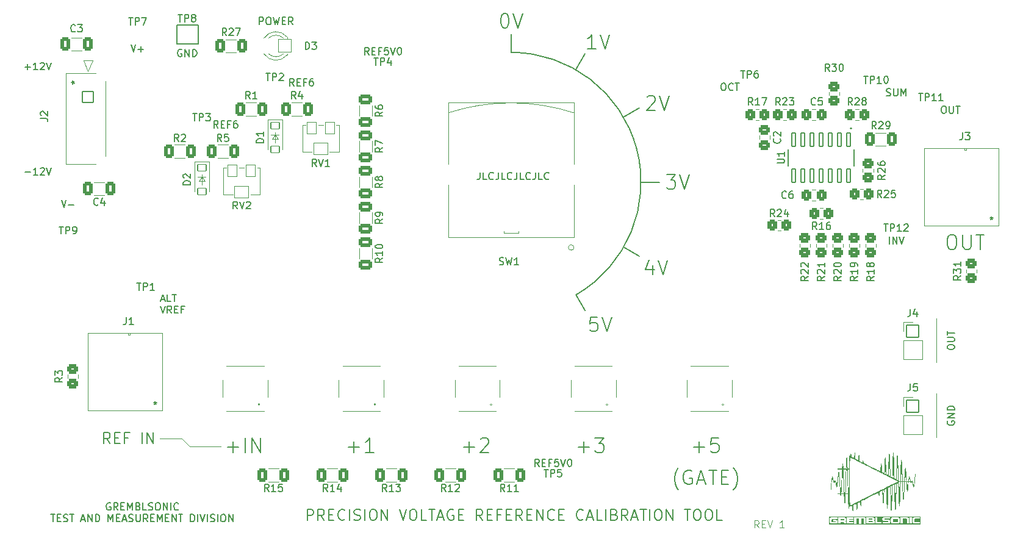
<source format=gto>
%TF.GenerationSoftware,KiCad,Pcbnew,8.0.2*%
%TF.CreationDate,2024-05-21T21:06:14-07:00*%
%TF.ProjectId,voltage ref calibration tool,766f6c74-6167-4652-9072-65662063616c,rev?*%
%TF.SameCoordinates,Original*%
%TF.FileFunction,Legend,Top*%
%TF.FilePolarity,Positive*%
%FSLAX46Y46*%
G04 Gerber Fmt 4.6, Leading zero omitted, Abs format (unit mm)*
G04 Created by KiCad (PCBNEW 8.0.2) date 2024-05-21 21:06:14*
%MOMM*%
%LPD*%
G01*
G04 APERTURE LIST*
G04 Aperture macros list*
%AMRoundRect*
0 Rectangle with rounded corners*
0 $1 Rounding radius*
0 $2 $3 $4 $5 $6 $7 $8 $9 X,Y pos of 4 corners*
0 Add a 4 corners polygon primitive as box body*
4,1,4,$2,$3,$4,$5,$6,$7,$8,$9,$2,$3,0*
0 Add four circle primitives for the rounded corners*
1,1,$1+$1,$2,$3*
1,1,$1+$1,$4,$5*
1,1,$1+$1,$6,$7*
1,1,$1+$1,$8,$9*
0 Add four rect primitives between the rounded corners*
20,1,$1+$1,$2,$3,$4,$5,0*
20,1,$1+$1,$4,$5,$6,$7,0*
20,1,$1+$1,$6,$7,$8,$9,0*
20,1,$1+$1,$8,$9,$2,$3,0*%
G04 Aperture macros list end*
%ADD10C,0.200000*%
%ADD11C,0.100000*%
%ADD12C,0.150000*%
%ADD13C,0.120000*%
%ADD14C,0.000000*%
%ADD15C,0.127000*%
%ADD16RoundRect,0.050000X0.900000X0.900000X-0.900000X0.900000X-0.900000X-0.900000X0.900000X-0.900000X0*%
%ADD17C,1.900000*%
%ADD18C,1.600000*%
%ADD19RoundRect,0.269231X0.430769X0.655769X-0.430769X0.655769X-0.430769X-0.655769X0.430769X-0.655769X0*%
%ADD20C,1.050000*%
%ADD21C,6.700000*%
%ADD22C,1.607998*%
%ADD23RoundRect,0.269231X-0.655769X0.430769X-0.655769X-0.430769X0.655769X-0.430769X0.655769X0.430769X0*%
%ADD24C,1.370000*%
%ADD25RoundRect,0.050000X0.760000X-0.760000X0.760000X0.760000X-0.760000X0.760000X-0.760000X-0.760000X0*%
%ADD26C,1.620000*%
%ADD27RoundRect,0.270833X0.479167X-0.379167X0.479167X0.379167X-0.479167X0.379167X-0.479167X-0.379167X0*%
%ADD28C,1.497000*%
%ADD29C,2.614600*%
%ADD30RoundRect,0.268868X0.443632X0.681132X-0.443632X0.681132X-0.443632X-0.681132X0.443632X-0.681132X0*%
%ADD31RoundRect,0.050000X-0.850000X-0.850000X0.850000X-0.850000X0.850000X0.850000X-0.850000X0.850000X0*%
%ADD32O,1.800000X1.800000*%
%ADD33RoundRect,0.270833X-0.379167X-0.479167X0.379167X-0.479167X0.379167X0.479167X-0.379167X0.479167X0*%
%ADD34RoundRect,0.271277X0.366223X0.503723X-0.366223X0.503723X-0.366223X-0.503723X0.366223X-0.503723X0*%
%ADD35RoundRect,0.050000X-0.600000X0.450000X-0.600000X-0.450000X0.600000X-0.450000X0.600000X0.450000X0*%
%ADD36RoundRect,0.269231X-0.430769X-0.655769X0.430769X-0.655769X0.430769X0.655769X-0.430769X0.655769X0*%
%ADD37RoundRect,0.105000X-0.245000X0.930000X-0.245000X-0.930000X0.245000X-0.930000X0.245000X0.930000X0*%
%ADD38RoundRect,0.050000X-0.650000X-0.800000X0.650000X-0.800000X0.650000X0.800000X-0.650000X0.800000X0*%
%ADD39RoundRect,0.050000X-1.000000X-0.800000X1.000000X-0.800000X1.000000X0.800000X-1.000000X0.800000X0*%
%ADD40O,3.800000X1.700000*%
%ADD41O,1.700000X3.800000*%
%ADD42RoundRect,0.270833X-0.479167X0.379167X-0.479167X-0.379167X0.479167X-0.379167X0.479167X0.379167X0*%
%ADD43RoundRect,0.270833X0.379167X0.479167X-0.379167X0.479167X-0.379167X-0.479167X0.379167X-0.479167X0*%
%ADD44RoundRect,0.271277X-0.503723X0.366223X-0.503723X-0.366223X0.503723X-0.366223X0.503723X0.366223X0*%
G04 APERTURE END LIST*
D10*
X130342225Y-51820536D02*
X128142520Y-53090536D01*
X112522000Y-44069000D02*
G75*
G02*
X121548070Y-77715662I0J-18034000D01*
G01*
D11*
X63754000Y-97663000D02*
X66802000Y-97663000D01*
X171577000Y-81026000D02*
X171577000Y-87122000D01*
D10*
X133096000Y-62103000D02*
X130556000Y-62103000D01*
X112522000Y-44069000D02*
X112522000Y-41529000D01*
D11*
X171577000Y-91440000D02*
X171577000Y-97536000D01*
X66802000Y-97663000D02*
X67945000Y-98806000D01*
D12*
X66167000Y-40259000D02*
X69088000Y-40259000D01*
X69088000Y-42926000D01*
X66167000Y-42926000D01*
X66167000Y-40259000D01*
D10*
X121548070Y-77715662D02*
X122818070Y-79915367D01*
X122807659Y-44284619D02*
X121537659Y-46484324D01*
D11*
X67945000Y-98806000D02*
X72263000Y-98806000D01*
D10*
X128134662Y-71129070D02*
X130334367Y-72399070D01*
D12*
X50101619Y-64605819D02*
X50434952Y-65605819D01*
X50434952Y-65605819D02*
X50768285Y-64605819D01*
X51101619Y-65224866D02*
X51863524Y-65224866D01*
X108191493Y-60718819D02*
X108191493Y-61433104D01*
X108191493Y-61433104D02*
X108143874Y-61575961D01*
X108143874Y-61575961D02*
X108048636Y-61671200D01*
X108048636Y-61671200D02*
X107905779Y-61718819D01*
X107905779Y-61718819D02*
X107810541Y-61718819D01*
X109143874Y-61718819D02*
X108667684Y-61718819D01*
X108667684Y-61718819D02*
X108667684Y-60718819D01*
X110048636Y-61623580D02*
X110001017Y-61671200D01*
X110001017Y-61671200D02*
X109858160Y-61718819D01*
X109858160Y-61718819D02*
X109762922Y-61718819D01*
X109762922Y-61718819D02*
X109620065Y-61671200D01*
X109620065Y-61671200D02*
X109524827Y-61575961D01*
X109524827Y-61575961D02*
X109477208Y-61480723D01*
X109477208Y-61480723D02*
X109429589Y-61290247D01*
X109429589Y-61290247D02*
X109429589Y-61147390D01*
X109429589Y-61147390D02*
X109477208Y-60956914D01*
X109477208Y-60956914D02*
X109524827Y-60861676D01*
X109524827Y-60861676D02*
X109620065Y-60766438D01*
X109620065Y-60766438D02*
X109762922Y-60718819D01*
X109762922Y-60718819D02*
X109858160Y-60718819D01*
X109858160Y-60718819D02*
X110001017Y-60766438D01*
X110001017Y-60766438D02*
X110048636Y-60814057D01*
X110762922Y-60718819D02*
X110762922Y-61433104D01*
X110762922Y-61433104D02*
X110715303Y-61575961D01*
X110715303Y-61575961D02*
X110620065Y-61671200D01*
X110620065Y-61671200D02*
X110477208Y-61718819D01*
X110477208Y-61718819D02*
X110381970Y-61718819D01*
X111715303Y-61718819D02*
X111239113Y-61718819D01*
X111239113Y-61718819D02*
X111239113Y-60718819D01*
X112620065Y-61623580D02*
X112572446Y-61671200D01*
X112572446Y-61671200D02*
X112429589Y-61718819D01*
X112429589Y-61718819D02*
X112334351Y-61718819D01*
X112334351Y-61718819D02*
X112191494Y-61671200D01*
X112191494Y-61671200D02*
X112096256Y-61575961D01*
X112096256Y-61575961D02*
X112048637Y-61480723D01*
X112048637Y-61480723D02*
X112001018Y-61290247D01*
X112001018Y-61290247D02*
X112001018Y-61147390D01*
X112001018Y-61147390D02*
X112048637Y-60956914D01*
X112048637Y-60956914D02*
X112096256Y-60861676D01*
X112096256Y-60861676D02*
X112191494Y-60766438D01*
X112191494Y-60766438D02*
X112334351Y-60718819D01*
X112334351Y-60718819D02*
X112429589Y-60718819D01*
X112429589Y-60718819D02*
X112572446Y-60766438D01*
X112572446Y-60766438D02*
X112620065Y-60814057D01*
X113334351Y-60718819D02*
X113334351Y-61433104D01*
X113334351Y-61433104D02*
X113286732Y-61575961D01*
X113286732Y-61575961D02*
X113191494Y-61671200D01*
X113191494Y-61671200D02*
X113048637Y-61718819D01*
X113048637Y-61718819D02*
X112953399Y-61718819D01*
X114286732Y-61718819D02*
X113810542Y-61718819D01*
X113810542Y-61718819D02*
X113810542Y-60718819D01*
X115191494Y-61623580D02*
X115143875Y-61671200D01*
X115143875Y-61671200D02*
X115001018Y-61718819D01*
X115001018Y-61718819D02*
X114905780Y-61718819D01*
X114905780Y-61718819D02*
X114762923Y-61671200D01*
X114762923Y-61671200D02*
X114667685Y-61575961D01*
X114667685Y-61575961D02*
X114620066Y-61480723D01*
X114620066Y-61480723D02*
X114572447Y-61290247D01*
X114572447Y-61290247D02*
X114572447Y-61147390D01*
X114572447Y-61147390D02*
X114620066Y-60956914D01*
X114620066Y-60956914D02*
X114667685Y-60861676D01*
X114667685Y-60861676D02*
X114762923Y-60766438D01*
X114762923Y-60766438D02*
X114905780Y-60718819D01*
X114905780Y-60718819D02*
X115001018Y-60718819D01*
X115001018Y-60718819D02*
X115143875Y-60766438D01*
X115143875Y-60766438D02*
X115191494Y-60814057D01*
X115905780Y-60718819D02*
X115905780Y-61433104D01*
X115905780Y-61433104D02*
X115858161Y-61575961D01*
X115858161Y-61575961D02*
X115762923Y-61671200D01*
X115762923Y-61671200D02*
X115620066Y-61718819D01*
X115620066Y-61718819D02*
X115524828Y-61718819D01*
X116858161Y-61718819D02*
X116381971Y-61718819D01*
X116381971Y-61718819D02*
X116381971Y-60718819D01*
X117762923Y-61623580D02*
X117715304Y-61671200D01*
X117715304Y-61671200D02*
X117572447Y-61718819D01*
X117572447Y-61718819D02*
X117477209Y-61718819D01*
X117477209Y-61718819D02*
X117334352Y-61671200D01*
X117334352Y-61671200D02*
X117239114Y-61575961D01*
X117239114Y-61575961D02*
X117191495Y-61480723D01*
X117191495Y-61480723D02*
X117143876Y-61290247D01*
X117143876Y-61290247D02*
X117143876Y-61147390D01*
X117143876Y-61147390D02*
X117191495Y-60956914D01*
X117191495Y-60956914D02*
X117239114Y-60861676D01*
X117239114Y-60861676D02*
X117334352Y-60766438D01*
X117334352Y-60766438D02*
X117477209Y-60718819D01*
X117477209Y-60718819D02*
X117572447Y-60718819D01*
X117572447Y-60718819D02*
X117715304Y-60766438D01*
X117715304Y-60766438D02*
X117762923Y-60814057D01*
X141898809Y-48349819D02*
X142089285Y-48349819D01*
X142089285Y-48349819D02*
X142184523Y-48397438D01*
X142184523Y-48397438D02*
X142279761Y-48492676D01*
X142279761Y-48492676D02*
X142327380Y-48683152D01*
X142327380Y-48683152D02*
X142327380Y-49016485D01*
X142327380Y-49016485D02*
X142279761Y-49206961D01*
X142279761Y-49206961D02*
X142184523Y-49302200D01*
X142184523Y-49302200D02*
X142089285Y-49349819D01*
X142089285Y-49349819D02*
X141898809Y-49349819D01*
X141898809Y-49349819D02*
X141803571Y-49302200D01*
X141803571Y-49302200D02*
X141708333Y-49206961D01*
X141708333Y-49206961D02*
X141660714Y-49016485D01*
X141660714Y-49016485D02*
X141660714Y-48683152D01*
X141660714Y-48683152D02*
X141708333Y-48492676D01*
X141708333Y-48492676D02*
X141803571Y-48397438D01*
X141803571Y-48397438D02*
X141898809Y-48349819D01*
X143327380Y-49254580D02*
X143279761Y-49302200D01*
X143279761Y-49302200D02*
X143136904Y-49349819D01*
X143136904Y-49349819D02*
X143041666Y-49349819D01*
X143041666Y-49349819D02*
X142898809Y-49302200D01*
X142898809Y-49302200D02*
X142803571Y-49206961D01*
X142803571Y-49206961D02*
X142755952Y-49111723D01*
X142755952Y-49111723D02*
X142708333Y-48921247D01*
X142708333Y-48921247D02*
X142708333Y-48778390D01*
X142708333Y-48778390D02*
X142755952Y-48587914D01*
X142755952Y-48587914D02*
X142803571Y-48492676D01*
X142803571Y-48492676D02*
X142898809Y-48397438D01*
X142898809Y-48397438D02*
X143041666Y-48349819D01*
X143041666Y-48349819D02*
X143136904Y-48349819D01*
X143136904Y-48349819D02*
X143279761Y-48397438D01*
X143279761Y-48397438D02*
X143327380Y-48445057D01*
X143613095Y-48349819D02*
X144184523Y-48349819D01*
X143898809Y-49349819D02*
X143898809Y-48349819D01*
D10*
X89936036Y-98831933D02*
X91459846Y-98831933D01*
X90697941Y-99593838D02*
X90697941Y-98070028D01*
X93459845Y-99593838D02*
X92316988Y-99593838D01*
X92888416Y-99593838D02*
X92888416Y-97593838D01*
X92888416Y-97593838D02*
X92697940Y-97879552D01*
X92697940Y-97879552D02*
X92507464Y-98070028D01*
X92507464Y-98070028D02*
X92316988Y-98165266D01*
D12*
X165036619Y-70685819D02*
X165036619Y-69685819D01*
X165512809Y-70685819D02*
X165512809Y-69685819D01*
X165512809Y-69685819D02*
X166084237Y-70685819D01*
X166084237Y-70685819D02*
X166084237Y-69685819D01*
X166417571Y-69685819D02*
X166750904Y-70685819D01*
X166750904Y-70685819D02*
X167084237Y-69685819D01*
X71850380Y-54556819D02*
X71517047Y-54080628D01*
X71278952Y-54556819D02*
X71278952Y-53556819D01*
X71278952Y-53556819D02*
X71659904Y-53556819D01*
X71659904Y-53556819D02*
X71755142Y-53604438D01*
X71755142Y-53604438D02*
X71802761Y-53652057D01*
X71802761Y-53652057D02*
X71850380Y-53747295D01*
X71850380Y-53747295D02*
X71850380Y-53890152D01*
X71850380Y-53890152D02*
X71802761Y-53985390D01*
X71802761Y-53985390D02*
X71755142Y-54033009D01*
X71755142Y-54033009D02*
X71659904Y-54080628D01*
X71659904Y-54080628D02*
X71278952Y-54080628D01*
X72278952Y-54033009D02*
X72612285Y-54033009D01*
X72755142Y-54556819D02*
X72278952Y-54556819D01*
X72278952Y-54556819D02*
X72278952Y-53556819D01*
X72278952Y-53556819D02*
X72755142Y-53556819D01*
X73517047Y-54033009D02*
X73183714Y-54033009D01*
X73183714Y-54556819D02*
X73183714Y-53556819D01*
X73183714Y-53556819D02*
X73659904Y-53556819D01*
X74469428Y-53556819D02*
X74278952Y-53556819D01*
X74278952Y-53556819D02*
X74183714Y-53604438D01*
X74183714Y-53604438D02*
X74136095Y-53652057D01*
X74136095Y-53652057D02*
X74040857Y-53794914D01*
X74040857Y-53794914D02*
X73993238Y-53985390D01*
X73993238Y-53985390D02*
X73993238Y-54366342D01*
X73993238Y-54366342D02*
X74040857Y-54461580D01*
X74040857Y-54461580D02*
X74088476Y-54509200D01*
X74088476Y-54509200D02*
X74183714Y-54556819D01*
X74183714Y-54556819D02*
X74374190Y-54556819D01*
X74374190Y-54556819D02*
X74469428Y-54509200D01*
X74469428Y-54509200D02*
X74517047Y-54461580D01*
X74517047Y-54461580D02*
X74564666Y-54366342D01*
X74564666Y-54366342D02*
X74564666Y-54128247D01*
X74564666Y-54128247D02*
X74517047Y-54033009D01*
X74517047Y-54033009D02*
X74469428Y-53985390D01*
X74469428Y-53985390D02*
X74374190Y-53937771D01*
X74374190Y-53937771D02*
X74183714Y-53937771D01*
X74183714Y-53937771D02*
X74088476Y-53985390D01*
X74088476Y-53985390D02*
X74040857Y-54033009D01*
X74040857Y-54033009D02*
X73993238Y-54128247D01*
X56912428Y-106647466D02*
X56817190Y-106599847D01*
X56817190Y-106599847D02*
X56674333Y-106599847D01*
X56674333Y-106599847D02*
X56531476Y-106647466D01*
X56531476Y-106647466D02*
X56436238Y-106742704D01*
X56436238Y-106742704D02*
X56388619Y-106837942D01*
X56388619Y-106837942D02*
X56341000Y-107028418D01*
X56341000Y-107028418D02*
X56341000Y-107171275D01*
X56341000Y-107171275D02*
X56388619Y-107361751D01*
X56388619Y-107361751D02*
X56436238Y-107456989D01*
X56436238Y-107456989D02*
X56531476Y-107552228D01*
X56531476Y-107552228D02*
X56674333Y-107599847D01*
X56674333Y-107599847D02*
X56769571Y-107599847D01*
X56769571Y-107599847D02*
X56912428Y-107552228D01*
X56912428Y-107552228D02*
X56960047Y-107504608D01*
X56960047Y-107504608D02*
X56960047Y-107171275D01*
X56960047Y-107171275D02*
X56769571Y-107171275D01*
X57960047Y-107599847D02*
X57626714Y-107123656D01*
X57388619Y-107599847D02*
X57388619Y-106599847D01*
X57388619Y-106599847D02*
X57769571Y-106599847D01*
X57769571Y-106599847D02*
X57864809Y-106647466D01*
X57864809Y-106647466D02*
X57912428Y-106695085D01*
X57912428Y-106695085D02*
X57960047Y-106790323D01*
X57960047Y-106790323D02*
X57960047Y-106933180D01*
X57960047Y-106933180D02*
X57912428Y-107028418D01*
X57912428Y-107028418D02*
X57864809Y-107076037D01*
X57864809Y-107076037D02*
X57769571Y-107123656D01*
X57769571Y-107123656D02*
X57388619Y-107123656D01*
X58388619Y-107076037D02*
X58721952Y-107076037D01*
X58864809Y-107599847D02*
X58388619Y-107599847D01*
X58388619Y-107599847D02*
X58388619Y-106599847D01*
X58388619Y-106599847D02*
X58864809Y-106599847D01*
X59293381Y-107599847D02*
X59293381Y-106599847D01*
X59293381Y-106599847D02*
X59626714Y-107314132D01*
X59626714Y-107314132D02*
X59960047Y-106599847D01*
X59960047Y-106599847D02*
X59960047Y-107599847D01*
X60769571Y-107076037D02*
X60912428Y-107123656D01*
X60912428Y-107123656D02*
X60960047Y-107171275D01*
X60960047Y-107171275D02*
X61007666Y-107266513D01*
X61007666Y-107266513D02*
X61007666Y-107409370D01*
X61007666Y-107409370D02*
X60960047Y-107504608D01*
X60960047Y-107504608D02*
X60912428Y-107552228D01*
X60912428Y-107552228D02*
X60817190Y-107599847D01*
X60817190Y-107599847D02*
X60436238Y-107599847D01*
X60436238Y-107599847D02*
X60436238Y-106599847D01*
X60436238Y-106599847D02*
X60769571Y-106599847D01*
X60769571Y-106599847D02*
X60864809Y-106647466D01*
X60864809Y-106647466D02*
X60912428Y-106695085D01*
X60912428Y-106695085D02*
X60960047Y-106790323D01*
X60960047Y-106790323D02*
X60960047Y-106885561D01*
X60960047Y-106885561D02*
X60912428Y-106980799D01*
X60912428Y-106980799D02*
X60864809Y-107028418D01*
X60864809Y-107028418D02*
X60769571Y-107076037D01*
X60769571Y-107076037D02*
X60436238Y-107076037D01*
X61912428Y-107599847D02*
X61436238Y-107599847D01*
X61436238Y-107599847D02*
X61436238Y-106599847D01*
X62198143Y-107552228D02*
X62341000Y-107599847D01*
X62341000Y-107599847D02*
X62579095Y-107599847D01*
X62579095Y-107599847D02*
X62674333Y-107552228D01*
X62674333Y-107552228D02*
X62721952Y-107504608D01*
X62721952Y-107504608D02*
X62769571Y-107409370D01*
X62769571Y-107409370D02*
X62769571Y-107314132D01*
X62769571Y-107314132D02*
X62721952Y-107218894D01*
X62721952Y-107218894D02*
X62674333Y-107171275D01*
X62674333Y-107171275D02*
X62579095Y-107123656D01*
X62579095Y-107123656D02*
X62388619Y-107076037D01*
X62388619Y-107076037D02*
X62293381Y-107028418D01*
X62293381Y-107028418D02*
X62245762Y-106980799D01*
X62245762Y-106980799D02*
X62198143Y-106885561D01*
X62198143Y-106885561D02*
X62198143Y-106790323D01*
X62198143Y-106790323D02*
X62245762Y-106695085D01*
X62245762Y-106695085D02*
X62293381Y-106647466D01*
X62293381Y-106647466D02*
X62388619Y-106599847D01*
X62388619Y-106599847D02*
X62626714Y-106599847D01*
X62626714Y-106599847D02*
X62769571Y-106647466D01*
X63388619Y-106599847D02*
X63579095Y-106599847D01*
X63579095Y-106599847D02*
X63674333Y-106647466D01*
X63674333Y-106647466D02*
X63769571Y-106742704D01*
X63769571Y-106742704D02*
X63817190Y-106933180D01*
X63817190Y-106933180D02*
X63817190Y-107266513D01*
X63817190Y-107266513D02*
X63769571Y-107456989D01*
X63769571Y-107456989D02*
X63674333Y-107552228D01*
X63674333Y-107552228D02*
X63579095Y-107599847D01*
X63579095Y-107599847D02*
X63388619Y-107599847D01*
X63388619Y-107599847D02*
X63293381Y-107552228D01*
X63293381Y-107552228D02*
X63198143Y-107456989D01*
X63198143Y-107456989D02*
X63150524Y-107266513D01*
X63150524Y-107266513D02*
X63150524Y-106933180D01*
X63150524Y-106933180D02*
X63198143Y-106742704D01*
X63198143Y-106742704D02*
X63293381Y-106647466D01*
X63293381Y-106647466D02*
X63388619Y-106599847D01*
X64245762Y-107599847D02*
X64245762Y-106599847D01*
X64245762Y-106599847D02*
X64817190Y-107599847D01*
X64817190Y-107599847D02*
X64817190Y-106599847D01*
X65293381Y-107599847D02*
X65293381Y-106599847D01*
X66340999Y-107504608D02*
X66293380Y-107552228D01*
X66293380Y-107552228D02*
X66150523Y-107599847D01*
X66150523Y-107599847D02*
X66055285Y-107599847D01*
X66055285Y-107599847D02*
X65912428Y-107552228D01*
X65912428Y-107552228D02*
X65817190Y-107456989D01*
X65817190Y-107456989D02*
X65769571Y-107361751D01*
X65769571Y-107361751D02*
X65721952Y-107171275D01*
X65721952Y-107171275D02*
X65721952Y-107028418D01*
X65721952Y-107028418D02*
X65769571Y-106837942D01*
X65769571Y-106837942D02*
X65817190Y-106742704D01*
X65817190Y-106742704D02*
X65912428Y-106647466D01*
X65912428Y-106647466D02*
X66055285Y-106599847D01*
X66055285Y-106599847D02*
X66150523Y-106599847D01*
X66150523Y-106599847D02*
X66293380Y-106647466D01*
X66293380Y-106647466D02*
X66340999Y-106695085D01*
X48650524Y-108209791D02*
X49221952Y-108209791D01*
X48936238Y-109209791D02*
X48936238Y-108209791D01*
X49555286Y-108685981D02*
X49888619Y-108685981D01*
X50031476Y-109209791D02*
X49555286Y-109209791D01*
X49555286Y-109209791D02*
X49555286Y-108209791D01*
X49555286Y-108209791D02*
X50031476Y-108209791D01*
X50412429Y-109162172D02*
X50555286Y-109209791D01*
X50555286Y-109209791D02*
X50793381Y-109209791D01*
X50793381Y-109209791D02*
X50888619Y-109162172D01*
X50888619Y-109162172D02*
X50936238Y-109114552D01*
X50936238Y-109114552D02*
X50983857Y-109019314D01*
X50983857Y-109019314D02*
X50983857Y-108924076D01*
X50983857Y-108924076D02*
X50936238Y-108828838D01*
X50936238Y-108828838D02*
X50888619Y-108781219D01*
X50888619Y-108781219D02*
X50793381Y-108733600D01*
X50793381Y-108733600D02*
X50602905Y-108685981D01*
X50602905Y-108685981D02*
X50507667Y-108638362D01*
X50507667Y-108638362D02*
X50460048Y-108590743D01*
X50460048Y-108590743D02*
X50412429Y-108495505D01*
X50412429Y-108495505D02*
X50412429Y-108400267D01*
X50412429Y-108400267D02*
X50460048Y-108305029D01*
X50460048Y-108305029D02*
X50507667Y-108257410D01*
X50507667Y-108257410D02*
X50602905Y-108209791D01*
X50602905Y-108209791D02*
X50841000Y-108209791D01*
X50841000Y-108209791D02*
X50983857Y-108257410D01*
X51269572Y-108209791D02*
X51841000Y-108209791D01*
X51555286Y-109209791D02*
X51555286Y-108209791D01*
X52888620Y-108924076D02*
X53364810Y-108924076D01*
X52793382Y-109209791D02*
X53126715Y-108209791D01*
X53126715Y-108209791D02*
X53460048Y-109209791D01*
X53793382Y-109209791D02*
X53793382Y-108209791D01*
X53793382Y-108209791D02*
X54364810Y-109209791D01*
X54364810Y-109209791D02*
X54364810Y-108209791D01*
X54841001Y-109209791D02*
X54841001Y-108209791D01*
X54841001Y-108209791D02*
X55079096Y-108209791D01*
X55079096Y-108209791D02*
X55221953Y-108257410D01*
X55221953Y-108257410D02*
X55317191Y-108352648D01*
X55317191Y-108352648D02*
X55364810Y-108447886D01*
X55364810Y-108447886D02*
X55412429Y-108638362D01*
X55412429Y-108638362D02*
X55412429Y-108781219D01*
X55412429Y-108781219D02*
X55364810Y-108971695D01*
X55364810Y-108971695D02*
X55317191Y-109066933D01*
X55317191Y-109066933D02*
X55221953Y-109162172D01*
X55221953Y-109162172D02*
X55079096Y-109209791D01*
X55079096Y-109209791D02*
X54841001Y-109209791D01*
X56602906Y-109209791D02*
X56602906Y-108209791D01*
X56602906Y-108209791D02*
X56936239Y-108924076D01*
X56936239Y-108924076D02*
X57269572Y-108209791D01*
X57269572Y-108209791D02*
X57269572Y-109209791D01*
X57745763Y-108685981D02*
X58079096Y-108685981D01*
X58221953Y-109209791D02*
X57745763Y-109209791D01*
X57745763Y-109209791D02*
X57745763Y-108209791D01*
X57745763Y-108209791D02*
X58221953Y-108209791D01*
X58602906Y-108924076D02*
X59079096Y-108924076D01*
X58507668Y-109209791D02*
X58841001Y-108209791D01*
X58841001Y-108209791D02*
X59174334Y-109209791D01*
X59460049Y-109162172D02*
X59602906Y-109209791D01*
X59602906Y-109209791D02*
X59841001Y-109209791D01*
X59841001Y-109209791D02*
X59936239Y-109162172D01*
X59936239Y-109162172D02*
X59983858Y-109114552D01*
X59983858Y-109114552D02*
X60031477Y-109019314D01*
X60031477Y-109019314D02*
X60031477Y-108924076D01*
X60031477Y-108924076D02*
X59983858Y-108828838D01*
X59983858Y-108828838D02*
X59936239Y-108781219D01*
X59936239Y-108781219D02*
X59841001Y-108733600D01*
X59841001Y-108733600D02*
X59650525Y-108685981D01*
X59650525Y-108685981D02*
X59555287Y-108638362D01*
X59555287Y-108638362D02*
X59507668Y-108590743D01*
X59507668Y-108590743D02*
X59460049Y-108495505D01*
X59460049Y-108495505D02*
X59460049Y-108400267D01*
X59460049Y-108400267D02*
X59507668Y-108305029D01*
X59507668Y-108305029D02*
X59555287Y-108257410D01*
X59555287Y-108257410D02*
X59650525Y-108209791D01*
X59650525Y-108209791D02*
X59888620Y-108209791D01*
X59888620Y-108209791D02*
X60031477Y-108257410D01*
X60460049Y-108209791D02*
X60460049Y-109019314D01*
X60460049Y-109019314D02*
X60507668Y-109114552D01*
X60507668Y-109114552D02*
X60555287Y-109162172D01*
X60555287Y-109162172D02*
X60650525Y-109209791D01*
X60650525Y-109209791D02*
X60841001Y-109209791D01*
X60841001Y-109209791D02*
X60936239Y-109162172D01*
X60936239Y-109162172D02*
X60983858Y-109114552D01*
X60983858Y-109114552D02*
X61031477Y-109019314D01*
X61031477Y-109019314D02*
X61031477Y-108209791D01*
X62079096Y-109209791D02*
X61745763Y-108733600D01*
X61507668Y-109209791D02*
X61507668Y-108209791D01*
X61507668Y-108209791D02*
X61888620Y-108209791D01*
X61888620Y-108209791D02*
X61983858Y-108257410D01*
X61983858Y-108257410D02*
X62031477Y-108305029D01*
X62031477Y-108305029D02*
X62079096Y-108400267D01*
X62079096Y-108400267D02*
X62079096Y-108543124D01*
X62079096Y-108543124D02*
X62031477Y-108638362D01*
X62031477Y-108638362D02*
X61983858Y-108685981D01*
X61983858Y-108685981D02*
X61888620Y-108733600D01*
X61888620Y-108733600D02*
X61507668Y-108733600D01*
X62507668Y-108685981D02*
X62841001Y-108685981D01*
X62983858Y-109209791D02*
X62507668Y-109209791D01*
X62507668Y-109209791D02*
X62507668Y-108209791D01*
X62507668Y-108209791D02*
X62983858Y-108209791D01*
X63412430Y-109209791D02*
X63412430Y-108209791D01*
X63412430Y-108209791D02*
X63745763Y-108924076D01*
X63745763Y-108924076D02*
X64079096Y-108209791D01*
X64079096Y-108209791D02*
X64079096Y-109209791D01*
X64555287Y-108685981D02*
X64888620Y-108685981D01*
X65031477Y-109209791D02*
X64555287Y-109209791D01*
X64555287Y-109209791D02*
X64555287Y-108209791D01*
X64555287Y-108209791D02*
X65031477Y-108209791D01*
X65460049Y-109209791D02*
X65460049Y-108209791D01*
X65460049Y-108209791D02*
X66031477Y-109209791D01*
X66031477Y-109209791D02*
X66031477Y-108209791D01*
X66364811Y-108209791D02*
X66936239Y-108209791D01*
X66650525Y-109209791D02*
X66650525Y-108209791D01*
X68031478Y-109209791D02*
X68031478Y-108209791D01*
X68031478Y-108209791D02*
X68269573Y-108209791D01*
X68269573Y-108209791D02*
X68412430Y-108257410D01*
X68412430Y-108257410D02*
X68507668Y-108352648D01*
X68507668Y-108352648D02*
X68555287Y-108447886D01*
X68555287Y-108447886D02*
X68602906Y-108638362D01*
X68602906Y-108638362D02*
X68602906Y-108781219D01*
X68602906Y-108781219D02*
X68555287Y-108971695D01*
X68555287Y-108971695D02*
X68507668Y-109066933D01*
X68507668Y-109066933D02*
X68412430Y-109162172D01*
X68412430Y-109162172D02*
X68269573Y-109209791D01*
X68269573Y-109209791D02*
X68031478Y-109209791D01*
X69031478Y-109209791D02*
X69031478Y-108209791D01*
X69364811Y-108209791D02*
X69698144Y-109209791D01*
X69698144Y-109209791D02*
X70031477Y-108209791D01*
X70364811Y-109209791D02*
X70364811Y-108209791D01*
X70793382Y-109162172D02*
X70936239Y-109209791D01*
X70936239Y-109209791D02*
X71174334Y-109209791D01*
X71174334Y-109209791D02*
X71269572Y-109162172D01*
X71269572Y-109162172D02*
X71317191Y-109114552D01*
X71317191Y-109114552D02*
X71364810Y-109019314D01*
X71364810Y-109019314D02*
X71364810Y-108924076D01*
X71364810Y-108924076D02*
X71317191Y-108828838D01*
X71317191Y-108828838D02*
X71269572Y-108781219D01*
X71269572Y-108781219D02*
X71174334Y-108733600D01*
X71174334Y-108733600D02*
X70983858Y-108685981D01*
X70983858Y-108685981D02*
X70888620Y-108638362D01*
X70888620Y-108638362D02*
X70841001Y-108590743D01*
X70841001Y-108590743D02*
X70793382Y-108495505D01*
X70793382Y-108495505D02*
X70793382Y-108400267D01*
X70793382Y-108400267D02*
X70841001Y-108305029D01*
X70841001Y-108305029D02*
X70888620Y-108257410D01*
X70888620Y-108257410D02*
X70983858Y-108209791D01*
X70983858Y-108209791D02*
X71221953Y-108209791D01*
X71221953Y-108209791D02*
X71364810Y-108257410D01*
X71793382Y-109209791D02*
X71793382Y-108209791D01*
X72460048Y-108209791D02*
X72650524Y-108209791D01*
X72650524Y-108209791D02*
X72745762Y-108257410D01*
X72745762Y-108257410D02*
X72841000Y-108352648D01*
X72841000Y-108352648D02*
X72888619Y-108543124D01*
X72888619Y-108543124D02*
X72888619Y-108876457D01*
X72888619Y-108876457D02*
X72841000Y-109066933D01*
X72841000Y-109066933D02*
X72745762Y-109162172D01*
X72745762Y-109162172D02*
X72650524Y-109209791D01*
X72650524Y-109209791D02*
X72460048Y-109209791D01*
X72460048Y-109209791D02*
X72364810Y-109162172D01*
X72364810Y-109162172D02*
X72269572Y-109066933D01*
X72269572Y-109066933D02*
X72221953Y-108876457D01*
X72221953Y-108876457D02*
X72221953Y-108543124D01*
X72221953Y-108543124D02*
X72269572Y-108352648D01*
X72269572Y-108352648D02*
X72364810Y-108257410D01*
X72364810Y-108257410D02*
X72460048Y-108209791D01*
X73317191Y-109209791D02*
X73317191Y-108209791D01*
X73317191Y-108209791D02*
X73888619Y-109209791D01*
X73888619Y-109209791D02*
X73888619Y-108209791D01*
X116411618Y-101546819D02*
X116078285Y-101070628D01*
X115840190Y-101546819D02*
X115840190Y-100546819D01*
X115840190Y-100546819D02*
X116221142Y-100546819D01*
X116221142Y-100546819D02*
X116316380Y-100594438D01*
X116316380Y-100594438D02*
X116363999Y-100642057D01*
X116363999Y-100642057D02*
X116411618Y-100737295D01*
X116411618Y-100737295D02*
X116411618Y-100880152D01*
X116411618Y-100880152D02*
X116363999Y-100975390D01*
X116363999Y-100975390D02*
X116316380Y-101023009D01*
X116316380Y-101023009D02*
X116221142Y-101070628D01*
X116221142Y-101070628D02*
X115840190Y-101070628D01*
X116840190Y-101023009D02*
X117173523Y-101023009D01*
X117316380Y-101546819D02*
X116840190Y-101546819D01*
X116840190Y-101546819D02*
X116840190Y-100546819D01*
X116840190Y-100546819D02*
X117316380Y-100546819D01*
X118078285Y-101023009D02*
X117744952Y-101023009D01*
X117744952Y-101546819D02*
X117744952Y-100546819D01*
X117744952Y-100546819D02*
X118221142Y-100546819D01*
X119078285Y-100546819D02*
X118602095Y-100546819D01*
X118602095Y-100546819D02*
X118554476Y-101023009D01*
X118554476Y-101023009D02*
X118602095Y-100975390D01*
X118602095Y-100975390D02*
X118697333Y-100927771D01*
X118697333Y-100927771D02*
X118935428Y-100927771D01*
X118935428Y-100927771D02*
X119030666Y-100975390D01*
X119030666Y-100975390D02*
X119078285Y-101023009D01*
X119078285Y-101023009D02*
X119125904Y-101118247D01*
X119125904Y-101118247D02*
X119125904Y-101356342D01*
X119125904Y-101356342D02*
X119078285Y-101451580D01*
X119078285Y-101451580D02*
X119030666Y-101499200D01*
X119030666Y-101499200D02*
X118935428Y-101546819D01*
X118935428Y-101546819D02*
X118697333Y-101546819D01*
X118697333Y-101546819D02*
X118602095Y-101499200D01*
X118602095Y-101499200D02*
X118554476Y-101451580D01*
X119411619Y-100546819D02*
X119744952Y-101546819D01*
X119744952Y-101546819D02*
X120078285Y-100546819D01*
X120602095Y-100546819D02*
X120697333Y-100546819D01*
X120697333Y-100546819D02*
X120792571Y-100594438D01*
X120792571Y-100594438D02*
X120840190Y-100642057D01*
X120840190Y-100642057D02*
X120887809Y-100737295D01*
X120887809Y-100737295D02*
X120935428Y-100927771D01*
X120935428Y-100927771D02*
X120935428Y-101165866D01*
X120935428Y-101165866D02*
X120887809Y-101356342D01*
X120887809Y-101356342D02*
X120840190Y-101451580D01*
X120840190Y-101451580D02*
X120792571Y-101499200D01*
X120792571Y-101499200D02*
X120697333Y-101546819D01*
X120697333Y-101546819D02*
X120602095Y-101546819D01*
X120602095Y-101546819D02*
X120506857Y-101499200D01*
X120506857Y-101499200D02*
X120459238Y-101451580D01*
X120459238Y-101451580D02*
X120411619Y-101356342D01*
X120411619Y-101356342D02*
X120364000Y-101165866D01*
X120364000Y-101165866D02*
X120364000Y-100927771D01*
X120364000Y-100927771D02*
X120411619Y-100737295D01*
X120411619Y-100737295D02*
X120459238Y-100642057D01*
X120459238Y-100642057D02*
X120506857Y-100594438D01*
X120506857Y-100594438D02*
X120602095Y-100546819D01*
X164608048Y-50064200D02*
X164750905Y-50111819D01*
X164750905Y-50111819D02*
X164989000Y-50111819D01*
X164989000Y-50111819D02*
X165084238Y-50064200D01*
X165084238Y-50064200D02*
X165131857Y-50016580D01*
X165131857Y-50016580D02*
X165179476Y-49921342D01*
X165179476Y-49921342D02*
X165179476Y-49826104D01*
X165179476Y-49826104D02*
X165131857Y-49730866D01*
X165131857Y-49730866D02*
X165084238Y-49683247D01*
X165084238Y-49683247D02*
X164989000Y-49635628D01*
X164989000Y-49635628D02*
X164798524Y-49588009D01*
X164798524Y-49588009D02*
X164703286Y-49540390D01*
X164703286Y-49540390D02*
X164655667Y-49492771D01*
X164655667Y-49492771D02*
X164608048Y-49397533D01*
X164608048Y-49397533D02*
X164608048Y-49302295D01*
X164608048Y-49302295D02*
X164655667Y-49207057D01*
X164655667Y-49207057D02*
X164703286Y-49159438D01*
X164703286Y-49159438D02*
X164798524Y-49111819D01*
X164798524Y-49111819D02*
X165036619Y-49111819D01*
X165036619Y-49111819D02*
X165179476Y-49159438D01*
X165608048Y-49111819D02*
X165608048Y-49921342D01*
X165608048Y-49921342D02*
X165655667Y-50016580D01*
X165655667Y-50016580D02*
X165703286Y-50064200D01*
X165703286Y-50064200D02*
X165798524Y-50111819D01*
X165798524Y-50111819D02*
X165989000Y-50111819D01*
X165989000Y-50111819D02*
X166084238Y-50064200D01*
X166084238Y-50064200D02*
X166131857Y-50016580D01*
X166131857Y-50016580D02*
X166179476Y-49921342D01*
X166179476Y-49921342D02*
X166179476Y-49111819D01*
X166655667Y-50111819D02*
X166655667Y-49111819D01*
X166655667Y-49111819D02*
X166989000Y-49826104D01*
X166989000Y-49826104D02*
X167322333Y-49111819D01*
X167322333Y-49111819D02*
X167322333Y-50111819D01*
D10*
G36*
X158666937Y-108810864D02*
G01*
X158712916Y-108829183D01*
X158724991Y-108840128D01*
X158740516Y-108887068D01*
X158740516Y-108929811D01*
X158737254Y-108966049D01*
X158712916Y-109008945D01*
X158698689Y-109017494D01*
X158649413Y-109028485D01*
X158253740Y-109028485D01*
X158227606Y-109018715D01*
X158217592Y-108993558D01*
X158217592Y-108844570D01*
X158227606Y-108820146D01*
X158253740Y-108809643D01*
X158649413Y-108809643D01*
X158666937Y-108810864D01*
G37*
G36*
X162698227Y-109134730D02*
G01*
X162709950Y-109161597D01*
X162709950Y-109255142D01*
X162699204Y-109283474D01*
X162673802Y-109294221D01*
X162179211Y-109294221D01*
X162153077Y-109283474D01*
X162143063Y-109255142D01*
X162143063Y-109161353D01*
X162153077Y-109133753D01*
X162179211Y-109122274D01*
X162673802Y-109122274D01*
X162698227Y-109134730D01*
G37*
G36*
X162677222Y-108788883D02*
G01*
X162687968Y-108813551D01*
X162687968Y-108899525D01*
X162676733Y-108924682D01*
X162651821Y-108934696D01*
X162179211Y-108934696D01*
X162153077Y-108924926D01*
X162143063Y-108899525D01*
X162143063Y-108813551D01*
X162153077Y-108788883D01*
X162179211Y-108778380D01*
X162651821Y-108778380D01*
X162677222Y-108788883D01*
G37*
G36*
X166126377Y-108809808D02*
G01*
X166173558Y-108828450D01*
X166179268Y-108837683D01*
X166188213Y-108887068D01*
X166188213Y-109185533D01*
X166187984Y-109195158D01*
X166173558Y-109244151D01*
X166167253Y-109250543D01*
X166119092Y-109262958D01*
X165591527Y-109262958D01*
X165584240Y-109262793D01*
X165536817Y-109244151D01*
X165531202Y-109234918D01*
X165522407Y-109185533D01*
X165522407Y-108887068D01*
X165522632Y-108877443D01*
X165536817Y-108828450D01*
X165543206Y-108822059D01*
X165591527Y-108809643D01*
X166119092Y-108809643D01*
X166126377Y-108809808D01*
G37*
G36*
X169354069Y-109596818D02*
G01*
X156613424Y-109596818D01*
X156613424Y-109485707D01*
X160157613Y-109485707D01*
X160448017Y-109485707D01*
X160448017Y-108840418D01*
X160458031Y-108815017D01*
X160484165Y-108804270D01*
X160791911Y-108804270D01*
X160817313Y-108815017D01*
X160828059Y-108840418D01*
X160828059Y-109485707D01*
X161118464Y-109485707D01*
X161118464Y-108840418D01*
X161128478Y-108815017D01*
X161154612Y-108804270D01*
X161440376Y-108804270D01*
X161465777Y-108815017D01*
X161476524Y-108840418D01*
X161476524Y-109485707D01*
X161766929Y-109485707D01*
X161766929Y-108862400D01*
X161766846Y-108855350D01*
X161761720Y-108813551D01*
X161852658Y-108813551D01*
X161852658Y-109161353D01*
X161852658Y-109481800D01*
X162794703Y-109481800D01*
X162807334Y-109481572D01*
X162858671Y-109474931D01*
X162905154Y-109456765D01*
X162943447Y-109423670D01*
X162956675Y-109404068D01*
X162976405Y-109356708D01*
X162986494Y-109304784D01*
X162986811Y-109298862D01*
X163066789Y-109298862D01*
X163070025Y-109337025D01*
X163087016Y-109387629D01*
X163118569Y-109430264D01*
X163149936Y-109455176D01*
X163198731Y-109475710D01*
X163250460Y-109481800D01*
X163961695Y-109481800D01*
X163961695Y-109262958D01*
X163393342Y-109262958D01*
X163365742Y-109254409D01*
X163357194Y-109227298D01*
X163357194Y-108834312D01*
X164040097Y-108834312D01*
X164040097Y-108877298D01*
X164042690Y-108913723D01*
X164056304Y-108964818D01*
X164081588Y-109011663D01*
X164113858Y-109049734D01*
X164156631Y-109081470D01*
X164203725Y-109101801D01*
X164251272Y-109113702D01*
X164305448Y-109120503D01*
X164355659Y-109122274D01*
X164806287Y-109122274D01*
X164852693Y-109136440D01*
X164864417Y-109181381D01*
X164864417Y-109203851D01*
X164852693Y-109248792D01*
X164806287Y-109262958D01*
X164062079Y-109262958D01*
X164062079Y-109481800D01*
X164806287Y-109481800D01*
X164856631Y-109480166D01*
X164911723Y-109473892D01*
X164961010Y-109462912D01*
X165011176Y-109444156D01*
X165058834Y-109414877D01*
X165064063Y-109410640D01*
X165099921Y-109372809D01*
X165125154Y-109327986D01*
X165139763Y-109276173D01*
X165143830Y-109225100D01*
X165143830Y-109192616D01*
X165143748Y-109185521D01*
X165137126Y-109131181D01*
X165119911Y-109081145D01*
X165092102Y-109035414D01*
X165059078Y-108998931D01*
X165053700Y-108994018D01*
X165011496Y-108963989D01*
X164961322Y-108941605D01*
X164911972Y-108928501D01*
X164856766Y-108921014D01*
X164806287Y-108919064D01*
X164366650Y-108919064D01*
X164329525Y-108909050D01*
X164319696Y-108883160D01*
X165232002Y-108883160D01*
X165232002Y-108887068D01*
X165232002Y-109189441D01*
X165234483Y-109236406D01*
X165244008Y-109286987D01*
X165264150Y-109338033D01*
X165294017Y-109380500D01*
X165333607Y-109414388D01*
X165380677Y-109440655D01*
X165432983Y-109460470D01*
X165481985Y-109472320D01*
X165534833Y-109479430D01*
X165591527Y-109481800D01*
X166119092Y-109481800D01*
X166565568Y-109481800D01*
X166855973Y-109481800D01*
X166855973Y-108830648D01*
X166865987Y-108805003D01*
X166892121Y-108794012D01*
X167342749Y-108794012D01*
X167357094Y-108794295D01*
X167405546Y-108801096D01*
X167449727Y-108826252D01*
X167469888Y-108860931D01*
X167477815Y-108911004D01*
X167477815Y-109481800D01*
X167768220Y-109481800D01*
X167856147Y-109481800D01*
X168146552Y-109481800D01*
X168146552Y-108926880D01*
X168238143Y-108926880D01*
X168238143Y-109145721D01*
X168238496Y-109170297D01*
X168242467Y-109227188D01*
X168250851Y-109277578D01*
X168266737Y-109329467D01*
X168293300Y-109378175D01*
X168328513Y-109414144D01*
X168374507Y-109443743D01*
X168421875Y-109464886D01*
X168470616Y-109477571D01*
X168520732Y-109481800D01*
X169242958Y-109481800D01*
X169242958Y-109262958D01*
X168630641Y-109262958D01*
X168595814Y-109258665D01*
X168553949Y-109232428D01*
X168539487Y-109210058D01*
X168528548Y-109160620D01*
X168528548Y-108896349D01*
X168531549Y-108869380D01*
X168553949Y-108824786D01*
X168581131Y-108803749D01*
X168630641Y-108794012D01*
X169242958Y-108794012D01*
X169242958Y-108590802D01*
X168520732Y-108590802D01*
X168470616Y-108595030D01*
X168421875Y-108607715D01*
X168374507Y-108628858D01*
X168328513Y-108658457D01*
X168312363Y-108672312D01*
X168280857Y-108713741D01*
X168260735Y-108759390D01*
X168246968Y-108814399D01*
X168240349Y-108867390D01*
X168238143Y-108926880D01*
X168146552Y-108926880D01*
X168146552Y-108590802D01*
X167856147Y-108590802D01*
X167856147Y-109481800D01*
X167768220Y-109481800D01*
X167768220Y-108872169D01*
X167765733Y-108822177D01*
X167756185Y-108769444D01*
X167735994Y-108717927D01*
X167706056Y-108677187D01*
X167666370Y-108647222D01*
X167653386Y-108640390D01*
X167603941Y-108619948D01*
X167556611Y-108606725D01*
X167504714Y-108597468D01*
X167448248Y-108592179D01*
X167397703Y-108590802D01*
X166565568Y-108590802D01*
X166565568Y-109481800D01*
X166119092Y-109481800D01*
X166173972Y-109479430D01*
X166225590Y-109472320D01*
X166273944Y-109460470D01*
X166326233Y-109440655D01*
X166374082Y-109414388D01*
X166409607Y-109385866D01*
X166441764Y-109344625D01*
X166463917Y-109294805D01*
X166474942Y-109245274D01*
X166478617Y-109189441D01*
X166478617Y-108883160D01*
X166476065Y-108836201D01*
X166466265Y-108785643D01*
X166445542Y-108734645D01*
X166414814Y-108692250D01*
X166374082Y-108658457D01*
X166326233Y-108632095D01*
X166273944Y-108612208D01*
X166225590Y-108600316D01*
X166173972Y-108593180D01*
X166119092Y-108590802D01*
X165591527Y-108590802D01*
X165534833Y-108593180D01*
X165481985Y-108600316D01*
X165432983Y-108612208D01*
X165380677Y-108632095D01*
X165333607Y-108658457D01*
X165299077Y-108686896D01*
X165267822Y-108728062D01*
X165246290Y-108777831D01*
X165235574Y-108827336D01*
X165232002Y-108883160D01*
X164319696Y-108883160D01*
X164319511Y-108882672D01*
X164319511Y-108838220D01*
X164329525Y-108812818D01*
X164366650Y-108801827D01*
X165110858Y-108801827D01*
X165110858Y-108590802D01*
X164355659Y-108590802D01*
X164315175Y-108591843D01*
X164259946Y-108597313D01*
X164203846Y-108609620D01*
X164156723Y-108628308D01*
X164113858Y-108657480D01*
X164085117Y-108688649D01*
X164058537Y-108734905D01*
X164044707Y-108781861D01*
X164040097Y-108834312D01*
X163357194Y-108834312D01*
X163357194Y-108590802D01*
X163066789Y-108590802D01*
X163066789Y-109298862D01*
X162986811Y-109298862D01*
X162989364Y-109251234D01*
X162989364Y-109217773D01*
X162984880Y-109169592D01*
X162969589Y-109121662D01*
X162943447Y-109079043D01*
X162922212Y-109056672D01*
X162876700Y-109031931D01*
X162827675Y-109028485D01*
X162870320Y-109019167D01*
X162911206Y-108991360D01*
X162918009Y-108985496D01*
X162947578Y-108945537D01*
X162962939Y-108897891D01*
X162967382Y-108845791D01*
X162967382Y-108813551D01*
X162966398Y-108786688D01*
X162956982Y-108732526D01*
X162937598Y-108687057D01*
X162904368Y-108646733D01*
X162863467Y-108617238D01*
X162814618Y-108597411D01*
X162761730Y-108590802D01*
X161852658Y-108590802D01*
X161852658Y-108813551D01*
X161761720Y-108813551D01*
X161760225Y-108801357D01*
X161743009Y-108751638D01*
X161715200Y-108706194D01*
X161682176Y-108669936D01*
X161676852Y-108665068D01*
X161638030Y-108635315D01*
X161590341Y-108610585D01*
X161539111Y-108595748D01*
X161484340Y-108590802D01*
X160157613Y-108590802D01*
X160157613Y-109485707D01*
X156613424Y-109485707D01*
X156613424Y-108926880D01*
X156724535Y-108926880D01*
X156724535Y-109139860D01*
X156724888Y-109164555D01*
X156728859Y-109221718D01*
X156737243Y-109272346D01*
X156753129Y-109324473D01*
X156779693Y-109373393D01*
X156814905Y-109409504D01*
X156860899Y-109439210D01*
X156908267Y-109460428D01*
X156957009Y-109473159D01*
X157007124Y-109477403D01*
X157589643Y-109477403D01*
X157630396Y-109475402D01*
X157679870Y-109466510D01*
X157728887Y-109448004D01*
X157770871Y-109420495D01*
X157794113Y-109397079D01*
X157819959Y-109354517D01*
X157834985Y-109303029D01*
X157839259Y-109249769D01*
X157839259Y-109161841D01*
X157838654Y-109141054D01*
X157831121Y-109092381D01*
X157809597Y-109045365D01*
X157770383Y-109011388D01*
X157747810Y-109001044D01*
X157696366Y-108985617D01*
X157642888Y-108977728D01*
X157589643Y-108975484D01*
X157252100Y-108975484D01*
X157252100Y-109153537D01*
X157512707Y-109153537D01*
X157538108Y-109162574D01*
X157548855Y-109183335D01*
X157548855Y-109225589D01*
X157538108Y-109251723D01*
X157512707Y-109261737D01*
X157084061Y-109261737D01*
X157074444Y-109261435D01*
X157029350Y-109242442D01*
X157027605Y-109239957D01*
X157014940Y-109192616D01*
X157014940Y-108904898D01*
X157015169Y-108897300D01*
X157029594Y-108849455D01*
X157033507Y-108844570D01*
X157927187Y-108844570D01*
X157927187Y-109481800D01*
X158217592Y-109481800D01*
X158217592Y-109282253D01*
X158227606Y-109257829D01*
X158253740Y-109247326D01*
X158638422Y-109247326D01*
X158662155Y-109250212D01*
X158704123Y-109276880D01*
X158723943Y-109317172D01*
X158729525Y-109367494D01*
X158729525Y-109481800D01*
X159019929Y-109481800D01*
X159019929Y-109343802D01*
X159015404Y-109284895D01*
X159007408Y-109255142D01*
X159108345Y-109255142D01*
X159109410Y-109277445D01*
X159121388Y-109330129D01*
X159143548Y-109373792D01*
X159176489Y-109413900D01*
X159193941Y-109429814D01*
X159235803Y-109457862D01*
X159286531Y-109476429D01*
X159335980Y-109481800D01*
X160069197Y-109481800D01*
X160069197Y-109247326D01*
X159434898Y-109247326D01*
X159408764Y-109238045D01*
X159398750Y-109214109D01*
X159398750Y-109155491D01*
X159408764Y-109132044D01*
X159434898Y-109122274D01*
X160025233Y-109122274D01*
X160025233Y-108934696D01*
X159434898Y-108934696D01*
X159408520Y-108925659D01*
X159398750Y-108902211D01*
X159398750Y-108842127D01*
X159408764Y-108819413D01*
X159434898Y-108809643D01*
X160069197Y-108809643D01*
X160069197Y-108590802D01*
X159108345Y-108590802D01*
X159108345Y-109255142D01*
X159007408Y-109255142D01*
X159001829Y-109234385D01*
X158974552Y-109186071D01*
X158934957Y-109149187D01*
X158891213Y-109126670D01*
X158934957Y-109104213D01*
X158974552Y-109068246D01*
X159001829Y-109021760D01*
X159015404Y-108973543D01*
X159019929Y-108917599D01*
X159019929Y-108862644D01*
X159019575Y-108847273D01*
X159012762Y-108796615D01*
X158994356Y-108744702D01*
X158964623Y-108699169D01*
X158929315Y-108664563D01*
X158893100Y-108639496D01*
X158844966Y-108616805D01*
X158790498Y-108601174D01*
X158738769Y-108593395D01*
X158682386Y-108590802D01*
X157927187Y-108590802D01*
X157927187Y-108844570D01*
X157033507Y-108844570D01*
X157037293Y-108839843D01*
X157084061Y-108824786D01*
X157817278Y-108824786D01*
X157817278Y-108589336D01*
X157007124Y-108589336D01*
X156957009Y-108593580D01*
X156908267Y-108606311D01*
X156860899Y-108627530D01*
X156814905Y-108657236D01*
X156798755Y-108671143D01*
X156767249Y-108712744D01*
X156747128Y-108758596D01*
X156733360Y-108813860D01*
X156726741Y-108867102D01*
X156724535Y-108926880D01*
X156613424Y-108926880D01*
X156613424Y-108478225D01*
X169354069Y-108478225D01*
X169354069Y-109596818D01*
G37*
D12*
X45040779Y-60702866D02*
X45802684Y-60702866D01*
X46802683Y-61083819D02*
X46231255Y-61083819D01*
X46516969Y-61083819D02*
X46516969Y-60083819D01*
X46516969Y-60083819D02*
X46421731Y-60226676D01*
X46421731Y-60226676D02*
X46326493Y-60321914D01*
X46326493Y-60321914D02*
X46231255Y-60369533D01*
X47183636Y-60179057D02*
X47231255Y-60131438D01*
X47231255Y-60131438D02*
X47326493Y-60083819D01*
X47326493Y-60083819D02*
X47564588Y-60083819D01*
X47564588Y-60083819D02*
X47659826Y-60131438D01*
X47659826Y-60131438D02*
X47707445Y-60179057D01*
X47707445Y-60179057D02*
X47755064Y-60274295D01*
X47755064Y-60274295D02*
X47755064Y-60369533D01*
X47755064Y-60369533D02*
X47707445Y-60512390D01*
X47707445Y-60512390D02*
X47136017Y-61083819D01*
X47136017Y-61083819D02*
X47755064Y-61083819D01*
X48040779Y-60083819D02*
X48374112Y-61083819D01*
X48374112Y-61083819D02*
X48707445Y-60083819D01*
D10*
X124301285Y-43586838D02*
X123158428Y-43586838D01*
X123729856Y-43586838D02*
X123729856Y-41586838D01*
X123729856Y-41586838D02*
X123539380Y-41872552D01*
X123539380Y-41872552D02*
X123348904Y-42063028D01*
X123348904Y-42063028D02*
X123158428Y-42158266D01*
X124872714Y-41586838D02*
X125539380Y-43586838D01*
X125539380Y-43586838D02*
X126206047Y-41586838D01*
X132147911Y-73595504D02*
X132147911Y-74928838D01*
X131671720Y-72833600D02*
X131195530Y-74262171D01*
X131195530Y-74262171D02*
X132433625Y-74262171D01*
X132909816Y-72928838D02*
X133576482Y-74928838D01*
X133576482Y-74928838D02*
X134243149Y-72928838D01*
X73152286Y-98831933D02*
X74676096Y-98831933D01*
X73914191Y-99593838D02*
X73914191Y-98070028D01*
X75628476Y-99593838D02*
X75628476Y-97593838D01*
X76580857Y-99593838D02*
X76580857Y-97593838D01*
X76580857Y-97593838D02*
X77723714Y-99593838D01*
X77723714Y-99593838D02*
X77723714Y-97593838D01*
D12*
X59753619Y-43015819D02*
X60086952Y-44015819D01*
X60086952Y-44015819D02*
X60420285Y-43015819D01*
X60753619Y-43634866D02*
X61515524Y-43634866D01*
X61134571Y-44015819D02*
X61134571Y-43253914D01*
X173111438Y-95249904D02*
X173063819Y-95345142D01*
X173063819Y-95345142D02*
X173063819Y-95487999D01*
X173063819Y-95487999D02*
X173111438Y-95630856D01*
X173111438Y-95630856D02*
X173206676Y-95726094D01*
X173206676Y-95726094D02*
X173301914Y-95773713D01*
X173301914Y-95773713D02*
X173492390Y-95821332D01*
X173492390Y-95821332D02*
X173635247Y-95821332D01*
X173635247Y-95821332D02*
X173825723Y-95773713D01*
X173825723Y-95773713D02*
X173920961Y-95726094D01*
X173920961Y-95726094D02*
X174016200Y-95630856D01*
X174016200Y-95630856D02*
X174063819Y-95487999D01*
X174063819Y-95487999D02*
X174063819Y-95392761D01*
X174063819Y-95392761D02*
X174016200Y-95249904D01*
X174016200Y-95249904D02*
X173968580Y-95202285D01*
X173968580Y-95202285D02*
X173635247Y-95202285D01*
X173635247Y-95202285D02*
X173635247Y-95392761D01*
X174063819Y-94773713D02*
X173063819Y-94773713D01*
X173063819Y-94773713D02*
X174063819Y-94202285D01*
X174063819Y-94202285D02*
X173063819Y-94202285D01*
X174063819Y-93726094D02*
X173063819Y-93726094D01*
X173063819Y-93726094D02*
X173063819Y-93487999D01*
X173063819Y-93487999D02*
X173111438Y-93345142D01*
X173111438Y-93345142D02*
X173206676Y-93249904D01*
X173206676Y-93249904D02*
X173301914Y-93202285D01*
X173301914Y-93202285D02*
X173492390Y-93154666D01*
X173492390Y-93154666D02*
X173635247Y-93154666D01*
X173635247Y-93154666D02*
X173825723Y-93202285D01*
X173825723Y-93202285D02*
X173920961Y-93249904D01*
X173920961Y-93249904D02*
X174016200Y-93345142D01*
X174016200Y-93345142D02*
X174063819Y-93487999D01*
X174063819Y-93487999D02*
X174063819Y-93726094D01*
X173063819Y-85073999D02*
X173063819Y-84883523D01*
X173063819Y-84883523D02*
X173111438Y-84788285D01*
X173111438Y-84788285D02*
X173206676Y-84693047D01*
X173206676Y-84693047D02*
X173397152Y-84645428D01*
X173397152Y-84645428D02*
X173730485Y-84645428D01*
X173730485Y-84645428D02*
X173920961Y-84693047D01*
X173920961Y-84693047D02*
X174016200Y-84788285D01*
X174016200Y-84788285D02*
X174063819Y-84883523D01*
X174063819Y-84883523D02*
X174063819Y-85073999D01*
X174063819Y-85073999D02*
X174016200Y-85169237D01*
X174016200Y-85169237D02*
X173920961Y-85264475D01*
X173920961Y-85264475D02*
X173730485Y-85312094D01*
X173730485Y-85312094D02*
X173397152Y-85312094D01*
X173397152Y-85312094D02*
X173206676Y-85264475D01*
X173206676Y-85264475D02*
X173111438Y-85169237D01*
X173111438Y-85169237D02*
X173063819Y-85073999D01*
X173063819Y-84216856D02*
X173873342Y-84216856D01*
X173873342Y-84216856D02*
X173968580Y-84169237D01*
X173968580Y-84169237D02*
X174016200Y-84121618D01*
X174016200Y-84121618D02*
X174063819Y-84026380D01*
X174063819Y-84026380D02*
X174063819Y-83835904D01*
X174063819Y-83835904D02*
X174016200Y-83740666D01*
X174016200Y-83740666D02*
X173968580Y-83693047D01*
X173968580Y-83693047D02*
X173873342Y-83645428D01*
X173873342Y-83645428D02*
X173063819Y-83645428D01*
X173063819Y-83312094D02*
X173063819Y-82740666D01*
X174063819Y-83026380D02*
X173063819Y-83026380D01*
X77573476Y-40205819D02*
X77573476Y-39205819D01*
X77573476Y-39205819D02*
X77954428Y-39205819D01*
X77954428Y-39205819D02*
X78049666Y-39253438D01*
X78049666Y-39253438D02*
X78097285Y-39301057D01*
X78097285Y-39301057D02*
X78144904Y-39396295D01*
X78144904Y-39396295D02*
X78144904Y-39539152D01*
X78144904Y-39539152D02*
X78097285Y-39634390D01*
X78097285Y-39634390D02*
X78049666Y-39682009D01*
X78049666Y-39682009D02*
X77954428Y-39729628D01*
X77954428Y-39729628D02*
X77573476Y-39729628D01*
X78763952Y-39205819D02*
X78954428Y-39205819D01*
X78954428Y-39205819D02*
X79049666Y-39253438D01*
X79049666Y-39253438D02*
X79144904Y-39348676D01*
X79144904Y-39348676D02*
X79192523Y-39539152D01*
X79192523Y-39539152D02*
X79192523Y-39872485D01*
X79192523Y-39872485D02*
X79144904Y-40062961D01*
X79144904Y-40062961D02*
X79049666Y-40158200D01*
X79049666Y-40158200D02*
X78954428Y-40205819D01*
X78954428Y-40205819D02*
X78763952Y-40205819D01*
X78763952Y-40205819D02*
X78668714Y-40158200D01*
X78668714Y-40158200D02*
X78573476Y-40062961D01*
X78573476Y-40062961D02*
X78525857Y-39872485D01*
X78525857Y-39872485D02*
X78525857Y-39539152D01*
X78525857Y-39539152D02*
X78573476Y-39348676D01*
X78573476Y-39348676D02*
X78668714Y-39253438D01*
X78668714Y-39253438D02*
X78763952Y-39205819D01*
X79525857Y-39205819D02*
X79763952Y-40205819D01*
X79763952Y-40205819D02*
X79954428Y-39491533D01*
X79954428Y-39491533D02*
X80144904Y-40205819D01*
X80144904Y-40205819D02*
X80383000Y-39205819D01*
X80763952Y-39682009D02*
X81097285Y-39682009D01*
X81240142Y-40205819D02*
X80763952Y-40205819D01*
X80763952Y-40205819D02*
X80763952Y-39205819D01*
X80763952Y-39205819D02*
X81240142Y-39205819D01*
X82240142Y-40205819D02*
X81906809Y-39729628D01*
X81668714Y-40205819D02*
X81668714Y-39205819D01*
X81668714Y-39205819D02*
X82049666Y-39205819D01*
X82049666Y-39205819D02*
X82144904Y-39253438D01*
X82144904Y-39253438D02*
X82192523Y-39301057D01*
X82192523Y-39301057D02*
X82240142Y-39396295D01*
X82240142Y-39396295D02*
X82240142Y-39539152D01*
X82240142Y-39539152D02*
X82192523Y-39634390D01*
X82192523Y-39634390D02*
X82144904Y-39682009D01*
X82144904Y-39682009D02*
X82049666Y-39729628D01*
X82049666Y-39729628D02*
X81668714Y-39729628D01*
D10*
X134112190Y-61017838D02*
X135350285Y-61017838D01*
X135350285Y-61017838D02*
X134683618Y-61779742D01*
X134683618Y-61779742D02*
X134969333Y-61779742D01*
X134969333Y-61779742D02*
X135159809Y-61874980D01*
X135159809Y-61874980D02*
X135255047Y-61970219D01*
X135255047Y-61970219D02*
X135350285Y-62160695D01*
X135350285Y-62160695D02*
X135350285Y-62636885D01*
X135350285Y-62636885D02*
X135255047Y-62827361D01*
X135255047Y-62827361D02*
X135159809Y-62922600D01*
X135159809Y-62922600D02*
X134969333Y-63017838D01*
X134969333Y-63017838D02*
X134397904Y-63017838D01*
X134397904Y-63017838D02*
X134207428Y-62922600D01*
X134207428Y-62922600D02*
X134112190Y-62827361D01*
X135921714Y-61017838D02*
X136588380Y-63017838D01*
X136588380Y-63017838D02*
X137255047Y-61017838D01*
X131413428Y-50286314D02*
X131508666Y-50191076D01*
X131508666Y-50191076D02*
X131699142Y-50095838D01*
X131699142Y-50095838D02*
X132175333Y-50095838D01*
X132175333Y-50095838D02*
X132365809Y-50191076D01*
X132365809Y-50191076D02*
X132461047Y-50286314D01*
X132461047Y-50286314D02*
X132556285Y-50476790D01*
X132556285Y-50476790D02*
X132556285Y-50667266D01*
X132556285Y-50667266D02*
X132461047Y-50952980D01*
X132461047Y-50952980D02*
X131318190Y-52095838D01*
X131318190Y-52095838D02*
X132556285Y-52095838D01*
X133127714Y-50095838D02*
X133794380Y-52095838D01*
X133794380Y-52095838D02*
X134461047Y-50095838D01*
D12*
X84224426Y-109017128D02*
X84224426Y-107517128D01*
X84224426Y-107517128D02*
X84795855Y-107517128D01*
X84795855Y-107517128D02*
X84938712Y-107588557D01*
X84938712Y-107588557D02*
X85010141Y-107659985D01*
X85010141Y-107659985D02*
X85081569Y-107802842D01*
X85081569Y-107802842D02*
X85081569Y-108017128D01*
X85081569Y-108017128D02*
X85010141Y-108159985D01*
X85010141Y-108159985D02*
X84938712Y-108231414D01*
X84938712Y-108231414D02*
X84795855Y-108302842D01*
X84795855Y-108302842D02*
X84224426Y-108302842D01*
X86581569Y-109017128D02*
X86081569Y-108302842D01*
X85724426Y-109017128D02*
X85724426Y-107517128D01*
X85724426Y-107517128D02*
X86295855Y-107517128D01*
X86295855Y-107517128D02*
X86438712Y-107588557D01*
X86438712Y-107588557D02*
X86510141Y-107659985D01*
X86510141Y-107659985D02*
X86581569Y-107802842D01*
X86581569Y-107802842D02*
X86581569Y-108017128D01*
X86581569Y-108017128D02*
X86510141Y-108159985D01*
X86510141Y-108159985D02*
X86438712Y-108231414D01*
X86438712Y-108231414D02*
X86295855Y-108302842D01*
X86295855Y-108302842D02*
X85724426Y-108302842D01*
X87224426Y-108231414D02*
X87724426Y-108231414D01*
X87938712Y-109017128D02*
X87224426Y-109017128D01*
X87224426Y-109017128D02*
X87224426Y-107517128D01*
X87224426Y-107517128D02*
X87938712Y-107517128D01*
X89438712Y-108874271D02*
X89367284Y-108945700D01*
X89367284Y-108945700D02*
X89152998Y-109017128D01*
X89152998Y-109017128D02*
X89010141Y-109017128D01*
X89010141Y-109017128D02*
X88795855Y-108945700D01*
X88795855Y-108945700D02*
X88652998Y-108802842D01*
X88652998Y-108802842D02*
X88581569Y-108659985D01*
X88581569Y-108659985D02*
X88510141Y-108374271D01*
X88510141Y-108374271D02*
X88510141Y-108159985D01*
X88510141Y-108159985D02*
X88581569Y-107874271D01*
X88581569Y-107874271D02*
X88652998Y-107731414D01*
X88652998Y-107731414D02*
X88795855Y-107588557D01*
X88795855Y-107588557D02*
X89010141Y-107517128D01*
X89010141Y-107517128D02*
X89152998Y-107517128D01*
X89152998Y-107517128D02*
X89367284Y-107588557D01*
X89367284Y-107588557D02*
X89438712Y-107659985D01*
X90081569Y-109017128D02*
X90081569Y-107517128D01*
X90724427Y-108945700D02*
X90938713Y-109017128D01*
X90938713Y-109017128D02*
X91295855Y-109017128D01*
X91295855Y-109017128D02*
X91438713Y-108945700D01*
X91438713Y-108945700D02*
X91510141Y-108874271D01*
X91510141Y-108874271D02*
X91581570Y-108731414D01*
X91581570Y-108731414D02*
X91581570Y-108588557D01*
X91581570Y-108588557D02*
X91510141Y-108445700D01*
X91510141Y-108445700D02*
X91438713Y-108374271D01*
X91438713Y-108374271D02*
X91295855Y-108302842D01*
X91295855Y-108302842D02*
X91010141Y-108231414D01*
X91010141Y-108231414D02*
X90867284Y-108159985D01*
X90867284Y-108159985D02*
X90795855Y-108088557D01*
X90795855Y-108088557D02*
X90724427Y-107945700D01*
X90724427Y-107945700D02*
X90724427Y-107802842D01*
X90724427Y-107802842D02*
X90795855Y-107659985D01*
X90795855Y-107659985D02*
X90867284Y-107588557D01*
X90867284Y-107588557D02*
X91010141Y-107517128D01*
X91010141Y-107517128D02*
X91367284Y-107517128D01*
X91367284Y-107517128D02*
X91581570Y-107588557D01*
X92224426Y-109017128D02*
X92224426Y-107517128D01*
X93224427Y-107517128D02*
X93510141Y-107517128D01*
X93510141Y-107517128D02*
X93652998Y-107588557D01*
X93652998Y-107588557D02*
X93795855Y-107731414D01*
X93795855Y-107731414D02*
X93867284Y-108017128D01*
X93867284Y-108017128D02*
X93867284Y-108517128D01*
X93867284Y-108517128D02*
X93795855Y-108802842D01*
X93795855Y-108802842D02*
X93652998Y-108945700D01*
X93652998Y-108945700D02*
X93510141Y-109017128D01*
X93510141Y-109017128D02*
X93224427Y-109017128D01*
X93224427Y-109017128D02*
X93081570Y-108945700D01*
X93081570Y-108945700D02*
X92938712Y-108802842D01*
X92938712Y-108802842D02*
X92867284Y-108517128D01*
X92867284Y-108517128D02*
X92867284Y-108017128D01*
X92867284Y-108017128D02*
X92938712Y-107731414D01*
X92938712Y-107731414D02*
X93081570Y-107588557D01*
X93081570Y-107588557D02*
X93224427Y-107517128D01*
X94510141Y-109017128D02*
X94510141Y-107517128D01*
X94510141Y-107517128D02*
X95367284Y-109017128D01*
X95367284Y-109017128D02*
X95367284Y-107517128D01*
X97010142Y-107517128D02*
X97510142Y-109017128D01*
X97510142Y-109017128D02*
X98010142Y-107517128D01*
X98795856Y-107517128D02*
X99081570Y-107517128D01*
X99081570Y-107517128D02*
X99224427Y-107588557D01*
X99224427Y-107588557D02*
X99367284Y-107731414D01*
X99367284Y-107731414D02*
X99438713Y-108017128D01*
X99438713Y-108017128D02*
X99438713Y-108517128D01*
X99438713Y-108517128D02*
X99367284Y-108802842D01*
X99367284Y-108802842D02*
X99224427Y-108945700D01*
X99224427Y-108945700D02*
X99081570Y-109017128D01*
X99081570Y-109017128D02*
X98795856Y-109017128D01*
X98795856Y-109017128D02*
X98652999Y-108945700D01*
X98652999Y-108945700D02*
X98510141Y-108802842D01*
X98510141Y-108802842D02*
X98438713Y-108517128D01*
X98438713Y-108517128D02*
X98438713Y-108017128D01*
X98438713Y-108017128D02*
X98510141Y-107731414D01*
X98510141Y-107731414D02*
X98652999Y-107588557D01*
X98652999Y-107588557D02*
X98795856Y-107517128D01*
X100795856Y-109017128D02*
X100081570Y-109017128D01*
X100081570Y-109017128D02*
X100081570Y-107517128D01*
X101081571Y-107517128D02*
X101938714Y-107517128D01*
X101510142Y-109017128D02*
X101510142Y-107517128D01*
X102367285Y-108588557D02*
X103081571Y-108588557D01*
X102224428Y-109017128D02*
X102724428Y-107517128D01*
X102724428Y-107517128D02*
X103224428Y-109017128D01*
X104510142Y-107588557D02*
X104367285Y-107517128D01*
X104367285Y-107517128D02*
X104152999Y-107517128D01*
X104152999Y-107517128D02*
X103938713Y-107588557D01*
X103938713Y-107588557D02*
X103795856Y-107731414D01*
X103795856Y-107731414D02*
X103724427Y-107874271D01*
X103724427Y-107874271D02*
X103652999Y-108159985D01*
X103652999Y-108159985D02*
X103652999Y-108374271D01*
X103652999Y-108374271D02*
X103724427Y-108659985D01*
X103724427Y-108659985D02*
X103795856Y-108802842D01*
X103795856Y-108802842D02*
X103938713Y-108945700D01*
X103938713Y-108945700D02*
X104152999Y-109017128D01*
X104152999Y-109017128D02*
X104295856Y-109017128D01*
X104295856Y-109017128D02*
X104510142Y-108945700D01*
X104510142Y-108945700D02*
X104581570Y-108874271D01*
X104581570Y-108874271D02*
X104581570Y-108374271D01*
X104581570Y-108374271D02*
X104295856Y-108374271D01*
X105224427Y-108231414D02*
X105724427Y-108231414D01*
X105938713Y-109017128D02*
X105224427Y-109017128D01*
X105224427Y-109017128D02*
X105224427Y-107517128D01*
X105224427Y-107517128D02*
X105938713Y-107517128D01*
X108581570Y-109017128D02*
X108081570Y-108302842D01*
X107724427Y-109017128D02*
X107724427Y-107517128D01*
X107724427Y-107517128D02*
X108295856Y-107517128D01*
X108295856Y-107517128D02*
X108438713Y-107588557D01*
X108438713Y-107588557D02*
X108510142Y-107659985D01*
X108510142Y-107659985D02*
X108581570Y-107802842D01*
X108581570Y-107802842D02*
X108581570Y-108017128D01*
X108581570Y-108017128D02*
X108510142Y-108159985D01*
X108510142Y-108159985D02*
X108438713Y-108231414D01*
X108438713Y-108231414D02*
X108295856Y-108302842D01*
X108295856Y-108302842D02*
X107724427Y-108302842D01*
X109224427Y-108231414D02*
X109724427Y-108231414D01*
X109938713Y-109017128D02*
X109224427Y-109017128D01*
X109224427Y-109017128D02*
X109224427Y-107517128D01*
X109224427Y-107517128D02*
X109938713Y-107517128D01*
X111081570Y-108231414D02*
X110581570Y-108231414D01*
X110581570Y-109017128D02*
X110581570Y-107517128D01*
X110581570Y-107517128D02*
X111295856Y-107517128D01*
X111867284Y-108231414D02*
X112367284Y-108231414D01*
X112581570Y-109017128D02*
X111867284Y-109017128D01*
X111867284Y-109017128D02*
X111867284Y-107517128D01*
X111867284Y-107517128D02*
X112581570Y-107517128D01*
X114081570Y-109017128D02*
X113581570Y-108302842D01*
X113224427Y-109017128D02*
X113224427Y-107517128D01*
X113224427Y-107517128D02*
X113795856Y-107517128D01*
X113795856Y-107517128D02*
X113938713Y-107588557D01*
X113938713Y-107588557D02*
X114010142Y-107659985D01*
X114010142Y-107659985D02*
X114081570Y-107802842D01*
X114081570Y-107802842D02*
X114081570Y-108017128D01*
X114081570Y-108017128D02*
X114010142Y-108159985D01*
X114010142Y-108159985D02*
X113938713Y-108231414D01*
X113938713Y-108231414D02*
X113795856Y-108302842D01*
X113795856Y-108302842D02*
X113224427Y-108302842D01*
X114724427Y-108231414D02*
X115224427Y-108231414D01*
X115438713Y-109017128D02*
X114724427Y-109017128D01*
X114724427Y-109017128D02*
X114724427Y-107517128D01*
X114724427Y-107517128D02*
X115438713Y-107517128D01*
X116081570Y-109017128D02*
X116081570Y-107517128D01*
X116081570Y-107517128D02*
X116938713Y-109017128D01*
X116938713Y-109017128D02*
X116938713Y-107517128D01*
X118510142Y-108874271D02*
X118438714Y-108945700D01*
X118438714Y-108945700D02*
X118224428Y-109017128D01*
X118224428Y-109017128D02*
X118081571Y-109017128D01*
X118081571Y-109017128D02*
X117867285Y-108945700D01*
X117867285Y-108945700D02*
X117724428Y-108802842D01*
X117724428Y-108802842D02*
X117652999Y-108659985D01*
X117652999Y-108659985D02*
X117581571Y-108374271D01*
X117581571Y-108374271D02*
X117581571Y-108159985D01*
X117581571Y-108159985D02*
X117652999Y-107874271D01*
X117652999Y-107874271D02*
X117724428Y-107731414D01*
X117724428Y-107731414D02*
X117867285Y-107588557D01*
X117867285Y-107588557D02*
X118081571Y-107517128D01*
X118081571Y-107517128D02*
X118224428Y-107517128D01*
X118224428Y-107517128D02*
X118438714Y-107588557D01*
X118438714Y-107588557D02*
X118510142Y-107659985D01*
X119152999Y-108231414D02*
X119652999Y-108231414D01*
X119867285Y-109017128D02*
X119152999Y-109017128D01*
X119152999Y-109017128D02*
X119152999Y-107517128D01*
X119152999Y-107517128D02*
X119867285Y-107517128D01*
X122510142Y-108874271D02*
X122438714Y-108945700D01*
X122438714Y-108945700D02*
X122224428Y-109017128D01*
X122224428Y-109017128D02*
X122081571Y-109017128D01*
X122081571Y-109017128D02*
X121867285Y-108945700D01*
X121867285Y-108945700D02*
X121724428Y-108802842D01*
X121724428Y-108802842D02*
X121652999Y-108659985D01*
X121652999Y-108659985D02*
X121581571Y-108374271D01*
X121581571Y-108374271D02*
X121581571Y-108159985D01*
X121581571Y-108159985D02*
X121652999Y-107874271D01*
X121652999Y-107874271D02*
X121724428Y-107731414D01*
X121724428Y-107731414D02*
X121867285Y-107588557D01*
X121867285Y-107588557D02*
X122081571Y-107517128D01*
X122081571Y-107517128D02*
X122224428Y-107517128D01*
X122224428Y-107517128D02*
X122438714Y-107588557D01*
X122438714Y-107588557D02*
X122510142Y-107659985D01*
X123081571Y-108588557D02*
X123795857Y-108588557D01*
X122938714Y-109017128D02*
X123438714Y-107517128D01*
X123438714Y-107517128D02*
X123938714Y-109017128D01*
X125152999Y-109017128D02*
X124438713Y-109017128D01*
X124438713Y-109017128D02*
X124438713Y-107517128D01*
X125652999Y-109017128D02*
X125652999Y-107517128D01*
X126867285Y-108231414D02*
X127081571Y-108302842D01*
X127081571Y-108302842D02*
X127153000Y-108374271D01*
X127153000Y-108374271D02*
X127224428Y-108517128D01*
X127224428Y-108517128D02*
X127224428Y-108731414D01*
X127224428Y-108731414D02*
X127153000Y-108874271D01*
X127153000Y-108874271D02*
X127081571Y-108945700D01*
X127081571Y-108945700D02*
X126938714Y-109017128D01*
X126938714Y-109017128D02*
X126367285Y-109017128D01*
X126367285Y-109017128D02*
X126367285Y-107517128D01*
X126367285Y-107517128D02*
X126867285Y-107517128D01*
X126867285Y-107517128D02*
X127010143Y-107588557D01*
X127010143Y-107588557D02*
X127081571Y-107659985D01*
X127081571Y-107659985D02*
X127153000Y-107802842D01*
X127153000Y-107802842D02*
X127153000Y-107945700D01*
X127153000Y-107945700D02*
X127081571Y-108088557D01*
X127081571Y-108088557D02*
X127010143Y-108159985D01*
X127010143Y-108159985D02*
X126867285Y-108231414D01*
X126867285Y-108231414D02*
X126367285Y-108231414D01*
X128724428Y-109017128D02*
X128224428Y-108302842D01*
X127867285Y-109017128D02*
X127867285Y-107517128D01*
X127867285Y-107517128D02*
X128438714Y-107517128D01*
X128438714Y-107517128D02*
X128581571Y-107588557D01*
X128581571Y-107588557D02*
X128653000Y-107659985D01*
X128653000Y-107659985D02*
X128724428Y-107802842D01*
X128724428Y-107802842D02*
X128724428Y-108017128D01*
X128724428Y-108017128D02*
X128653000Y-108159985D01*
X128653000Y-108159985D02*
X128581571Y-108231414D01*
X128581571Y-108231414D02*
X128438714Y-108302842D01*
X128438714Y-108302842D02*
X127867285Y-108302842D01*
X129295857Y-108588557D02*
X130010143Y-108588557D01*
X129153000Y-109017128D02*
X129653000Y-107517128D01*
X129653000Y-107517128D02*
X130153000Y-109017128D01*
X130438714Y-107517128D02*
X131295857Y-107517128D01*
X130867285Y-109017128D02*
X130867285Y-107517128D01*
X131795856Y-109017128D02*
X131795856Y-107517128D01*
X132795857Y-107517128D02*
X133081571Y-107517128D01*
X133081571Y-107517128D02*
X133224428Y-107588557D01*
X133224428Y-107588557D02*
X133367285Y-107731414D01*
X133367285Y-107731414D02*
X133438714Y-108017128D01*
X133438714Y-108017128D02*
X133438714Y-108517128D01*
X133438714Y-108517128D02*
X133367285Y-108802842D01*
X133367285Y-108802842D02*
X133224428Y-108945700D01*
X133224428Y-108945700D02*
X133081571Y-109017128D01*
X133081571Y-109017128D02*
X132795857Y-109017128D01*
X132795857Y-109017128D02*
X132653000Y-108945700D01*
X132653000Y-108945700D02*
X132510142Y-108802842D01*
X132510142Y-108802842D02*
X132438714Y-108517128D01*
X132438714Y-108517128D02*
X132438714Y-108017128D01*
X132438714Y-108017128D02*
X132510142Y-107731414D01*
X132510142Y-107731414D02*
X132653000Y-107588557D01*
X132653000Y-107588557D02*
X132795857Y-107517128D01*
X134081571Y-109017128D02*
X134081571Y-107517128D01*
X134081571Y-107517128D02*
X134938714Y-109017128D01*
X134938714Y-109017128D02*
X134938714Y-107517128D01*
X136581572Y-107517128D02*
X137438715Y-107517128D01*
X137010143Y-109017128D02*
X137010143Y-107517128D01*
X138224429Y-107517128D02*
X138510143Y-107517128D01*
X138510143Y-107517128D02*
X138653000Y-107588557D01*
X138653000Y-107588557D02*
X138795857Y-107731414D01*
X138795857Y-107731414D02*
X138867286Y-108017128D01*
X138867286Y-108017128D02*
X138867286Y-108517128D01*
X138867286Y-108517128D02*
X138795857Y-108802842D01*
X138795857Y-108802842D02*
X138653000Y-108945700D01*
X138653000Y-108945700D02*
X138510143Y-109017128D01*
X138510143Y-109017128D02*
X138224429Y-109017128D01*
X138224429Y-109017128D02*
X138081572Y-108945700D01*
X138081572Y-108945700D02*
X137938714Y-108802842D01*
X137938714Y-108802842D02*
X137867286Y-108517128D01*
X137867286Y-108517128D02*
X137867286Y-108017128D01*
X137867286Y-108017128D02*
X137938714Y-107731414D01*
X137938714Y-107731414D02*
X138081572Y-107588557D01*
X138081572Y-107588557D02*
X138224429Y-107517128D01*
X139795858Y-107517128D02*
X140081572Y-107517128D01*
X140081572Y-107517128D02*
X140224429Y-107588557D01*
X140224429Y-107588557D02*
X140367286Y-107731414D01*
X140367286Y-107731414D02*
X140438715Y-108017128D01*
X140438715Y-108017128D02*
X140438715Y-108517128D01*
X140438715Y-108517128D02*
X140367286Y-108802842D01*
X140367286Y-108802842D02*
X140224429Y-108945700D01*
X140224429Y-108945700D02*
X140081572Y-109017128D01*
X140081572Y-109017128D02*
X139795858Y-109017128D01*
X139795858Y-109017128D02*
X139653001Y-108945700D01*
X139653001Y-108945700D02*
X139510143Y-108802842D01*
X139510143Y-108802842D02*
X139438715Y-108517128D01*
X139438715Y-108517128D02*
X139438715Y-108017128D01*
X139438715Y-108017128D02*
X139510143Y-107731414D01*
X139510143Y-107731414D02*
X139653001Y-107588557D01*
X139653001Y-107588557D02*
X139795858Y-107517128D01*
X141795858Y-109017128D02*
X141081572Y-109017128D01*
X141081572Y-109017128D02*
X141081572Y-107517128D01*
D10*
X137858714Y-98831933D02*
X139382524Y-98831933D01*
X138620619Y-99593838D02*
X138620619Y-98070028D01*
X141287285Y-97593838D02*
X140334904Y-97593838D01*
X140334904Y-97593838D02*
X140239666Y-98546219D01*
X140239666Y-98546219D02*
X140334904Y-98450980D01*
X140334904Y-98450980D02*
X140525380Y-98355742D01*
X140525380Y-98355742D02*
X141001571Y-98355742D01*
X141001571Y-98355742D02*
X141192047Y-98450980D01*
X141192047Y-98450980D02*
X141287285Y-98546219D01*
X141287285Y-98546219D02*
X141382523Y-98736695D01*
X141382523Y-98736695D02*
X141382523Y-99212885D01*
X141382523Y-99212885D02*
X141287285Y-99403361D01*
X141287285Y-99403361D02*
X141192047Y-99498600D01*
X141192047Y-99498600D02*
X141001571Y-99593838D01*
X141001571Y-99593838D02*
X140525380Y-99593838D01*
X140525380Y-99593838D02*
X140334904Y-99498600D01*
X140334904Y-99498600D02*
X140239666Y-99403361D01*
X105910262Y-98831933D02*
X107434072Y-98831933D01*
X106672167Y-99593838D02*
X106672167Y-98070028D01*
X108291214Y-97784314D02*
X108386452Y-97689076D01*
X108386452Y-97689076D02*
X108576928Y-97593838D01*
X108576928Y-97593838D02*
X109053119Y-97593838D01*
X109053119Y-97593838D02*
X109243595Y-97689076D01*
X109243595Y-97689076D02*
X109338833Y-97784314D01*
X109338833Y-97784314D02*
X109434071Y-97974790D01*
X109434071Y-97974790D02*
X109434071Y-98165266D01*
X109434071Y-98165266D02*
X109338833Y-98450980D01*
X109338833Y-98450980D02*
X108195976Y-99593838D01*
X108195976Y-99593838D02*
X109434071Y-99593838D01*
D12*
X92789618Y-44396819D02*
X92456285Y-43920628D01*
X92218190Y-44396819D02*
X92218190Y-43396819D01*
X92218190Y-43396819D02*
X92599142Y-43396819D01*
X92599142Y-43396819D02*
X92694380Y-43444438D01*
X92694380Y-43444438D02*
X92741999Y-43492057D01*
X92741999Y-43492057D02*
X92789618Y-43587295D01*
X92789618Y-43587295D02*
X92789618Y-43730152D01*
X92789618Y-43730152D02*
X92741999Y-43825390D01*
X92741999Y-43825390D02*
X92694380Y-43873009D01*
X92694380Y-43873009D02*
X92599142Y-43920628D01*
X92599142Y-43920628D02*
X92218190Y-43920628D01*
X93218190Y-43873009D02*
X93551523Y-43873009D01*
X93694380Y-44396819D02*
X93218190Y-44396819D01*
X93218190Y-44396819D02*
X93218190Y-43396819D01*
X93218190Y-43396819D02*
X93694380Y-43396819D01*
X94456285Y-43873009D02*
X94122952Y-43873009D01*
X94122952Y-44396819D02*
X94122952Y-43396819D01*
X94122952Y-43396819D02*
X94599142Y-43396819D01*
X95456285Y-43396819D02*
X94980095Y-43396819D01*
X94980095Y-43396819D02*
X94932476Y-43873009D01*
X94932476Y-43873009D02*
X94980095Y-43825390D01*
X94980095Y-43825390D02*
X95075333Y-43777771D01*
X95075333Y-43777771D02*
X95313428Y-43777771D01*
X95313428Y-43777771D02*
X95408666Y-43825390D01*
X95408666Y-43825390D02*
X95456285Y-43873009D01*
X95456285Y-43873009D02*
X95503904Y-43968247D01*
X95503904Y-43968247D02*
X95503904Y-44206342D01*
X95503904Y-44206342D02*
X95456285Y-44301580D01*
X95456285Y-44301580D02*
X95408666Y-44349200D01*
X95408666Y-44349200D02*
X95313428Y-44396819D01*
X95313428Y-44396819D02*
X95075333Y-44396819D01*
X95075333Y-44396819D02*
X94980095Y-44349200D01*
X94980095Y-44349200D02*
X94932476Y-44301580D01*
X95789619Y-43396819D02*
X96122952Y-44396819D01*
X96122952Y-44396819D02*
X96456285Y-43396819D01*
X96980095Y-43396819D02*
X97075333Y-43396819D01*
X97075333Y-43396819D02*
X97170571Y-43444438D01*
X97170571Y-43444438D02*
X97218190Y-43492057D01*
X97218190Y-43492057D02*
X97265809Y-43587295D01*
X97265809Y-43587295D02*
X97313428Y-43777771D01*
X97313428Y-43777771D02*
X97313428Y-44015866D01*
X97313428Y-44015866D02*
X97265809Y-44206342D01*
X97265809Y-44206342D02*
X97218190Y-44301580D01*
X97218190Y-44301580D02*
X97170571Y-44349200D01*
X97170571Y-44349200D02*
X97075333Y-44396819D01*
X97075333Y-44396819D02*
X96980095Y-44396819D01*
X96980095Y-44396819D02*
X96884857Y-44349200D01*
X96884857Y-44349200D02*
X96837238Y-44301580D01*
X96837238Y-44301580D02*
X96789619Y-44206342D01*
X96789619Y-44206342D02*
X96742000Y-44015866D01*
X96742000Y-44015866D02*
X96742000Y-43777771D01*
X96742000Y-43777771D02*
X96789619Y-43587295D01*
X96789619Y-43587295D02*
X96837238Y-43492057D01*
X96837238Y-43492057D02*
X96884857Y-43444438D01*
X96884857Y-43444438D02*
X96980095Y-43396819D01*
D10*
X111569618Y-38665838D02*
X111760095Y-38665838D01*
X111760095Y-38665838D02*
X111950571Y-38761076D01*
X111950571Y-38761076D02*
X112045809Y-38856314D01*
X112045809Y-38856314D02*
X112141047Y-39046790D01*
X112141047Y-39046790D02*
X112236285Y-39427742D01*
X112236285Y-39427742D02*
X112236285Y-39903933D01*
X112236285Y-39903933D02*
X112141047Y-40284885D01*
X112141047Y-40284885D02*
X112045809Y-40475361D01*
X112045809Y-40475361D02*
X111950571Y-40570600D01*
X111950571Y-40570600D02*
X111760095Y-40665838D01*
X111760095Y-40665838D02*
X111569618Y-40665838D01*
X111569618Y-40665838D02*
X111379142Y-40570600D01*
X111379142Y-40570600D02*
X111283904Y-40475361D01*
X111283904Y-40475361D02*
X111188666Y-40284885D01*
X111188666Y-40284885D02*
X111093428Y-39903933D01*
X111093428Y-39903933D02*
X111093428Y-39427742D01*
X111093428Y-39427742D02*
X111188666Y-39046790D01*
X111188666Y-39046790D02*
X111283904Y-38856314D01*
X111283904Y-38856314D02*
X111379142Y-38761076D01*
X111379142Y-38761076D02*
X111569618Y-38665838D01*
X112807714Y-38665838D02*
X113474380Y-40665838D01*
X113474380Y-40665838D02*
X114141047Y-38665838D01*
D12*
X172482000Y-51524819D02*
X172672476Y-51524819D01*
X172672476Y-51524819D02*
X172767714Y-51572438D01*
X172767714Y-51572438D02*
X172862952Y-51667676D01*
X172862952Y-51667676D02*
X172910571Y-51858152D01*
X172910571Y-51858152D02*
X172910571Y-52191485D01*
X172910571Y-52191485D02*
X172862952Y-52381961D01*
X172862952Y-52381961D02*
X172767714Y-52477200D01*
X172767714Y-52477200D02*
X172672476Y-52524819D01*
X172672476Y-52524819D02*
X172482000Y-52524819D01*
X172482000Y-52524819D02*
X172386762Y-52477200D01*
X172386762Y-52477200D02*
X172291524Y-52381961D01*
X172291524Y-52381961D02*
X172243905Y-52191485D01*
X172243905Y-52191485D02*
X172243905Y-51858152D01*
X172243905Y-51858152D02*
X172291524Y-51667676D01*
X172291524Y-51667676D02*
X172386762Y-51572438D01*
X172386762Y-51572438D02*
X172482000Y-51524819D01*
X173339143Y-51524819D02*
X173339143Y-52334342D01*
X173339143Y-52334342D02*
X173386762Y-52429580D01*
X173386762Y-52429580D02*
X173434381Y-52477200D01*
X173434381Y-52477200D02*
X173529619Y-52524819D01*
X173529619Y-52524819D02*
X173720095Y-52524819D01*
X173720095Y-52524819D02*
X173815333Y-52477200D01*
X173815333Y-52477200D02*
X173862952Y-52429580D01*
X173862952Y-52429580D02*
X173910571Y-52334342D01*
X173910571Y-52334342D02*
X173910571Y-51524819D01*
X174243905Y-51524819D02*
X174815333Y-51524819D01*
X174529619Y-52524819D02*
X174529619Y-51524819D01*
X45040779Y-46097866D02*
X45802684Y-46097866D01*
X45421731Y-46478819D02*
X45421731Y-45716914D01*
X46802683Y-46478819D02*
X46231255Y-46478819D01*
X46516969Y-46478819D02*
X46516969Y-45478819D01*
X46516969Y-45478819D02*
X46421731Y-45621676D01*
X46421731Y-45621676D02*
X46326493Y-45716914D01*
X46326493Y-45716914D02*
X46231255Y-45764533D01*
X47183636Y-45574057D02*
X47231255Y-45526438D01*
X47231255Y-45526438D02*
X47326493Y-45478819D01*
X47326493Y-45478819D02*
X47564588Y-45478819D01*
X47564588Y-45478819D02*
X47659826Y-45526438D01*
X47659826Y-45526438D02*
X47707445Y-45574057D01*
X47707445Y-45574057D02*
X47755064Y-45669295D01*
X47755064Y-45669295D02*
X47755064Y-45764533D01*
X47755064Y-45764533D02*
X47707445Y-45907390D01*
X47707445Y-45907390D02*
X47136017Y-46478819D01*
X47136017Y-46478819D02*
X47755064Y-46478819D01*
X48040779Y-45478819D02*
X48374112Y-46478819D01*
X48374112Y-46478819D02*
X48707445Y-45478819D01*
D10*
X135763476Y-104800742D02*
X135668237Y-104705504D01*
X135668237Y-104705504D02*
X135477761Y-104419790D01*
X135477761Y-104419790D02*
X135382523Y-104229314D01*
X135382523Y-104229314D02*
X135287285Y-103943600D01*
X135287285Y-103943600D02*
X135192047Y-103467409D01*
X135192047Y-103467409D02*
X135192047Y-103086457D01*
X135192047Y-103086457D02*
X135287285Y-102610266D01*
X135287285Y-102610266D02*
X135382523Y-102324552D01*
X135382523Y-102324552D02*
X135477761Y-102134076D01*
X135477761Y-102134076D02*
X135668237Y-101848361D01*
X135668237Y-101848361D02*
X135763476Y-101753123D01*
X137572999Y-102134076D02*
X137382523Y-102038838D01*
X137382523Y-102038838D02*
X137096809Y-102038838D01*
X137096809Y-102038838D02*
X136811094Y-102134076D01*
X136811094Y-102134076D02*
X136620618Y-102324552D01*
X136620618Y-102324552D02*
X136525380Y-102515028D01*
X136525380Y-102515028D02*
X136430142Y-102895980D01*
X136430142Y-102895980D02*
X136430142Y-103181695D01*
X136430142Y-103181695D02*
X136525380Y-103562647D01*
X136525380Y-103562647D02*
X136620618Y-103753123D01*
X136620618Y-103753123D02*
X136811094Y-103943600D01*
X136811094Y-103943600D02*
X137096809Y-104038838D01*
X137096809Y-104038838D02*
X137287285Y-104038838D01*
X137287285Y-104038838D02*
X137572999Y-103943600D01*
X137572999Y-103943600D02*
X137668237Y-103848361D01*
X137668237Y-103848361D02*
X137668237Y-103181695D01*
X137668237Y-103181695D02*
X137287285Y-103181695D01*
X138430142Y-103467409D02*
X139382523Y-103467409D01*
X138239666Y-104038838D02*
X138906332Y-102038838D01*
X138906332Y-102038838D02*
X139572999Y-104038838D01*
X139953952Y-102038838D02*
X141096809Y-102038838D01*
X140525380Y-104038838D02*
X140525380Y-102038838D01*
X141763476Y-102991219D02*
X142430143Y-102991219D01*
X142715857Y-104038838D02*
X141763476Y-104038838D01*
X141763476Y-104038838D02*
X141763476Y-102038838D01*
X141763476Y-102038838D02*
X142715857Y-102038838D01*
X143382524Y-104800742D02*
X143477762Y-104705504D01*
X143477762Y-104705504D02*
X143668238Y-104419790D01*
X143668238Y-104419790D02*
X143763476Y-104229314D01*
X143763476Y-104229314D02*
X143858714Y-103943600D01*
X143858714Y-103943600D02*
X143953952Y-103467409D01*
X143953952Y-103467409D02*
X143953952Y-103086457D01*
X143953952Y-103086457D02*
X143858714Y-102610266D01*
X143858714Y-102610266D02*
X143763476Y-102324552D01*
X143763476Y-102324552D02*
X143668238Y-102134076D01*
X143668238Y-102134076D02*
X143477762Y-101848361D01*
X143477762Y-101848361D02*
X143382524Y-101753123D01*
D12*
X82391380Y-48714819D02*
X82058047Y-48238628D01*
X81819952Y-48714819D02*
X81819952Y-47714819D01*
X81819952Y-47714819D02*
X82200904Y-47714819D01*
X82200904Y-47714819D02*
X82296142Y-47762438D01*
X82296142Y-47762438D02*
X82343761Y-47810057D01*
X82343761Y-47810057D02*
X82391380Y-47905295D01*
X82391380Y-47905295D02*
X82391380Y-48048152D01*
X82391380Y-48048152D02*
X82343761Y-48143390D01*
X82343761Y-48143390D02*
X82296142Y-48191009D01*
X82296142Y-48191009D02*
X82200904Y-48238628D01*
X82200904Y-48238628D02*
X81819952Y-48238628D01*
X82819952Y-48191009D02*
X83153285Y-48191009D01*
X83296142Y-48714819D02*
X82819952Y-48714819D01*
X82819952Y-48714819D02*
X82819952Y-47714819D01*
X82819952Y-47714819D02*
X83296142Y-47714819D01*
X84058047Y-48191009D02*
X83724714Y-48191009D01*
X83724714Y-48714819D02*
X83724714Y-47714819D01*
X83724714Y-47714819D02*
X84200904Y-47714819D01*
X85010428Y-47714819D02*
X84819952Y-47714819D01*
X84819952Y-47714819D02*
X84724714Y-47762438D01*
X84724714Y-47762438D02*
X84677095Y-47810057D01*
X84677095Y-47810057D02*
X84581857Y-47952914D01*
X84581857Y-47952914D02*
X84534238Y-48143390D01*
X84534238Y-48143390D02*
X84534238Y-48524342D01*
X84534238Y-48524342D02*
X84581857Y-48619580D01*
X84581857Y-48619580D02*
X84629476Y-48667200D01*
X84629476Y-48667200D02*
X84724714Y-48714819D01*
X84724714Y-48714819D02*
X84915190Y-48714819D01*
X84915190Y-48714819D02*
X85010428Y-48667200D01*
X85010428Y-48667200D02*
X85058047Y-48619580D01*
X85058047Y-48619580D02*
X85105666Y-48524342D01*
X85105666Y-48524342D02*
X85105666Y-48286247D01*
X85105666Y-48286247D02*
X85058047Y-48191009D01*
X85058047Y-48191009D02*
X85010428Y-48143390D01*
X85010428Y-48143390D02*
X84915190Y-48095771D01*
X84915190Y-48095771D02*
X84724714Y-48095771D01*
X84724714Y-48095771D02*
X84629476Y-48143390D01*
X84629476Y-48143390D02*
X84581857Y-48191009D01*
X84581857Y-48191009D02*
X84534238Y-48286247D01*
X63916160Y-78365160D02*
X64392350Y-78365160D01*
X63820922Y-78650875D02*
X64154255Y-77650875D01*
X64154255Y-77650875D02*
X64487588Y-78650875D01*
X65297112Y-78650875D02*
X64820922Y-78650875D01*
X64820922Y-78650875D02*
X64820922Y-77650875D01*
X65487589Y-77650875D02*
X66059017Y-77650875D01*
X65773303Y-78650875D02*
X65773303Y-77650875D01*
X63820922Y-79260819D02*
X64154255Y-80260819D01*
X64154255Y-80260819D02*
X64487588Y-79260819D01*
X65392350Y-80260819D02*
X65059017Y-79784628D01*
X64820922Y-80260819D02*
X64820922Y-79260819D01*
X64820922Y-79260819D02*
X65201874Y-79260819D01*
X65201874Y-79260819D02*
X65297112Y-79308438D01*
X65297112Y-79308438D02*
X65344731Y-79356057D01*
X65344731Y-79356057D02*
X65392350Y-79451295D01*
X65392350Y-79451295D02*
X65392350Y-79594152D01*
X65392350Y-79594152D02*
X65344731Y-79689390D01*
X65344731Y-79689390D02*
X65297112Y-79737009D01*
X65297112Y-79737009D02*
X65201874Y-79784628D01*
X65201874Y-79784628D02*
X64820922Y-79784628D01*
X65820922Y-79737009D02*
X66154255Y-79737009D01*
X66297112Y-80260819D02*
X65820922Y-80260819D01*
X65820922Y-80260819D02*
X65820922Y-79260819D01*
X65820922Y-79260819D02*
X66297112Y-79260819D01*
X67059017Y-79737009D02*
X66725684Y-79737009D01*
X66725684Y-80260819D02*
X66725684Y-79260819D01*
X66725684Y-79260819D02*
X67201874Y-79260819D01*
D11*
X146907428Y-110058419D02*
X146574095Y-109582228D01*
X146336000Y-110058419D02*
X146336000Y-109058419D01*
X146336000Y-109058419D02*
X146716952Y-109058419D01*
X146716952Y-109058419D02*
X146812190Y-109106038D01*
X146812190Y-109106038D02*
X146859809Y-109153657D01*
X146859809Y-109153657D02*
X146907428Y-109248895D01*
X146907428Y-109248895D02*
X146907428Y-109391752D01*
X146907428Y-109391752D02*
X146859809Y-109486990D01*
X146859809Y-109486990D02*
X146812190Y-109534609D01*
X146812190Y-109534609D02*
X146716952Y-109582228D01*
X146716952Y-109582228D02*
X146336000Y-109582228D01*
X147336000Y-109534609D02*
X147669333Y-109534609D01*
X147812190Y-110058419D02*
X147336000Y-110058419D01*
X147336000Y-110058419D02*
X147336000Y-109058419D01*
X147336000Y-109058419D02*
X147812190Y-109058419D01*
X148097905Y-109058419D02*
X148431238Y-110058419D01*
X148431238Y-110058419D02*
X148764571Y-109058419D01*
X150383619Y-110058419D02*
X149812191Y-110058419D01*
X150097905Y-110058419D02*
X150097905Y-109058419D01*
X150097905Y-109058419D02*
X150002667Y-109201276D01*
X150002667Y-109201276D02*
X149907429Y-109296514D01*
X149907429Y-109296514D02*
X149812191Y-109344133D01*
D10*
X124496149Y-80802838D02*
X123543768Y-80802838D01*
X123543768Y-80802838D02*
X123448530Y-81755219D01*
X123448530Y-81755219D02*
X123543768Y-81659980D01*
X123543768Y-81659980D02*
X123734244Y-81564742D01*
X123734244Y-81564742D02*
X124210435Y-81564742D01*
X124210435Y-81564742D02*
X124400911Y-81659980D01*
X124400911Y-81659980D02*
X124496149Y-81755219D01*
X124496149Y-81755219D02*
X124591387Y-81945695D01*
X124591387Y-81945695D02*
X124591387Y-82421885D01*
X124591387Y-82421885D02*
X124496149Y-82612361D01*
X124496149Y-82612361D02*
X124400911Y-82707600D01*
X124400911Y-82707600D02*
X124210435Y-82802838D01*
X124210435Y-82802838D02*
X123734244Y-82802838D01*
X123734244Y-82802838D02*
X123543768Y-82707600D01*
X123543768Y-82707600D02*
X123448530Y-82612361D01*
X125162816Y-80802838D02*
X125829482Y-82802838D01*
X125829482Y-82802838D02*
X126496149Y-80802838D01*
D12*
X66802095Y-43698438D02*
X66706857Y-43650819D01*
X66706857Y-43650819D02*
X66564000Y-43650819D01*
X66564000Y-43650819D02*
X66421143Y-43698438D01*
X66421143Y-43698438D02*
X66325905Y-43793676D01*
X66325905Y-43793676D02*
X66278286Y-43888914D01*
X66278286Y-43888914D02*
X66230667Y-44079390D01*
X66230667Y-44079390D02*
X66230667Y-44222247D01*
X66230667Y-44222247D02*
X66278286Y-44412723D01*
X66278286Y-44412723D02*
X66325905Y-44507961D01*
X66325905Y-44507961D02*
X66421143Y-44603200D01*
X66421143Y-44603200D02*
X66564000Y-44650819D01*
X66564000Y-44650819D02*
X66659238Y-44650819D01*
X66659238Y-44650819D02*
X66802095Y-44603200D01*
X66802095Y-44603200D02*
X66849714Y-44555580D01*
X66849714Y-44555580D02*
X66849714Y-44222247D01*
X66849714Y-44222247D02*
X66659238Y-44222247D01*
X67278286Y-44650819D02*
X67278286Y-43650819D01*
X67278286Y-43650819D02*
X67849714Y-44650819D01*
X67849714Y-44650819D02*
X67849714Y-43650819D01*
X68325905Y-44650819D02*
X68325905Y-43650819D01*
X68325905Y-43650819D02*
X68564000Y-43650819D01*
X68564000Y-43650819D02*
X68706857Y-43698438D01*
X68706857Y-43698438D02*
X68802095Y-43793676D01*
X68802095Y-43793676D02*
X68849714Y-43888914D01*
X68849714Y-43888914D02*
X68897333Y-44079390D01*
X68897333Y-44079390D02*
X68897333Y-44222247D01*
X68897333Y-44222247D02*
X68849714Y-44412723D01*
X68849714Y-44412723D02*
X68802095Y-44507961D01*
X68802095Y-44507961D02*
X68706857Y-44603200D01*
X68706857Y-44603200D02*
X68564000Y-44650819D01*
X68564000Y-44650819D02*
X68325905Y-44650819D01*
D10*
X173513999Y-69399838D02*
X173894952Y-69399838D01*
X173894952Y-69399838D02*
X174085428Y-69495076D01*
X174085428Y-69495076D02*
X174275904Y-69685552D01*
X174275904Y-69685552D02*
X174371142Y-70066504D01*
X174371142Y-70066504D02*
X174371142Y-70733171D01*
X174371142Y-70733171D02*
X174275904Y-71114123D01*
X174275904Y-71114123D02*
X174085428Y-71304600D01*
X174085428Y-71304600D02*
X173894952Y-71399838D01*
X173894952Y-71399838D02*
X173513999Y-71399838D01*
X173513999Y-71399838D02*
X173323523Y-71304600D01*
X173323523Y-71304600D02*
X173133047Y-71114123D01*
X173133047Y-71114123D02*
X173037809Y-70733171D01*
X173037809Y-70733171D02*
X173037809Y-70066504D01*
X173037809Y-70066504D02*
X173133047Y-69685552D01*
X173133047Y-69685552D02*
X173323523Y-69495076D01*
X173323523Y-69495076D02*
X173513999Y-69399838D01*
X175228285Y-69399838D02*
X175228285Y-71018885D01*
X175228285Y-71018885D02*
X175323523Y-71209361D01*
X175323523Y-71209361D02*
X175418761Y-71304600D01*
X175418761Y-71304600D02*
X175609237Y-71399838D01*
X175609237Y-71399838D02*
X175990190Y-71399838D01*
X175990190Y-71399838D02*
X176180666Y-71304600D01*
X176180666Y-71304600D02*
X176275904Y-71209361D01*
X176275904Y-71209361D02*
X176371142Y-71018885D01*
X176371142Y-71018885D02*
X176371142Y-69399838D01*
X177037809Y-69399838D02*
X178180666Y-69399838D01*
X177609237Y-71399838D02*
X177609237Y-69399838D01*
X121884488Y-98831933D02*
X123408298Y-98831933D01*
X122646393Y-99593838D02*
X122646393Y-98070028D01*
X124170202Y-97593838D02*
X125408297Y-97593838D01*
X125408297Y-97593838D02*
X124741630Y-98355742D01*
X124741630Y-98355742D02*
X125027345Y-98355742D01*
X125027345Y-98355742D02*
X125217821Y-98450980D01*
X125217821Y-98450980D02*
X125313059Y-98546219D01*
X125313059Y-98546219D02*
X125408297Y-98736695D01*
X125408297Y-98736695D02*
X125408297Y-99212885D01*
X125408297Y-99212885D02*
X125313059Y-99403361D01*
X125313059Y-99403361D02*
X125217821Y-99498600D01*
X125217821Y-99498600D02*
X125027345Y-99593838D01*
X125027345Y-99593838D02*
X124455916Y-99593838D01*
X124455916Y-99593838D02*
X124265440Y-99498600D01*
X124265440Y-99498600D02*
X124170202Y-99403361D01*
X56864571Y-98346528D02*
X56364571Y-97632242D01*
X56007428Y-98346528D02*
X56007428Y-96846528D01*
X56007428Y-96846528D02*
X56578857Y-96846528D01*
X56578857Y-96846528D02*
X56721714Y-96917957D01*
X56721714Y-96917957D02*
X56793143Y-96989385D01*
X56793143Y-96989385D02*
X56864571Y-97132242D01*
X56864571Y-97132242D02*
X56864571Y-97346528D01*
X56864571Y-97346528D02*
X56793143Y-97489385D01*
X56793143Y-97489385D02*
X56721714Y-97560814D01*
X56721714Y-97560814D02*
X56578857Y-97632242D01*
X56578857Y-97632242D02*
X56007428Y-97632242D01*
X57507428Y-97560814D02*
X58007428Y-97560814D01*
X58221714Y-98346528D02*
X57507428Y-98346528D01*
X57507428Y-98346528D02*
X57507428Y-96846528D01*
X57507428Y-96846528D02*
X58221714Y-96846528D01*
X59364571Y-97560814D02*
X58864571Y-97560814D01*
X58864571Y-98346528D02*
X58864571Y-96846528D01*
X58864571Y-96846528D02*
X59578857Y-96846528D01*
X61293142Y-98346528D02*
X61293142Y-96846528D01*
X62007428Y-98346528D02*
X62007428Y-96846528D01*
X62007428Y-96846528D02*
X62864571Y-98346528D01*
X62864571Y-98346528D02*
X62864571Y-96846528D01*
D12*
X83970905Y-43634819D02*
X83970905Y-42634819D01*
X83970905Y-42634819D02*
X84209000Y-42634819D01*
X84209000Y-42634819D02*
X84351857Y-42682438D01*
X84351857Y-42682438D02*
X84447095Y-42777676D01*
X84447095Y-42777676D02*
X84494714Y-42872914D01*
X84494714Y-42872914D02*
X84542333Y-43063390D01*
X84542333Y-43063390D02*
X84542333Y-43206247D01*
X84542333Y-43206247D02*
X84494714Y-43396723D01*
X84494714Y-43396723D02*
X84447095Y-43491961D01*
X84447095Y-43491961D02*
X84351857Y-43587200D01*
X84351857Y-43587200D02*
X84209000Y-43634819D01*
X84209000Y-43634819D02*
X83970905Y-43634819D01*
X84875667Y-42634819D02*
X85494714Y-42634819D01*
X85494714Y-42634819D02*
X85161381Y-43015771D01*
X85161381Y-43015771D02*
X85304238Y-43015771D01*
X85304238Y-43015771D02*
X85399476Y-43063390D01*
X85399476Y-43063390D02*
X85447095Y-43111009D01*
X85447095Y-43111009D02*
X85494714Y-43206247D01*
X85494714Y-43206247D02*
X85494714Y-43444342D01*
X85494714Y-43444342D02*
X85447095Y-43539580D01*
X85447095Y-43539580D02*
X85399476Y-43587200D01*
X85399476Y-43587200D02*
X85304238Y-43634819D01*
X85304238Y-43634819D02*
X85018524Y-43634819D01*
X85018524Y-43634819D02*
X84923286Y-43587200D01*
X84923286Y-43587200D02*
X84875667Y-43539580D01*
X66302095Y-38824819D02*
X66873523Y-38824819D01*
X66587809Y-39824819D02*
X66587809Y-38824819D01*
X67206857Y-39824819D02*
X67206857Y-38824819D01*
X67206857Y-38824819D02*
X67587809Y-38824819D01*
X67587809Y-38824819D02*
X67683047Y-38872438D01*
X67683047Y-38872438D02*
X67730666Y-38920057D01*
X67730666Y-38920057D02*
X67778285Y-39015295D01*
X67778285Y-39015295D02*
X67778285Y-39158152D01*
X67778285Y-39158152D02*
X67730666Y-39253390D01*
X67730666Y-39253390D02*
X67683047Y-39301009D01*
X67683047Y-39301009D02*
X67587809Y-39348628D01*
X67587809Y-39348628D02*
X67206857Y-39348628D01*
X68349714Y-39253390D02*
X68254476Y-39205771D01*
X68254476Y-39205771D02*
X68206857Y-39158152D01*
X68206857Y-39158152D02*
X68159238Y-39062914D01*
X68159238Y-39062914D02*
X68159238Y-39015295D01*
X68159238Y-39015295D02*
X68206857Y-38920057D01*
X68206857Y-38920057D02*
X68254476Y-38872438D01*
X68254476Y-38872438D02*
X68349714Y-38824819D01*
X68349714Y-38824819D02*
X68540190Y-38824819D01*
X68540190Y-38824819D02*
X68635428Y-38872438D01*
X68635428Y-38872438D02*
X68683047Y-38920057D01*
X68683047Y-38920057D02*
X68730666Y-39015295D01*
X68730666Y-39015295D02*
X68730666Y-39062914D01*
X68730666Y-39062914D02*
X68683047Y-39158152D01*
X68683047Y-39158152D02*
X68635428Y-39205771D01*
X68635428Y-39205771D02*
X68540190Y-39253390D01*
X68540190Y-39253390D02*
X68349714Y-39253390D01*
X68349714Y-39253390D02*
X68254476Y-39301009D01*
X68254476Y-39301009D02*
X68206857Y-39348628D01*
X68206857Y-39348628D02*
X68159238Y-39443866D01*
X68159238Y-39443866D02*
X68159238Y-39634342D01*
X68159238Y-39634342D02*
X68206857Y-39729580D01*
X68206857Y-39729580D02*
X68254476Y-39777200D01*
X68254476Y-39777200D02*
X68349714Y-39824819D01*
X68349714Y-39824819D02*
X68540190Y-39824819D01*
X68540190Y-39824819D02*
X68635428Y-39777200D01*
X68635428Y-39777200D02*
X68683047Y-39729580D01*
X68683047Y-39729580D02*
X68730666Y-39634342D01*
X68730666Y-39634342D02*
X68730666Y-39443866D01*
X68730666Y-39443866D02*
X68683047Y-39348628D01*
X68683047Y-39348628D02*
X68635428Y-39301009D01*
X68635428Y-39301009D02*
X68540190Y-39253390D01*
X49792095Y-68260819D02*
X50363523Y-68260819D01*
X50077809Y-69260819D02*
X50077809Y-68260819D01*
X50696857Y-69260819D02*
X50696857Y-68260819D01*
X50696857Y-68260819D02*
X51077809Y-68260819D01*
X51077809Y-68260819D02*
X51173047Y-68308438D01*
X51173047Y-68308438D02*
X51220666Y-68356057D01*
X51220666Y-68356057D02*
X51268285Y-68451295D01*
X51268285Y-68451295D02*
X51268285Y-68594152D01*
X51268285Y-68594152D02*
X51220666Y-68689390D01*
X51220666Y-68689390D02*
X51173047Y-68737009D01*
X51173047Y-68737009D02*
X51077809Y-68784628D01*
X51077809Y-68784628D02*
X50696857Y-68784628D01*
X51744476Y-69260819D02*
X51934952Y-69260819D01*
X51934952Y-69260819D02*
X52030190Y-69213200D01*
X52030190Y-69213200D02*
X52077809Y-69165580D01*
X52077809Y-69165580D02*
X52173047Y-69022723D01*
X52173047Y-69022723D02*
X52220666Y-68832247D01*
X52220666Y-68832247D02*
X52220666Y-68451295D01*
X52220666Y-68451295D02*
X52173047Y-68356057D01*
X52173047Y-68356057D02*
X52125428Y-68308438D01*
X52125428Y-68308438D02*
X52030190Y-68260819D01*
X52030190Y-68260819D02*
X51839714Y-68260819D01*
X51839714Y-68260819D02*
X51744476Y-68308438D01*
X51744476Y-68308438D02*
X51696857Y-68356057D01*
X51696857Y-68356057D02*
X51649238Y-68451295D01*
X51649238Y-68451295D02*
X51649238Y-68689390D01*
X51649238Y-68689390D02*
X51696857Y-68784628D01*
X51696857Y-68784628D02*
X51744476Y-68832247D01*
X51744476Y-68832247D02*
X51839714Y-68879866D01*
X51839714Y-68879866D02*
X52030190Y-68879866D01*
X52030190Y-68879866D02*
X52125428Y-68832247D01*
X52125428Y-68832247D02*
X52173047Y-68784628D01*
X52173047Y-68784628D02*
X52220666Y-68689390D01*
X95255142Y-105017819D02*
X94921809Y-104541628D01*
X94683714Y-105017819D02*
X94683714Y-104017819D01*
X94683714Y-104017819D02*
X95064666Y-104017819D01*
X95064666Y-104017819D02*
X95159904Y-104065438D01*
X95159904Y-104065438D02*
X95207523Y-104113057D01*
X95207523Y-104113057D02*
X95255142Y-104208295D01*
X95255142Y-104208295D02*
X95255142Y-104351152D01*
X95255142Y-104351152D02*
X95207523Y-104446390D01*
X95207523Y-104446390D02*
X95159904Y-104494009D01*
X95159904Y-104494009D02*
X95064666Y-104541628D01*
X95064666Y-104541628D02*
X94683714Y-104541628D01*
X96207523Y-105017819D02*
X95636095Y-105017819D01*
X95921809Y-105017819D02*
X95921809Y-104017819D01*
X95921809Y-104017819D02*
X95826571Y-104160676D01*
X95826571Y-104160676D02*
X95731333Y-104255914D01*
X95731333Y-104255914D02*
X95636095Y-104303533D01*
X96540857Y-104017819D02*
X97159904Y-104017819D01*
X97159904Y-104017819D02*
X96826571Y-104398771D01*
X96826571Y-104398771D02*
X96969428Y-104398771D01*
X96969428Y-104398771D02*
X97064666Y-104446390D01*
X97064666Y-104446390D02*
X97112285Y-104494009D01*
X97112285Y-104494009D02*
X97159904Y-104589247D01*
X97159904Y-104589247D02*
X97159904Y-104827342D01*
X97159904Y-104827342D02*
X97112285Y-104922580D01*
X97112285Y-104922580D02*
X97064666Y-104970200D01*
X97064666Y-104970200D02*
X96969428Y-105017819D01*
X96969428Y-105017819D02*
X96683714Y-105017819D01*
X96683714Y-105017819D02*
X96588476Y-104970200D01*
X96588476Y-104970200D02*
X96540857Y-104922580D01*
X169076905Y-49774819D02*
X169648333Y-49774819D01*
X169362619Y-50774819D02*
X169362619Y-49774819D01*
X169981667Y-50774819D02*
X169981667Y-49774819D01*
X169981667Y-49774819D02*
X170362619Y-49774819D01*
X170362619Y-49774819D02*
X170457857Y-49822438D01*
X170457857Y-49822438D02*
X170505476Y-49870057D01*
X170505476Y-49870057D02*
X170553095Y-49965295D01*
X170553095Y-49965295D02*
X170553095Y-50108152D01*
X170553095Y-50108152D02*
X170505476Y-50203390D01*
X170505476Y-50203390D02*
X170457857Y-50251009D01*
X170457857Y-50251009D02*
X170362619Y-50298628D01*
X170362619Y-50298628D02*
X169981667Y-50298628D01*
X171505476Y-50774819D02*
X170934048Y-50774819D01*
X171219762Y-50774819D02*
X171219762Y-49774819D01*
X171219762Y-49774819D02*
X171124524Y-49917676D01*
X171124524Y-49917676D02*
X171029286Y-50012914D01*
X171029286Y-50012914D02*
X170934048Y-50060533D01*
X172457857Y-50774819D02*
X171886429Y-50774819D01*
X172172143Y-50774819D02*
X172172143Y-49774819D01*
X172172143Y-49774819D02*
X172076905Y-49917676D01*
X172076905Y-49917676D02*
X171981667Y-50012914D01*
X171981667Y-50012914D02*
X171886429Y-50060533D01*
X111625142Y-105017819D02*
X111291809Y-104541628D01*
X111053714Y-105017819D02*
X111053714Y-104017819D01*
X111053714Y-104017819D02*
X111434666Y-104017819D01*
X111434666Y-104017819D02*
X111529904Y-104065438D01*
X111529904Y-104065438D02*
X111577523Y-104113057D01*
X111577523Y-104113057D02*
X111625142Y-104208295D01*
X111625142Y-104208295D02*
X111625142Y-104351152D01*
X111625142Y-104351152D02*
X111577523Y-104446390D01*
X111577523Y-104446390D02*
X111529904Y-104494009D01*
X111529904Y-104494009D02*
X111434666Y-104541628D01*
X111434666Y-104541628D02*
X111053714Y-104541628D01*
X112577523Y-105017819D02*
X112006095Y-105017819D01*
X112291809Y-105017819D02*
X112291809Y-104017819D01*
X112291809Y-104017819D02*
X112196571Y-104160676D01*
X112196571Y-104160676D02*
X112101333Y-104255914D01*
X112101333Y-104255914D02*
X112006095Y-104303533D01*
X113529904Y-105017819D02*
X112958476Y-105017819D01*
X113244190Y-105017819D02*
X113244190Y-104017819D01*
X113244190Y-104017819D02*
X113148952Y-104160676D01*
X113148952Y-104160676D02*
X113053714Y-104255914D01*
X113053714Y-104255914D02*
X112958476Y-104303533D01*
X94688819Y-72625857D02*
X94212628Y-72959190D01*
X94688819Y-73197285D02*
X93688819Y-73197285D01*
X93688819Y-73197285D02*
X93688819Y-72816333D01*
X93688819Y-72816333D02*
X93736438Y-72721095D01*
X93736438Y-72721095D02*
X93784057Y-72673476D01*
X93784057Y-72673476D02*
X93879295Y-72625857D01*
X93879295Y-72625857D02*
X94022152Y-72625857D01*
X94022152Y-72625857D02*
X94117390Y-72673476D01*
X94117390Y-72673476D02*
X94165009Y-72721095D01*
X94165009Y-72721095D02*
X94212628Y-72816333D01*
X94212628Y-72816333D02*
X94212628Y-73197285D01*
X94688819Y-71673476D02*
X94688819Y-72244904D01*
X94688819Y-71959190D02*
X93688819Y-71959190D01*
X93688819Y-71959190D02*
X93831676Y-72054428D01*
X93831676Y-72054428D02*
X93926914Y-72149666D01*
X93926914Y-72149666D02*
X93974533Y-72244904D01*
X93688819Y-71054428D02*
X93688819Y-70959190D01*
X93688819Y-70959190D02*
X93736438Y-70863952D01*
X93736438Y-70863952D02*
X93784057Y-70816333D01*
X93784057Y-70816333D02*
X93879295Y-70768714D01*
X93879295Y-70768714D02*
X94069771Y-70721095D01*
X94069771Y-70721095D02*
X94307866Y-70721095D01*
X94307866Y-70721095D02*
X94498342Y-70768714D01*
X94498342Y-70768714D02*
X94593580Y-70816333D01*
X94593580Y-70816333D02*
X94641200Y-70863952D01*
X94641200Y-70863952D02*
X94688819Y-70959190D01*
X94688819Y-70959190D02*
X94688819Y-71054428D01*
X94688819Y-71054428D02*
X94641200Y-71149666D01*
X94641200Y-71149666D02*
X94593580Y-71197285D01*
X94593580Y-71197285D02*
X94498342Y-71244904D01*
X94498342Y-71244904D02*
X94307866Y-71292523D01*
X94307866Y-71292523D02*
X94069771Y-71292523D01*
X94069771Y-71292523D02*
X93879295Y-71244904D01*
X93879295Y-71244904D02*
X93784057Y-71197285D01*
X93784057Y-71197285D02*
X93736438Y-71149666D01*
X93736438Y-71149666D02*
X93688819Y-71054428D01*
X103440142Y-105017819D02*
X103106809Y-104541628D01*
X102868714Y-105017819D02*
X102868714Y-104017819D01*
X102868714Y-104017819D02*
X103249666Y-104017819D01*
X103249666Y-104017819D02*
X103344904Y-104065438D01*
X103344904Y-104065438D02*
X103392523Y-104113057D01*
X103392523Y-104113057D02*
X103440142Y-104208295D01*
X103440142Y-104208295D02*
X103440142Y-104351152D01*
X103440142Y-104351152D02*
X103392523Y-104446390D01*
X103392523Y-104446390D02*
X103344904Y-104494009D01*
X103344904Y-104494009D02*
X103249666Y-104541628D01*
X103249666Y-104541628D02*
X102868714Y-104541628D01*
X104392523Y-105017819D02*
X103821095Y-105017819D01*
X104106809Y-105017819D02*
X104106809Y-104017819D01*
X104106809Y-104017819D02*
X104011571Y-104160676D01*
X104011571Y-104160676D02*
X103916333Y-104255914D01*
X103916333Y-104255914D02*
X103821095Y-104303533D01*
X104773476Y-104113057D02*
X104821095Y-104065438D01*
X104821095Y-104065438D02*
X104916333Y-104017819D01*
X104916333Y-104017819D02*
X105154428Y-104017819D01*
X105154428Y-104017819D02*
X105249666Y-104065438D01*
X105249666Y-104065438D02*
X105297285Y-104113057D01*
X105297285Y-104113057D02*
X105344904Y-104208295D01*
X105344904Y-104208295D02*
X105344904Y-104303533D01*
X105344904Y-104303533D02*
X105297285Y-104446390D01*
X105297285Y-104446390D02*
X104725857Y-105017819D01*
X104725857Y-105017819D02*
X105344904Y-105017819D01*
X47206819Y-53244332D02*
X47921104Y-53244332D01*
X47921104Y-53244332D02*
X48063961Y-53291951D01*
X48063961Y-53291951D02*
X48159200Y-53387189D01*
X48159200Y-53387189D02*
X48206819Y-53530046D01*
X48206819Y-53530046D02*
X48206819Y-53625284D01*
X47302057Y-52815760D02*
X47254438Y-52768141D01*
X47254438Y-52768141D02*
X47206819Y-52672903D01*
X47206819Y-52672903D02*
X47206819Y-52434808D01*
X47206819Y-52434808D02*
X47254438Y-52339570D01*
X47254438Y-52339570D02*
X47302057Y-52291951D01*
X47302057Y-52291951D02*
X47397295Y-52244332D01*
X47397295Y-52244332D02*
X47492533Y-52244332D01*
X47492533Y-52244332D02*
X47635390Y-52291951D01*
X47635390Y-52291951D02*
X48206819Y-52863379D01*
X48206819Y-52863379D02*
X48206819Y-52244332D01*
X51497819Y-48243998D02*
X51735914Y-48243998D01*
X51640676Y-48482093D02*
X51735914Y-48243998D01*
X51735914Y-48243998D02*
X51640676Y-48005903D01*
X51926390Y-48386855D02*
X51735914Y-48243998D01*
X51735914Y-48243998D02*
X51926390Y-48101141D01*
X158315819Y-75159857D02*
X157839628Y-75493190D01*
X158315819Y-75731285D02*
X157315819Y-75731285D01*
X157315819Y-75731285D02*
X157315819Y-75350333D01*
X157315819Y-75350333D02*
X157363438Y-75255095D01*
X157363438Y-75255095D02*
X157411057Y-75207476D01*
X157411057Y-75207476D02*
X157506295Y-75159857D01*
X157506295Y-75159857D02*
X157649152Y-75159857D01*
X157649152Y-75159857D02*
X157744390Y-75207476D01*
X157744390Y-75207476D02*
X157792009Y-75255095D01*
X157792009Y-75255095D02*
X157839628Y-75350333D01*
X157839628Y-75350333D02*
X157839628Y-75731285D01*
X157411057Y-74778904D02*
X157363438Y-74731285D01*
X157363438Y-74731285D02*
X157315819Y-74636047D01*
X157315819Y-74636047D02*
X157315819Y-74397952D01*
X157315819Y-74397952D02*
X157363438Y-74302714D01*
X157363438Y-74302714D02*
X157411057Y-74255095D01*
X157411057Y-74255095D02*
X157506295Y-74207476D01*
X157506295Y-74207476D02*
X157601533Y-74207476D01*
X157601533Y-74207476D02*
X157744390Y-74255095D01*
X157744390Y-74255095D02*
X158315819Y-74826523D01*
X158315819Y-74826523D02*
X158315819Y-74207476D01*
X157315819Y-73588428D02*
X157315819Y-73493190D01*
X157315819Y-73493190D02*
X157363438Y-73397952D01*
X157363438Y-73397952D02*
X157411057Y-73350333D01*
X157411057Y-73350333D02*
X157506295Y-73302714D01*
X157506295Y-73302714D02*
X157696771Y-73255095D01*
X157696771Y-73255095D02*
X157934866Y-73255095D01*
X157934866Y-73255095D02*
X158125342Y-73302714D01*
X158125342Y-73302714D02*
X158220580Y-73350333D01*
X158220580Y-73350333D02*
X158268200Y-73397952D01*
X158268200Y-73397952D02*
X158315819Y-73493190D01*
X158315819Y-73493190D02*
X158315819Y-73588428D01*
X158315819Y-73588428D02*
X158268200Y-73683666D01*
X158268200Y-73683666D02*
X158220580Y-73731285D01*
X158220580Y-73731285D02*
X158125342Y-73778904D01*
X158125342Y-73778904D02*
X157934866Y-73826523D01*
X157934866Y-73826523D02*
X157696771Y-73826523D01*
X157696771Y-73826523D02*
X157506295Y-73778904D01*
X157506295Y-73778904D02*
X157411057Y-73731285D01*
X157411057Y-73731285D02*
X157363438Y-73683666D01*
X157363438Y-73683666D02*
X157315819Y-73588428D01*
X174952819Y-75048857D02*
X174476628Y-75382190D01*
X174952819Y-75620285D02*
X173952819Y-75620285D01*
X173952819Y-75620285D02*
X173952819Y-75239333D01*
X173952819Y-75239333D02*
X174000438Y-75144095D01*
X174000438Y-75144095D02*
X174048057Y-75096476D01*
X174048057Y-75096476D02*
X174143295Y-75048857D01*
X174143295Y-75048857D02*
X174286152Y-75048857D01*
X174286152Y-75048857D02*
X174381390Y-75096476D01*
X174381390Y-75096476D02*
X174429009Y-75144095D01*
X174429009Y-75144095D02*
X174476628Y-75239333D01*
X174476628Y-75239333D02*
X174476628Y-75620285D01*
X173952819Y-74715523D02*
X173952819Y-74096476D01*
X173952819Y-74096476D02*
X174333771Y-74429809D01*
X174333771Y-74429809D02*
X174333771Y-74286952D01*
X174333771Y-74286952D02*
X174381390Y-74191714D01*
X174381390Y-74191714D02*
X174429009Y-74144095D01*
X174429009Y-74144095D02*
X174524247Y-74096476D01*
X174524247Y-74096476D02*
X174762342Y-74096476D01*
X174762342Y-74096476D02*
X174857580Y-74144095D01*
X174857580Y-74144095D02*
X174905200Y-74191714D01*
X174905200Y-74191714D02*
X174952819Y-74286952D01*
X174952819Y-74286952D02*
X174952819Y-74572666D01*
X174952819Y-74572666D02*
X174905200Y-74667904D01*
X174905200Y-74667904D02*
X174857580Y-74715523D01*
X174952819Y-73144095D02*
X174952819Y-73715523D01*
X174952819Y-73429809D02*
X173952819Y-73429809D01*
X173952819Y-73429809D02*
X174095676Y-73525047D01*
X174095676Y-73525047D02*
X174190914Y-73620285D01*
X174190914Y-73620285D02*
X174238533Y-73715523D01*
X110888667Y-73510200D02*
X111031524Y-73557819D01*
X111031524Y-73557819D02*
X111269619Y-73557819D01*
X111269619Y-73557819D02*
X111364857Y-73510200D01*
X111364857Y-73510200D02*
X111412476Y-73462580D01*
X111412476Y-73462580D02*
X111460095Y-73367342D01*
X111460095Y-73367342D02*
X111460095Y-73272104D01*
X111460095Y-73272104D02*
X111412476Y-73176866D01*
X111412476Y-73176866D02*
X111364857Y-73129247D01*
X111364857Y-73129247D02*
X111269619Y-73081628D01*
X111269619Y-73081628D02*
X111079143Y-73034009D01*
X111079143Y-73034009D02*
X110983905Y-72986390D01*
X110983905Y-72986390D02*
X110936286Y-72938771D01*
X110936286Y-72938771D02*
X110888667Y-72843533D01*
X110888667Y-72843533D02*
X110888667Y-72748295D01*
X110888667Y-72748295D02*
X110936286Y-72653057D01*
X110936286Y-72653057D02*
X110983905Y-72605438D01*
X110983905Y-72605438D02*
X111079143Y-72557819D01*
X111079143Y-72557819D02*
X111317238Y-72557819D01*
X111317238Y-72557819D02*
X111460095Y-72605438D01*
X111793429Y-72557819D02*
X112031524Y-73557819D01*
X112031524Y-73557819D02*
X112222000Y-72843533D01*
X112222000Y-72843533D02*
X112412476Y-73557819D01*
X112412476Y-73557819D02*
X112650572Y-72557819D01*
X113555333Y-73557819D02*
X112983905Y-73557819D01*
X113269619Y-73557819D02*
X113269619Y-72557819D01*
X113269619Y-72557819D02*
X113174381Y-72700676D01*
X113174381Y-72700676D02*
X113079143Y-72795914D01*
X113079143Y-72795914D02*
X112983905Y-72843533D01*
X68334095Y-52568819D02*
X68905523Y-52568819D01*
X68619809Y-53568819D02*
X68619809Y-52568819D01*
X69238857Y-53568819D02*
X69238857Y-52568819D01*
X69238857Y-52568819D02*
X69619809Y-52568819D01*
X69619809Y-52568819D02*
X69715047Y-52616438D01*
X69715047Y-52616438D02*
X69762666Y-52664057D01*
X69762666Y-52664057D02*
X69810285Y-52759295D01*
X69810285Y-52759295D02*
X69810285Y-52902152D01*
X69810285Y-52902152D02*
X69762666Y-52997390D01*
X69762666Y-52997390D02*
X69715047Y-53045009D01*
X69715047Y-53045009D02*
X69619809Y-53092628D01*
X69619809Y-53092628D02*
X69238857Y-53092628D01*
X70143619Y-52568819D02*
X70762666Y-52568819D01*
X70762666Y-52568819D02*
X70429333Y-52949771D01*
X70429333Y-52949771D02*
X70572190Y-52949771D01*
X70572190Y-52949771D02*
X70667428Y-52997390D01*
X70667428Y-52997390D02*
X70715047Y-53045009D01*
X70715047Y-53045009D02*
X70762666Y-53140247D01*
X70762666Y-53140247D02*
X70762666Y-53378342D01*
X70762666Y-53378342D02*
X70715047Y-53473580D01*
X70715047Y-53473580D02*
X70667428Y-53521200D01*
X70667428Y-53521200D02*
X70572190Y-53568819D01*
X70572190Y-53568819D02*
X70286476Y-53568819D01*
X70286476Y-53568819D02*
X70191238Y-53521200D01*
X70191238Y-53521200D02*
X70143619Y-53473580D01*
X55205333Y-65201580D02*
X55157714Y-65249200D01*
X55157714Y-65249200D02*
X55014857Y-65296819D01*
X55014857Y-65296819D02*
X54919619Y-65296819D01*
X54919619Y-65296819D02*
X54776762Y-65249200D01*
X54776762Y-65249200D02*
X54681524Y-65153961D01*
X54681524Y-65153961D02*
X54633905Y-65058723D01*
X54633905Y-65058723D02*
X54586286Y-64868247D01*
X54586286Y-64868247D02*
X54586286Y-64725390D01*
X54586286Y-64725390D02*
X54633905Y-64534914D01*
X54633905Y-64534914D02*
X54681524Y-64439676D01*
X54681524Y-64439676D02*
X54776762Y-64344438D01*
X54776762Y-64344438D02*
X54919619Y-64296819D01*
X54919619Y-64296819D02*
X55014857Y-64296819D01*
X55014857Y-64296819D02*
X55157714Y-64344438D01*
X55157714Y-64344438D02*
X55205333Y-64392057D01*
X56062476Y-64630152D02*
X56062476Y-65296819D01*
X55824381Y-64249200D02*
X55586286Y-64963485D01*
X55586286Y-64963485D02*
X56205333Y-64963485D01*
X167941666Y-79718819D02*
X167941666Y-80433104D01*
X167941666Y-80433104D02*
X167894047Y-80575961D01*
X167894047Y-80575961D02*
X167798809Y-80671200D01*
X167798809Y-80671200D02*
X167655952Y-80718819D01*
X167655952Y-80718819D02*
X167560714Y-80718819D01*
X168846428Y-80052152D02*
X168846428Y-80718819D01*
X168608333Y-79671200D02*
X168370238Y-80385485D01*
X168370238Y-80385485D02*
X168989285Y-80385485D01*
X149090142Y-66876819D02*
X148756809Y-66400628D01*
X148518714Y-66876819D02*
X148518714Y-65876819D01*
X148518714Y-65876819D02*
X148899666Y-65876819D01*
X148899666Y-65876819D02*
X148994904Y-65924438D01*
X148994904Y-65924438D02*
X149042523Y-65972057D01*
X149042523Y-65972057D02*
X149090142Y-66067295D01*
X149090142Y-66067295D02*
X149090142Y-66210152D01*
X149090142Y-66210152D02*
X149042523Y-66305390D01*
X149042523Y-66305390D02*
X148994904Y-66353009D01*
X148994904Y-66353009D02*
X148899666Y-66400628D01*
X148899666Y-66400628D02*
X148518714Y-66400628D01*
X149471095Y-65972057D02*
X149518714Y-65924438D01*
X149518714Y-65924438D02*
X149613952Y-65876819D01*
X149613952Y-65876819D02*
X149852047Y-65876819D01*
X149852047Y-65876819D02*
X149947285Y-65924438D01*
X149947285Y-65924438D02*
X149994904Y-65972057D01*
X149994904Y-65972057D02*
X150042523Y-66067295D01*
X150042523Y-66067295D02*
X150042523Y-66162533D01*
X150042523Y-66162533D02*
X149994904Y-66305390D01*
X149994904Y-66305390D02*
X149423476Y-66876819D01*
X149423476Y-66876819D02*
X150042523Y-66876819D01*
X150899666Y-66210152D02*
X150899666Y-66876819D01*
X150661571Y-65829200D02*
X150423476Y-66543485D01*
X150423476Y-66543485D02*
X151042523Y-66543485D01*
X154773333Y-51285580D02*
X154725714Y-51333200D01*
X154725714Y-51333200D02*
X154582857Y-51380819D01*
X154582857Y-51380819D02*
X154487619Y-51380819D01*
X154487619Y-51380819D02*
X154344762Y-51333200D01*
X154344762Y-51333200D02*
X154249524Y-51237961D01*
X154249524Y-51237961D02*
X154201905Y-51142723D01*
X154201905Y-51142723D02*
X154154286Y-50952247D01*
X154154286Y-50952247D02*
X154154286Y-50809390D01*
X154154286Y-50809390D02*
X154201905Y-50618914D01*
X154201905Y-50618914D02*
X154249524Y-50523676D01*
X154249524Y-50523676D02*
X154344762Y-50428438D01*
X154344762Y-50428438D02*
X154487619Y-50380819D01*
X154487619Y-50380819D02*
X154582857Y-50380819D01*
X154582857Y-50380819D02*
X154725714Y-50428438D01*
X154725714Y-50428438D02*
X154773333Y-50476057D01*
X155678095Y-50380819D02*
X155201905Y-50380819D01*
X155201905Y-50380819D02*
X155154286Y-50857009D01*
X155154286Y-50857009D02*
X155201905Y-50809390D01*
X155201905Y-50809390D02*
X155297143Y-50761771D01*
X155297143Y-50761771D02*
X155535238Y-50761771D01*
X155535238Y-50761771D02*
X155630476Y-50809390D01*
X155630476Y-50809390D02*
X155678095Y-50857009D01*
X155678095Y-50857009D02*
X155725714Y-50952247D01*
X155725714Y-50952247D02*
X155725714Y-51190342D01*
X155725714Y-51190342D02*
X155678095Y-51285580D01*
X155678095Y-51285580D02*
X155630476Y-51333200D01*
X155630476Y-51333200D02*
X155535238Y-51380819D01*
X155535238Y-51380819D02*
X155297143Y-51380819D01*
X155297143Y-51380819D02*
X155201905Y-51333200D01*
X155201905Y-51333200D02*
X155154286Y-51285580D01*
X68018819Y-62460094D02*
X67018819Y-62460094D01*
X67018819Y-62460094D02*
X67018819Y-62221999D01*
X67018819Y-62221999D02*
X67066438Y-62079142D01*
X67066438Y-62079142D02*
X67161676Y-61983904D01*
X67161676Y-61983904D02*
X67256914Y-61936285D01*
X67256914Y-61936285D02*
X67447390Y-61888666D01*
X67447390Y-61888666D02*
X67590247Y-61888666D01*
X67590247Y-61888666D02*
X67780723Y-61936285D01*
X67780723Y-61936285D02*
X67875961Y-61983904D01*
X67875961Y-61983904D02*
X67971200Y-62079142D01*
X67971200Y-62079142D02*
X68018819Y-62221999D01*
X68018819Y-62221999D02*
X68018819Y-62460094D01*
X67114057Y-61507713D02*
X67066438Y-61460094D01*
X67066438Y-61460094D02*
X67018819Y-61364856D01*
X67018819Y-61364856D02*
X67018819Y-61126761D01*
X67018819Y-61126761D02*
X67066438Y-61031523D01*
X67066438Y-61031523D02*
X67114057Y-60983904D01*
X67114057Y-60983904D02*
X67209295Y-60936285D01*
X67209295Y-60936285D02*
X67304533Y-60936285D01*
X67304533Y-60936285D02*
X67447390Y-60983904D01*
X67447390Y-60983904D02*
X68018819Y-61555332D01*
X68018819Y-61555332D02*
X68018819Y-60936285D01*
X78494095Y-46980819D02*
X79065523Y-46980819D01*
X78779809Y-47980819D02*
X78779809Y-46980819D01*
X79398857Y-47980819D02*
X79398857Y-46980819D01*
X79398857Y-46980819D02*
X79779809Y-46980819D01*
X79779809Y-46980819D02*
X79875047Y-47028438D01*
X79875047Y-47028438D02*
X79922666Y-47076057D01*
X79922666Y-47076057D02*
X79970285Y-47171295D01*
X79970285Y-47171295D02*
X79970285Y-47314152D01*
X79970285Y-47314152D02*
X79922666Y-47409390D01*
X79922666Y-47409390D02*
X79875047Y-47457009D01*
X79875047Y-47457009D02*
X79779809Y-47504628D01*
X79779809Y-47504628D02*
X79398857Y-47504628D01*
X80351238Y-47076057D02*
X80398857Y-47028438D01*
X80398857Y-47028438D02*
X80494095Y-46980819D01*
X80494095Y-46980819D02*
X80732190Y-46980819D01*
X80732190Y-46980819D02*
X80827428Y-47028438D01*
X80827428Y-47028438D02*
X80875047Y-47076057D01*
X80875047Y-47076057D02*
X80922666Y-47171295D01*
X80922666Y-47171295D02*
X80922666Y-47266533D01*
X80922666Y-47266533D02*
X80875047Y-47409390D01*
X80875047Y-47409390D02*
X80303619Y-47980819D01*
X80303619Y-47980819D02*
X80922666Y-47980819D01*
X76287333Y-50492819D02*
X75954000Y-50016628D01*
X75715905Y-50492819D02*
X75715905Y-49492819D01*
X75715905Y-49492819D02*
X76096857Y-49492819D01*
X76096857Y-49492819D02*
X76192095Y-49540438D01*
X76192095Y-49540438D02*
X76239714Y-49588057D01*
X76239714Y-49588057D02*
X76287333Y-49683295D01*
X76287333Y-49683295D02*
X76287333Y-49826152D01*
X76287333Y-49826152D02*
X76239714Y-49921390D01*
X76239714Y-49921390D02*
X76192095Y-49969009D01*
X76192095Y-49969009D02*
X76096857Y-50016628D01*
X76096857Y-50016628D02*
X75715905Y-50016628D01*
X77239714Y-50492819D02*
X76668286Y-50492819D01*
X76954000Y-50492819D02*
X76954000Y-49492819D01*
X76954000Y-49492819D02*
X76858762Y-49635676D01*
X76858762Y-49635676D02*
X76763524Y-49730914D01*
X76763524Y-49730914D02*
X76668286Y-49778533D01*
X66381333Y-56419819D02*
X66048000Y-55943628D01*
X65809905Y-56419819D02*
X65809905Y-55419819D01*
X65809905Y-55419819D02*
X66190857Y-55419819D01*
X66190857Y-55419819D02*
X66286095Y-55467438D01*
X66286095Y-55467438D02*
X66333714Y-55515057D01*
X66333714Y-55515057D02*
X66381333Y-55610295D01*
X66381333Y-55610295D02*
X66381333Y-55753152D01*
X66381333Y-55753152D02*
X66333714Y-55848390D01*
X66333714Y-55848390D02*
X66286095Y-55896009D01*
X66286095Y-55896009D02*
X66190857Y-55943628D01*
X66190857Y-55943628D02*
X65809905Y-55943628D01*
X66762286Y-55515057D02*
X66809905Y-55467438D01*
X66809905Y-55467438D02*
X66905143Y-55419819D01*
X66905143Y-55419819D02*
X67143238Y-55419819D01*
X67143238Y-55419819D02*
X67238476Y-55467438D01*
X67238476Y-55467438D02*
X67286095Y-55515057D01*
X67286095Y-55515057D02*
X67333714Y-55610295D01*
X67333714Y-55610295D02*
X67333714Y-55705533D01*
X67333714Y-55705533D02*
X67286095Y-55848390D01*
X67286095Y-55848390D02*
X66714667Y-56419819D01*
X66714667Y-56419819D02*
X67333714Y-56419819D01*
X59444095Y-39233819D02*
X60015523Y-39233819D01*
X59729809Y-40233819D02*
X59729809Y-39233819D01*
X60348857Y-40233819D02*
X60348857Y-39233819D01*
X60348857Y-39233819D02*
X60729809Y-39233819D01*
X60729809Y-39233819D02*
X60825047Y-39281438D01*
X60825047Y-39281438D02*
X60872666Y-39329057D01*
X60872666Y-39329057D02*
X60920285Y-39424295D01*
X60920285Y-39424295D02*
X60920285Y-39567152D01*
X60920285Y-39567152D02*
X60872666Y-39662390D01*
X60872666Y-39662390D02*
X60825047Y-39710009D01*
X60825047Y-39710009D02*
X60729809Y-39757628D01*
X60729809Y-39757628D02*
X60348857Y-39757628D01*
X61253619Y-39233819D02*
X61920285Y-39233819D01*
X61920285Y-39233819D02*
X61491714Y-40233819D01*
X93480095Y-44821819D02*
X94051523Y-44821819D01*
X93765809Y-45821819D02*
X93765809Y-44821819D01*
X94384857Y-45821819D02*
X94384857Y-44821819D01*
X94384857Y-44821819D02*
X94765809Y-44821819D01*
X94765809Y-44821819D02*
X94861047Y-44869438D01*
X94861047Y-44869438D02*
X94908666Y-44917057D01*
X94908666Y-44917057D02*
X94956285Y-45012295D01*
X94956285Y-45012295D02*
X94956285Y-45155152D01*
X94956285Y-45155152D02*
X94908666Y-45250390D01*
X94908666Y-45250390D02*
X94861047Y-45298009D01*
X94861047Y-45298009D02*
X94765809Y-45345628D01*
X94765809Y-45345628D02*
X94384857Y-45345628D01*
X95813428Y-45155152D02*
X95813428Y-45821819D01*
X95575333Y-44774200D02*
X95337238Y-45488485D01*
X95337238Y-45488485D02*
X95956285Y-45488485D01*
X52030333Y-41126580D02*
X51982714Y-41174200D01*
X51982714Y-41174200D02*
X51839857Y-41221819D01*
X51839857Y-41221819D02*
X51744619Y-41221819D01*
X51744619Y-41221819D02*
X51601762Y-41174200D01*
X51601762Y-41174200D02*
X51506524Y-41078961D01*
X51506524Y-41078961D02*
X51458905Y-40983723D01*
X51458905Y-40983723D02*
X51411286Y-40793247D01*
X51411286Y-40793247D02*
X51411286Y-40650390D01*
X51411286Y-40650390D02*
X51458905Y-40459914D01*
X51458905Y-40459914D02*
X51506524Y-40364676D01*
X51506524Y-40364676D02*
X51601762Y-40269438D01*
X51601762Y-40269438D02*
X51744619Y-40221819D01*
X51744619Y-40221819D02*
X51839857Y-40221819D01*
X51839857Y-40221819D02*
X51982714Y-40269438D01*
X51982714Y-40269438D02*
X52030333Y-40317057D01*
X52363667Y-40221819D02*
X52982714Y-40221819D01*
X52982714Y-40221819D02*
X52649381Y-40602771D01*
X52649381Y-40602771D02*
X52792238Y-40602771D01*
X52792238Y-40602771D02*
X52887476Y-40650390D01*
X52887476Y-40650390D02*
X52935095Y-40698009D01*
X52935095Y-40698009D02*
X52982714Y-40793247D01*
X52982714Y-40793247D02*
X52982714Y-41031342D01*
X52982714Y-41031342D02*
X52935095Y-41126580D01*
X52935095Y-41126580D02*
X52887476Y-41174200D01*
X52887476Y-41174200D02*
X52792238Y-41221819D01*
X52792238Y-41221819D02*
X52506524Y-41221819D01*
X52506524Y-41221819D02*
X52411286Y-41174200D01*
X52411286Y-41174200D02*
X52363667Y-41126580D01*
X60587095Y-76063819D02*
X61158523Y-76063819D01*
X60872809Y-77063819D02*
X60872809Y-76063819D01*
X61491857Y-77063819D02*
X61491857Y-76063819D01*
X61491857Y-76063819D02*
X61872809Y-76063819D01*
X61872809Y-76063819D02*
X61968047Y-76111438D01*
X61968047Y-76111438D02*
X62015666Y-76159057D01*
X62015666Y-76159057D02*
X62063285Y-76254295D01*
X62063285Y-76254295D02*
X62063285Y-76397152D01*
X62063285Y-76397152D02*
X62015666Y-76492390D01*
X62015666Y-76492390D02*
X61968047Y-76540009D01*
X61968047Y-76540009D02*
X61872809Y-76587628D01*
X61872809Y-76587628D02*
X61491857Y-76587628D01*
X63015666Y-77063819D02*
X62444238Y-77063819D01*
X62729952Y-77063819D02*
X62729952Y-76063819D01*
X62729952Y-76063819D02*
X62634714Y-76206676D01*
X62634714Y-76206676D02*
X62539476Y-76301914D01*
X62539476Y-76301914D02*
X62444238Y-76349533D01*
X163949142Y-64208819D02*
X163615809Y-63732628D01*
X163377714Y-64208819D02*
X163377714Y-63208819D01*
X163377714Y-63208819D02*
X163758666Y-63208819D01*
X163758666Y-63208819D02*
X163853904Y-63256438D01*
X163853904Y-63256438D02*
X163901523Y-63304057D01*
X163901523Y-63304057D02*
X163949142Y-63399295D01*
X163949142Y-63399295D02*
X163949142Y-63542152D01*
X163949142Y-63542152D02*
X163901523Y-63637390D01*
X163901523Y-63637390D02*
X163853904Y-63685009D01*
X163853904Y-63685009D02*
X163758666Y-63732628D01*
X163758666Y-63732628D02*
X163377714Y-63732628D01*
X164330095Y-63304057D02*
X164377714Y-63256438D01*
X164377714Y-63256438D02*
X164472952Y-63208819D01*
X164472952Y-63208819D02*
X164711047Y-63208819D01*
X164711047Y-63208819D02*
X164806285Y-63256438D01*
X164806285Y-63256438D02*
X164853904Y-63304057D01*
X164853904Y-63304057D02*
X164901523Y-63399295D01*
X164901523Y-63399295D02*
X164901523Y-63494533D01*
X164901523Y-63494533D02*
X164853904Y-63637390D01*
X164853904Y-63637390D02*
X164282476Y-64208819D01*
X164282476Y-64208819D02*
X164901523Y-64208819D01*
X165806285Y-63208819D02*
X165330095Y-63208819D01*
X165330095Y-63208819D02*
X165282476Y-63685009D01*
X165282476Y-63685009D02*
X165330095Y-63637390D01*
X165330095Y-63637390D02*
X165425333Y-63589771D01*
X165425333Y-63589771D02*
X165663428Y-63589771D01*
X165663428Y-63589771D02*
X165758666Y-63637390D01*
X165758666Y-63637390D02*
X165806285Y-63685009D01*
X165806285Y-63685009D02*
X165853904Y-63780247D01*
X165853904Y-63780247D02*
X165853904Y-64018342D01*
X165853904Y-64018342D02*
X165806285Y-64113580D01*
X165806285Y-64113580D02*
X165758666Y-64161200D01*
X165758666Y-64161200D02*
X165663428Y-64208819D01*
X165663428Y-64208819D02*
X165425333Y-64208819D01*
X165425333Y-64208819D02*
X165330095Y-64161200D01*
X165330095Y-64161200D02*
X165282476Y-64113580D01*
X149852142Y-51381819D02*
X149518809Y-50905628D01*
X149280714Y-51381819D02*
X149280714Y-50381819D01*
X149280714Y-50381819D02*
X149661666Y-50381819D01*
X149661666Y-50381819D02*
X149756904Y-50429438D01*
X149756904Y-50429438D02*
X149804523Y-50477057D01*
X149804523Y-50477057D02*
X149852142Y-50572295D01*
X149852142Y-50572295D02*
X149852142Y-50715152D01*
X149852142Y-50715152D02*
X149804523Y-50810390D01*
X149804523Y-50810390D02*
X149756904Y-50858009D01*
X149756904Y-50858009D02*
X149661666Y-50905628D01*
X149661666Y-50905628D02*
X149280714Y-50905628D01*
X150233095Y-50477057D02*
X150280714Y-50429438D01*
X150280714Y-50429438D02*
X150375952Y-50381819D01*
X150375952Y-50381819D02*
X150614047Y-50381819D01*
X150614047Y-50381819D02*
X150709285Y-50429438D01*
X150709285Y-50429438D02*
X150756904Y-50477057D01*
X150756904Y-50477057D02*
X150804523Y-50572295D01*
X150804523Y-50572295D02*
X150804523Y-50667533D01*
X150804523Y-50667533D02*
X150756904Y-50810390D01*
X150756904Y-50810390D02*
X150185476Y-51381819D01*
X150185476Y-51381819D02*
X150804523Y-51381819D01*
X151137857Y-50381819D02*
X151756904Y-50381819D01*
X151756904Y-50381819D02*
X151423571Y-50762771D01*
X151423571Y-50762771D02*
X151566428Y-50762771D01*
X151566428Y-50762771D02*
X151661666Y-50810390D01*
X151661666Y-50810390D02*
X151709285Y-50858009D01*
X151709285Y-50858009D02*
X151756904Y-50953247D01*
X151756904Y-50953247D02*
X151756904Y-51191342D01*
X151756904Y-51191342D02*
X151709285Y-51286580D01*
X151709285Y-51286580D02*
X151661666Y-51334200D01*
X151661666Y-51334200D02*
X151566428Y-51381819D01*
X151566428Y-51381819D02*
X151280714Y-51381819D01*
X151280714Y-51381819D02*
X151185476Y-51334200D01*
X151185476Y-51334200D02*
X151137857Y-51286580D01*
X149441819Y-59435904D02*
X150251342Y-59435904D01*
X150251342Y-59435904D02*
X150346580Y-59388285D01*
X150346580Y-59388285D02*
X150394200Y-59340666D01*
X150394200Y-59340666D02*
X150441819Y-59245428D01*
X150441819Y-59245428D02*
X150441819Y-59054952D01*
X150441819Y-59054952D02*
X150394200Y-58959714D01*
X150394200Y-58959714D02*
X150346580Y-58912095D01*
X150346580Y-58912095D02*
X150251342Y-58864476D01*
X150251342Y-58864476D02*
X149441819Y-58864476D01*
X150441819Y-57864476D02*
X150441819Y-58435904D01*
X150441819Y-58150190D02*
X149441819Y-58150190D01*
X149441819Y-58150190D02*
X149584676Y-58245428D01*
X149584676Y-58245428D02*
X149679914Y-58340666D01*
X149679914Y-58340666D02*
X149727533Y-58435904D01*
X74537761Y-65787819D02*
X74204428Y-65311628D01*
X73966333Y-65787819D02*
X73966333Y-64787819D01*
X73966333Y-64787819D02*
X74347285Y-64787819D01*
X74347285Y-64787819D02*
X74442523Y-64835438D01*
X74442523Y-64835438D02*
X74490142Y-64883057D01*
X74490142Y-64883057D02*
X74537761Y-64978295D01*
X74537761Y-64978295D02*
X74537761Y-65121152D01*
X74537761Y-65121152D02*
X74490142Y-65216390D01*
X74490142Y-65216390D02*
X74442523Y-65264009D01*
X74442523Y-65264009D02*
X74347285Y-65311628D01*
X74347285Y-65311628D02*
X73966333Y-65311628D01*
X74823476Y-64787819D02*
X75156809Y-65787819D01*
X75156809Y-65787819D02*
X75490142Y-64787819D01*
X75775857Y-64883057D02*
X75823476Y-64835438D01*
X75823476Y-64835438D02*
X75918714Y-64787819D01*
X75918714Y-64787819D02*
X76156809Y-64787819D01*
X76156809Y-64787819D02*
X76252047Y-64835438D01*
X76252047Y-64835438D02*
X76299666Y-64883057D01*
X76299666Y-64883057D02*
X76347285Y-64978295D01*
X76347285Y-64978295D02*
X76347285Y-65073533D01*
X76347285Y-65073533D02*
X76299666Y-65216390D01*
X76299666Y-65216390D02*
X75728238Y-65787819D01*
X75728238Y-65787819D02*
X76347285Y-65787819D01*
X161456905Y-47361819D02*
X162028333Y-47361819D01*
X161742619Y-48361819D02*
X161742619Y-47361819D01*
X162361667Y-48361819D02*
X162361667Y-47361819D01*
X162361667Y-47361819D02*
X162742619Y-47361819D01*
X162742619Y-47361819D02*
X162837857Y-47409438D01*
X162837857Y-47409438D02*
X162885476Y-47457057D01*
X162885476Y-47457057D02*
X162933095Y-47552295D01*
X162933095Y-47552295D02*
X162933095Y-47695152D01*
X162933095Y-47695152D02*
X162885476Y-47790390D01*
X162885476Y-47790390D02*
X162837857Y-47838009D01*
X162837857Y-47838009D02*
X162742619Y-47885628D01*
X162742619Y-47885628D02*
X162361667Y-47885628D01*
X163885476Y-48361819D02*
X163314048Y-48361819D01*
X163599762Y-48361819D02*
X163599762Y-47361819D01*
X163599762Y-47361819D02*
X163504524Y-47504676D01*
X163504524Y-47504676D02*
X163409286Y-47599914D01*
X163409286Y-47599914D02*
X163314048Y-47647533D01*
X164504524Y-47361819D02*
X164599762Y-47361819D01*
X164599762Y-47361819D02*
X164695000Y-47409438D01*
X164695000Y-47409438D02*
X164742619Y-47457057D01*
X164742619Y-47457057D02*
X164790238Y-47552295D01*
X164790238Y-47552295D02*
X164837857Y-47742771D01*
X164837857Y-47742771D02*
X164837857Y-47980866D01*
X164837857Y-47980866D02*
X164790238Y-48171342D01*
X164790238Y-48171342D02*
X164742619Y-48266580D01*
X164742619Y-48266580D02*
X164695000Y-48314200D01*
X164695000Y-48314200D02*
X164599762Y-48361819D01*
X164599762Y-48361819D02*
X164504524Y-48361819D01*
X164504524Y-48361819D02*
X164409286Y-48314200D01*
X164409286Y-48314200D02*
X164361667Y-48266580D01*
X164361667Y-48266580D02*
X164314048Y-48171342D01*
X164314048Y-48171342D02*
X164266429Y-47980866D01*
X164266429Y-47980866D02*
X164266429Y-47742771D01*
X164266429Y-47742771D02*
X164314048Y-47552295D01*
X164314048Y-47552295D02*
X164361667Y-47457057D01*
X164361667Y-47457057D02*
X164409286Y-47409438D01*
X164409286Y-47409438D02*
X164504524Y-47361819D01*
X160601819Y-75159857D02*
X160125628Y-75493190D01*
X160601819Y-75731285D02*
X159601819Y-75731285D01*
X159601819Y-75731285D02*
X159601819Y-75350333D01*
X159601819Y-75350333D02*
X159649438Y-75255095D01*
X159649438Y-75255095D02*
X159697057Y-75207476D01*
X159697057Y-75207476D02*
X159792295Y-75159857D01*
X159792295Y-75159857D02*
X159935152Y-75159857D01*
X159935152Y-75159857D02*
X160030390Y-75207476D01*
X160030390Y-75207476D02*
X160078009Y-75255095D01*
X160078009Y-75255095D02*
X160125628Y-75350333D01*
X160125628Y-75350333D02*
X160125628Y-75731285D01*
X160601819Y-74207476D02*
X160601819Y-74778904D01*
X160601819Y-74493190D02*
X159601819Y-74493190D01*
X159601819Y-74493190D02*
X159744676Y-74588428D01*
X159744676Y-74588428D02*
X159839914Y-74683666D01*
X159839914Y-74683666D02*
X159887533Y-74778904D01*
X160601819Y-73731285D02*
X160601819Y-73540809D01*
X160601819Y-73540809D02*
X160554200Y-73445571D01*
X160554200Y-73445571D02*
X160506580Y-73397952D01*
X160506580Y-73397952D02*
X160363723Y-73302714D01*
X160363723Y-73302714D02*
X160173247Y-73255095D01*
X160173247Y-73255095D02*
X159792295Y-73255095D01*
X159792295Y-73255095D02*
X159697057Y-73302714D01*
X159697057Y-73302714D02*
X159649438Y-73350333D01*
X159649438Y-73350333D02*
X159601819Y-73445571D01*
X159601819Y-73445571D02*
X159601819Y-73636047D01*
X159601819Y-73636047D02*
X159649438Y-73731285D01*
X159649438Y-73731285D02*
X159697057Y-73778904D01*
X159697057Y-73778904D02*
X159792295Y-73826523D01*
X159792295Y-73826523D02*
X160030390Y-73826523D01*
X160030390Y-73826523D02*
X160125628Y-73778904D01*
X160125628Y-73778904D02*
X160173247Y-73731285D01*
X160173247Y-73731285D02*
X160220866Y-73636047D01*
X160220866Y-73636047D02*
X160220866Y-73445571D01*
X160220866Y-73445571D02*
X160173247Y-73350333D01*
X160173247Y-73350333D02*
X160125628Y-73302714D01*
X160125628Y-73302714D02*
X160030390Y-73255095D01*
X94688819Y-67196666D02*
X94212628Y-67529999D01*
X94688819Y-67768094D02*
X93688819Y-67768094D01*
X93688819Y-67768094D02*
X93688819Y-67387142D01*
X93688819Y-67387142D02*
X93736438Y-67291904D01*
X93736438Y-67291904D02*
X93784057Y-67244285D01*
X93784057Y-67244285D02*
X93879295Y-67196666D01*
X93879295Y-67196666D02*
X94022152Y-67196666D01*
X94022152Y-67196666D02*
X94117390Y-67244285D01*
X94117390Y-67244285D02*
X94165009Y-67291904D01*
X94165009Y-67291904D02*
X94212628Y-67387142D01*
X94212628Y-67387142D02*
X94212628Y-67768094D01*
X94688819Y-66720475D02*
X94688819Y-66529999D01*
X94688819Y-66529999D02*
X94641200Y-66434761D01*
X94641200Y-66434761D02*
X94593580Y-66387142D01*
X94593580Y-66387142D02*
X94450723Y-66291904D01*
X94450723Y-66291904D02*
X94260247Y-66244285D01*
X94260247Y-66244285D02*
X93879295Y-66244285D01*
X93879295Y-66244285D02*
X93784057Y-66291904D01*
X93784057Y-66291904D02*
X93736438Y-66339523D01*
X93736438Y-66339523D02*
X93688819Y-66434761D01*
X93688819Y-66434761D02*
X93688819Y-66625237D01*
X93688819Y-66625237D02*
X93736438Y-66720475D01*
X93736438Y-66720475D02*
X93784057Y-66768094D01*
X93784057Y-66768094D02*
X93879295Y-66815713D01*
X93879295Y-66815713D02*
X94117390Y-66815713D01*
X94117390Y-66815713D02*
X94212628Y-66768094D01*
X94212628Y-66768094D02*
X94260247Y-66720475D01*
X94260247Y-66720475D02*
X94307866Y-66625237D01*
X94307866Y-66625237D02*
X94307866Y-66434761D01*
X94307866Y-66434761D02*
X94260247Y-66339523D01*
X94260247Y-66339523D02*
X94212628Y-66291904D01*
X94212628Y-66291904D02*
X94117390Y-66244285D01*
X156029819Y-75159857D02*
X155553628Y-75493190D01*
X156029819Y-75731285D02*
X155029819Y-75731285D01*
X155029819Y-75731285D02*
X155029819Y-75350333D01*
X155029819Y-75350333D02*
X155077438Y-75255095D01*
X155077438Y-75255095D02*
X155125057Y-75207476D01*
X155125057Y-75207476D02*
X155220295Y-75159857D01*
X155220295Y-75159857D02*
X155363152Y-75159857D01*
X155363152Y-75159857D02*
X155458390Y-75207476D01*
X155458390Y-75207476D02*
X155506009Y-75255095D01*
X155506009Y-75255095D02*
X155553628Y-75350333D01*
X155553628Y-75350333D02*
X155553628Y-75731285D01*
X155125057Y-74778904D02*
X155077438Y-74731285D01*
X155077438Y-74731285D02*
X155029819Y-74636047D01*
X155029819Y-74636047D02*
X155029819Y-74397952D01*
X155029819Y-74397952D02*
X155077438Y-74302714D01*
X155077438Y-74302714D02*
X155125057Y-74255095D01*
X155125057Y-74255095D02*
X155220295Y-74207476D01*
X155220295Y-74207476D02*
X155315533Y-74207476D01*
X155315533Y-74207476D02*
X155458390Y-74255095D01*
X155458390Y-74255095D02*
X156029819Y-74826523D01*
X156029819Y-74826523D02*
X156029819Y-74207476D01*
X156029819Y-73255095D02*
X156029819Y-73826523D01*
X156029819Y-73540809D02*
X155029819Y-73540809D01*
X155029819Y-73540809D02*
X155172676Y-73636047D01*
X155172676Y-73636047D02*
X155267914Y-73731285D01*
X155267914Y-73731285D02*
X155315533Y-73826523D01*
X156710142Y-46682819D02*
X156376809Y-46206628D01*
X156138714Y-46682819D02*
X156138714Y-45682819D01*
X156138714Y-45682819D02*
X156519666Y-45682819D01*
X156519666Y-45682819D02*
X156614904Y-45730438D01*
X156614904Y-45730438D02*
X156662523Y-45778057D01*
X156662523Y-45778057D02*
X156710142Y-45873295D01*
X156710142Y-45873295D02*
X156710142Y-46016152D01*
X156710142Y-46016152D02*
X156662523Y-46111390D01*
X156662523Y-46111390D02*
X156614904Y-46159009D01*
X156614904Y-46159009D02*
X156519666Y-46206628D01*
X156519666Y-46206628D02*
X156138714Y-46206628D01*
X157043476Y-45682819D02*
X157662523Y-45682819D01*
X157662523Y-45682819D02*
X157329190Y-46063771D01*
X157329190Y-46063771D02*
X157472047Y-46063771D01*
X157472047Y-46063771D02*
X157567285Y-46111390D01*
X157567285Y-46111390D02*
X157614904Y-46159009D01*
X157614904Y-46159009D02*
X157662523Y-46254247D01*
X157662523Y-46254247D02*
X157662523Y-46492342D01*
X157662523Y-46492342D02*
X157614904Y-46587580D01*
X157614904Y-46587580D02*
X157567285Y-46635200D01*
X157567285Y-46635200D02*
X157472047Y-46682819D01*
X157472047Y-46682819D02*
X157186333Y-46682819D01*
X157186333Y-46682819D02*
X157091095Y-46635200D01*
X157091095Y-46635200D02*
X157043476Y-46587580D01*
X158281571Y-45682819D02*
X158376809Y-45682819D01*
X158376809Y-45682819D02*
X158472047Y-45730438D01*
X158472047Y-45730438D02*
X158519666Y-45778057D01*
X158519666Y-45778057D02*
X158567285Y-45873295D01*
X158567285Y-45873295D02*
X158614904Y-46063771D01*
X158614904Y-46063771D02*
X158614904Y-46301866D01*
X158614904Y-46301866D02*
X158567285Y-46492342D01*
X158567285Y-46492342D02*
X158519666Y-46587580D01*
X158519666Y-46587580D02*
X158472047Y-46635200D01*
X158472047Y-46635200D02*
X158376809Y-46682819D01*
X158376809Y-46682819D02*
X158281571Y-46682819D01*
X158281571Y-46682819D02*
X158186333Y-46635200D01*
X158186333Y-46635200D02*
X158138714Y-46587580D01*
X158138714Y-46587580D02*
X158091095Y-46492342D01*
X158091095Y-46492342D02*
X158043476Y-46301866D01*
X158043476Y-46301866D02*
X158043476Y-46063771D01*
X158043476Y-46063771D02*
X158091095Y-45873295D01*
X158091095Y-45873295D02*
X158138714Y-45778057D01*
X158138714Y-45778057D02*
X158186333Y-45730438D01*
X158186333Y-45730438D02*
X158281571Y-45682819D01*
X73017142Y-41729819D02*
X72683809Y-41253628D01*
X72445714Y-41729819D02*
X72445714Y-40729819D01*
X72445714Y-40729819D02*
X72826666Y-40729819D01*
X72826666Y-40729819D02*
X72921904Y-40777438D01*
X72921904Y-40777438D02*
X72969523Y-40825057D01*
X72969523Y-40825057D02*
X73017142Y-40920295D01*
X73017142Y-40920295D02*
X73017142Y-41063152D01*
X73017142Y-41063152D02*
X72969523Y-41158390D01*
X72969523Y-41158390D02*
X72921904Y-41206009D01*
X72921904Y-41206009D02*
X72826666Y-41253628D01*
X72826666Y-41253628D02*
X72445714Y-41253628D01*
X73398095Y-40825057D02*
X73445714Y-40777438D01*
X73445714Y-40777438D02*
X73540952Y-40729819D01*
X73540952Y-40729819D02*
X73779047Y-40729819D01*
X73779047Y-40729819D02*
X73874285Y-40777438D01*
X73874285Y-40777438D02*
X73921904Y-40825057D01*
X73921904Y-40825057D02*
X73969523Y-40920295D01*
X73969523Y-40920295D02*
X73969523Y-41015533D01*
X73969523Y-41015533D02*
X73921904Y-41158390D01*
X73921904Y-41158390D02*
X73350476Y-41729819D01*
X73350476Y-41729819D02*
X73969523Y-41729819D01*
X74302857Y-40729819D02*
X74969523Y-40729819D01*
X74969523Y-40729819D02*
X74540952Y-41729819D01*
X175180666Y-55207819D02*
X175180666Y-55922104D01*
X175180666Y-55922104D02*
X175133047Y-56064961D01*
X175133047Y-56064961D02*
X175037809Y-56160200D01*
X175037809Y-56160200D02*
X174894952Y-56207819D01*
X174894952Y-56207819D02*
X174799714Y-56207819D01*
X175561619Y-55207819D02*
X176180666Y-55207819D01*
X176180666Y-55207819D02*
X175847333Y-55588771D01*
X175847333Y-55588771D02*
X175990190Y-55588771D01*
X175990190Y-55588771D02*
X176085428Y-55636390D01*
X176085428Y-55636390D02*
X176133047Y-55684009D01*
X176133047Y-55684009D02*
X176180666Y-55779247D01*
X176180666Y-55779247D02*
X176180666Y-56017342D01*
X176180666Y-56017342D02*
X176133047Y-56112580D01*
X176133047Y-56112580D02*
X176085428Y-56160200D01*
X176085428Y-56160200D02*
X175990190Y-56207819D01*
X175990190Y-56207819D02*
X175704476Y-56207819D01*
X175704476Y-56207819D02*
X175609238Y-56160200D01*
X175609238Y-56160200D02*
X175561619Y-56112580D01*
X179201061Y-66887718D02*
X179201061Y-67125813D01*
X178962966Y-67030575D02*
X179201061Y-67125813D01*
X179201061Y-67125813D02*
X179439156Y-67030575D01*
X179058204Y-67316289D02*
X179201061Y-67125813D01*
X179201061Y-67125813D02*
X179343918Y-67316289D01*
X85510761Y-59890819D02*
X85177428Y-59414628D01*
X84939333Y-59890819D02*
X84939333Y-58890819D01*
X84939333Y-58890819D02*
X85320285Y-58890819D01*
X85320285Y-58890819D02*
X85415523Y-58938438D01*
X85415523Y-58938438D02*
X85463142Y-58986057D01*
X85463142Y-58986057D02*
X85510761Y-59081295D01*
X85510761Y-59081295D02*
X85510761Y-59224152D01*
X85510761Y-59224152D02*
X85463142Y-59319390D01*
X85463142Y-59319390D02*
X85415523Y-59367009D01*
X85415523Y-59367009D02*
X85320285Y-59414628D01*
X85320285Y-59414628D02*
X84939333Y-59414628D01*
X85796476Y-58890819D02*
X86129809Y-59890819D01*
X86129809Y-59890819D02*
X86463142Y-58890819D01*
X87320285Y-59890819D02*
X86748857Y-59890819D01*
X87034571Y-59890819D02*
X87034571Y-58890819D01*
X87034571Y-58890819D02*
X86939333Y-59033676D01*
X86939333Y-59033676D02*
X86844095Y-59128914D01*
X86844095Y-59128914D02*
X86748857Y-59176533D01*
X87070142Y-105017819D02*
X86736809Y-104541628D01*
X86498714Y-105017819D02*
X86498714Y-104017819D01*
X86498714Y-104017819D02*
X86879666Y-104017819D01*
X86879666Y-104017819D02*
X86974904Y-104065438D01*
X86974904Y-104065438D02*
X87022523Y-104113057D01*
X87022523Y-104113057D02*
X87070142Y-104208295D01*
X87070142Y-104208295D02*
X87070142Y-104351152D01*
X87070142Y-104351152D02*
X87022523Y-104446390D01*
X87022523Y-104446390D02*
X86974904Y-104494009D01*
X86974904Y-104494009D02*
X86879666Y-104541628D01*
X86879666Y-104541628D02*
X86498714Y-104541628D01*
X88022523Y-105017819D02*
X87451095Y-105017819D01*
X87736809Y-105017819D02*
X87736809Y-104017819D01*
X87736809Y-104017819D02*
X87641571Y-104160676D01*
X87641571Y-104160676D02*
X87546333Y-104255914D01*
X87546333Y-104255914D02*
X87451095Y-104303533D01*
X88879666Y-104351152D02*
X88879666Y-105017819D01*
X88641571Y-103970200D02*
X88403476Y-104684485D01*
X88403476Y-104684485D02*
X89022523Y-104684485D01*
X162887819Y-75159857D02*
X162411628Y-75493190D01*
X162887819Y-75731285D02*
X161887819Y-75731285D01*
X161887819Y-75731285D02*
X161887819Y-75350333D01*
X161887819Y-75350333D02*
X161935438Y-75255095D01*
X161935438Y-75255095D02*
X161983057Y-75207476D01*
X161983057Y-75207476D02*
X162078295Y-75159857D01*
X162078295Y-75159857D02*
X162221152Y-75159857D01*
X162221152Y-75159857D02*
X162316390Y-75207476D01*
X162316390Y-75207476D02*
X162364009Y-75255095D01*
X162364009Y-75255095D02*
X162411628Y-75350333D01*
X162411628Y-75350333D02*
X162411628Y-75731285D01*
X162887819Y-74207476D02*
X162887819Y-74778904D01*
X162887819Y-74493190D02*
X161887819Y-74493190D01*
X161887819Y-74493190D02*
X162030676Y-74588428D01*
X162030676Y-74588428D02*
X162125914Y-74683666D01*
X162125914Y-74683666D02*
X162173533Y-74778904D01*
X162316390Y-73636047D02*
X162268771Y-73731285D01*
X162268771Y-73731285D02*
X162221152Y-73778904D01*
X162221152Y-73778904D02*
X162125914Y-73826523D01*
X162125914Y-73826523D02*
X162078295Y-73826523D01*
X162078295Y-73826523D02*
X161983057Y-73778904D01*
X161983057Y-73778904D02*
X161935438Y-73731285D01*
X161935438Y-73731285D02*
X161887819Y-73636047D01*
X161887819Y-73636047D02*
X161887819Y-73445571D01*
X161887819Y-73445571D02*
X161935438Y-73350333D01*
X161935438Y-73350333D02*
X161983057Y-73302714D01*
X161983057Y-73302714D02*
X162078295Y-73255095D01*
X162078295Y-73255095D02*
X162125914Y-73255095D01*
X162125914Y-73255095D02*
X162221152Y-73302714D01*
X162221152Y-73302714D02*
X162268771Y-73350333D01*
X162268771Y-73350333D02*
X162316390Y-73445571D01*
X162316390Y-73445571D02*
X162316390Y-73636047D01*
X162316390Y-73636047D02*
X162364009Y-73731285D01*
X162364009Y-73731285D02*
X162411628Y-73778904D01*
X162411628Y-73778904D02*
X162506866Y-73826523D01*
X162506866Y-73826523D02*
X162697342Y-73826523D01*
X162697342Y-73826523D02*
X162792580Y-73778904D01*
X162792580Y-73778904D02*
X162840200Y-73731285D01*
X162840200Y-73731285D02*
X162887819Y-73636047D01*
X162887819Y-73636047D02*
X162887819Y-73445571D01*
X162887819Y-73445571D02*
X162840200Y-73350333D01*
X162840200Y-73350333D02*
X162792580Y-73302714D01*
X162792580Y-73302714D02*
X162697342Y-73255095D01*
X162697342Y-73255095D02*
X162506866Y-73255095D01*
X162506866Y-73255095D02*
X162411628Y-73302714D01*
X162411628Y-73302714D02*
X162364009Y-73350333D01*
X162364009Y-73350333D02*
X162316390Y-73445571D01*
X50238819Y-89209666D02*
X49762628Y-89542999D01*
X50238819Y-89781094D02*
X49238819Y-89781094D01*
X49238819Y-89781094D02*
X49238819Y-89400142D01*
X49238819Y-89400142D02*
X49286438Y-89304904D01*
X49286438Y-89304904D02*
X49334057Y-89257285D01*
X49334057Y-89257285D02*
X49429295Y-89209666D01*
X49429295Y-89209666D02*
X49572152Y-89209666D01*
X49572152Y-89209666D02*
X49667390Y-89257285D01*
X49667390Y-89257285D02*
X49715009Y-89304904D01*
X49715009Y-89304904D02*
X49762628Y-89400142D01*
X49762628Y-89400142D02*
X49762628Y-89781094D01*
X49238819Y-88876332D02*
X49238819Y-88257285D01*
X49238819Y-88257285D02*
X49619771Y-88590618D01*
X49619771Y-88590618D02*
X49619771Y-88447761D01*
X49619771Y-88447761D02*
X49667390Y-88352523D01*
X49667390Y-88352523D02*
X49715009Y-88304904D01*
X49715009Y-88304904D02*
X49810247Y-88257285D01*
X49810247Y-88257285D02*
X50048342Y-88257285D01*
X50048342Y-88257285D02*
X50143580Y-88304904D01*
X50143580Y-88304904D02*
X50191200Y-88352523D01*
X50191200Y-88352523D02*
X50238819Y-88447761D01*
X50238819Y-88447761D02*
X50238819Y-88733475D01*
X50238819Y-88733475D02*
X50191200Y-88828713D01*
X50191200Y-88828713D02*
X50143580Y-88876332D01*
X164250905Y-67907819D02*
X164822333Y-67907819D01*
X164536619Y-68907819D02*
X164536619Y-67907819D01*
X165155667Y-68907819D02*
X165155667Y-67907819D01*
X165155667Y-67907819D02*
X165536619Y-67907819D01*
X165536619Y-67907819D02*
X165631857Y-67955438D01*
X165631857Y-67955438D02*
X165679476Y-68003057D01*
X165679476Y-68003057D02*
X165727095Y-68098295D01*
X165727095Y-68098295D02*
X165727095Y-68241152D01*
X165727095Y-68241152D02*
X165679476Y-68336390D01*
X165679476Y-68336390D02*
X165631857Y-68384009D01*
X165631857Y-68384009D02*
X165536619Y-68431628D01*
X165536619Y-68431628D02*
X165155667Y-68431628D01*
X166679476Y-68907819D02*
X166108048Y-68907819D01*
X166393762Y-68907819D02*
X166393762Y-67907819D01*
X166393762Y-67907819D02*
X166298524Y-68050676D01*
X166298524Y-68050676D02*
X166203286Y-68145914D01*
X166203286Y-68145914D02*
X166108048Y-68193533D01*
X167060429Y-68003057D02*
X167108048Y-67955438D01*
X167108048Y-67955438D02*
X167203286Y-67907819D01*
X167203286Y-67907819D02*
X167441381Y-67907819D01*
X167441381Y-67907819D02*
X167536619Y-67955438D01*
X167536619Y-67955438D02*
X167584238Y-68003057D01*
X167584238Y-68003057D02*
X167631857Y-68098295D01*
X167631857Y-68098295D02*
X167631857Y-68193533D01*
X167631857Y-68193533D02*
X167584238Y-68336390D01*
X167584238Y-68336390D02*
X167012810Y-68907819D01*
X167012810Y-68907819D02*
X167631857Y-68907819D01*
X167941666Y-90053819D02*
X167941666Y-90768104D01*
X167941666Y-90768104D02*
X167894047Y-90910961D01*
X167894047Y-90910961D02*
X167798809Y-91006200D01*
X167798809Y-91006200D02*
X167655952Y-91053819D01*
X167655952Y-91053819D02*
X167560714Y-91053819D01*
X168894047Y-90053819D02*
X168417857Y-90053819D01*
X168417857Y-90053819D02*
X168370238Y-90530009D01*
X168370238Y-90530009D02*
X168417857Y-90482390D01*
X168417857Y-90482390D02*
X168513095Y-90434771D01*
X168513095Y-90434771D02*
X168751190Y-90434771D01*
X168751190Y-90434771D02*
X168846428Y-90482390D01*
X168846428Y-90482390D02*
X168894047Y-90530009D01*
X168894047Y-90530009D02*
X168941666Y-90625247D01*
X168941666Y-90625247D02*
X168941666Y-90863342D01*
X168941666Y-90863342D02*
X168894047Y-90958580D01*
X168894047Y-90958580D02*
X168846428Y-91006200D01*
X168846428Y-91006200D02*
X168751190Y-91053819D01*
X168751190Y-91053819D02*
X168513095Y-91053819D01*
X168513095Y-91053819D02*
X168417857Y-91006200D01*
X168417857Y-91006200D02*
X168370238Y-90958580D01*
X59102666Y-80861819D02*
X59102666Y-81576104D01*
X59102666Y-81576104D02*
X59055047Y-81718961D01*
X59055047Y-81718961D02*
X58959809Y-81814200D01*
X58959809Y-81814200D02*
X58816952Y-81861819D01*
X58816952Y-81861819D02*
X58721714Y-81861819D01*
X60102666Y-81861819D02*
X59531238Y-81861819D01*
X59816952Y-81861819D02*
X59816952Y-80861819D01*
X59816952Y-80861819D02*
X59721714Y-81004676D01*
X59721714Y-81004676D02*
X59626476Y-81099914D01*
X59626476Y-81099914D02*
X59531238Y-81147533D01*
X63121924Y-92522818D02*
X63121924Y-92760913D01*
X62883829Y-92665675D02*
X63121924Y-92760913D01*
X63121924Y-92760913D02*
X63360019Y-92665675D01*
X62979067Y-92951389D02*
X63121924Y-92760913D01*
X63121924Y-92760913D02*
X63264781Y-92951389D01*
X78178819Y-56618094D02*
X77178819Y-56618094D01*
X77178819Y-56618094D02*
X77178819Y-56379999D01*
X77178819Y-56379999D02*
X77226438Y-56237142D01*
X77226438Y-56237142D02*
X77321676Y-56141904D01*
X77321676Y-56141904D02*
X77416914Y-56094285D01*
X77416914Y-56094285D02*
X77607390Y-56046666D01*
X77607390Y-56046666D02*
X77750247Y-56046666D01*
X77750247Y-56046666D02*
X77940723Y-56094285D01*
X77940723Y-56094285D02*
X78035961Y-56141904D01*
X78035961Y-56141904D02*
X78131200Y-56237142D01*
X78131200Y-56237142D02*
X78178819Y-56379999D01*
X78178819Y-56379999D02*
X78178819Y-56618094D01*
X78178819Y-55094285D02*
X78178819Y-55665713D01*
X78178819Y-55379999D02*
X77178819Y-55379999D01*
X77178819Y-55379999D02*
X77321676Y-55475237D01*
X77321676Y-55475237D02*
X77416914Y-55570475D01*
X77416914Y-55570475D02*
X77464533Y-55665713D01*
X117102095Y-101971819D02*
X117673523Y-101971819D01*
X117387809Y-102971819D02*
X117387809Y-101971819D01*
X118006857Y-102971819D02*
X118006857Y-101971819D01*
X118006857Y-101971819D02*
X118387809Y-101971819D01*
X118387809Y-101971819D02*
X118483047Y-102019438D01*
X118483047Y-102019438D02*
X118530666Y-102067057D01*
X118530666Y-102067057D02*
X118578285Y-102162295D01*
X118578285Y-102162295D02*
X118578285Y-102305152D01*
X118578285Y-102305152D02*
X118530666Y-102400390D01*
X118530666Y-102400390D02*
X118483047Y-102448009D01*
X118483047Y-102448009D02*
X118387809Y-102495628D01*
X118387809Y-102495628D02*
X118006857Y-102495628D01*
X119483047Y-101971819D02*
X119006857Y-101971819D01*
X119006857Y-101971819D02*
X118959238Y-102448009D01*
X118959238Y-102448009D02*
X119006857Y-102400390D01*
X119006857Y-102400390D02*
X119102095Y-102352771D01*
X119102095Y-102352771D02*
X119340190Y-102352771D01*
X119340190Y-102352771D02*
X119435428Y-102400390D01*
X119435428Y-102400390D02*
X119483047Y-102448009D01*
X119483047Y-102448009D02*
X119530666Y-102543247D01*
X119530666Y-102543247D02*
X119530666Y-102781342D01*
X119530666Y-102781342D02*
X119483047Y-102876580D01*
X119483047Y-102876580D02*
X119435428Y-102924200D01*
X119435428Y-102924200D02*
X119340190Y-102971819D01*
X119340190Y-102971819D02*
X119102095Y-102971819D01*
X119102095Y-102971819D02*
X119006857Y-102924200D01*
X119006857Y-102924200D02*
X118959238Y-102876580D01*
X146042142Y-51381819D02*
X145708809Y-50905628D01*
X145470714Y-51381819D02*
X145470714Y-50381819D01*
X145470714Y-50381819D02*
X145851666Y-50381819D01*
X145851666Y-50381819D02*
X145946904Y-50429438D01*
X145946904Y-50429438D02*
X145994523Y-50477057D01*
X145994523Y-50477057D02*
X146042142Y-50572295D01*
X146042142Y-50572295D02*
X146042142Y-50715152D01*
X146042142Y-50715152D02*
X145994523Y-50810390D01*
X145994523Y-50810390D02*
X145946904Y-50858009D01*
X145946904Y-50858009D02*
X145851666Y-50905628D01*
X145851666Y-50905628D02*
X145470714Y-50905628D01*
X146994523Y-51381819D02*
X146423095Y-51381819D01*
X146708809Y-51381819D02*
X146708809Y-50381819D01*
X146708809Y-50381819D02*
X146613571Y-50524676D01*
X146613571Y-50524676D02*
X146518333Y-50619914D01*
X146518333Y-50619914D02*
X146423095Y-50667533D01*
X147327857Y-50381819D02*
X147994523Y-50381819D01*
X147994523Y-50381819D02*
X147565952Y-51381819D01*
X163187142Y-54683819D02*
X162853809Y-54207628D01*
X162615714Y-54683819D02*
X162615714Y-53683819D01*
X162615714Y-53683819D02*
X162996666Y-53683819D01*
X162996666Y-53683819D02*
X163091904Y-53731438D01*
X163091904Y-53731438D02*
X163139523Y-53779057D01*
X163139523Y-53779057D02*
X163187142Y-53874295D01*
X163187142Y-53874295D02*
X163187142Y-54017152D01*
X163187142Y-54017152D02*
X163139523Y-54112390D01*
X163139523Y-54112390D02*
X163091904Y-54160009D01*
X163091904Y-54160009D02*
X162996666Y-54207628D01*
X162996666Y-54207628D02*
X162615714Y-54207628D01*
X163568095Y-53779057D02*
X163615714Y-53731438D01*
X163615714Y-53731438D02*
X163710952Y-53683819D01*
X163710952Y-53683819D02*
X163949047Y-53683819D01*
X163949047Y-53683819D02*
X164044285Y-53731438D01*
X164044285Y-53731438D02*
X164091904Y-53779057D01*
X164091904Y-53779057D02*
X164139523Y-53874295D01*
X164139523Y-53874295D02*
X164139523Y-53969533D01*
X164139523Y-53969533D02*
X164091904Y-54112390D01*
X164091904Y-54112390D02*
X163520476Y-54683819D01*
X163520476Y-54683819D02*
X164139523Y-54683819D01*
X164615714Y-54683819D02*
X164806190Y-54683819D01*
X164806190Y-54683819D02*
X164901428Y-54636200D01*
X164901428Y-54636200D02*
X164949047Y-54588580D01*
X164949047Y-54588580D02*
X165044285Y-54445723D01*
X165044285Y-54445723D02*
X165091904Y-54255247D01*
X165091904Y-54255247D02*
X165091904Y-53874295D01*
X165091904Y-53874295D02*
X165044285Y-53779057D01*
X165044285Y-53779057D02*
X164996666Y-53731438D01*
X164996666Y-53731438D02*
X164901428Y-53683819D01*
X164901428Y-53683819D02*
X164710952Y-53683819D01*
X164710952Y-53683819D02*
X164615714Y-53731438D01*
X164615714Y-53731438D02*
X164568095Y-53779057D01*
X164568095Y-53779057D02*
X164520476Y-53874295D01*
X164520476Y-53874295D02*
X164520476Y-54112390D01*
X164520476Y-54112390D02*
X164568095Y-54207628D01*
X164568095Y-54207628D02*
X164615714Y-54255247D01*
X164615714Y-54255247D02*
X164710952Y-54302866D01*
X164710952Y-54302866D02*
X164901428Y-54302866D01*
X164901428Y-54302866D02*
X164996666Y-54255247D01*
X164996666Y-54255247D02*
X165044285Y-54207628D01*
X165044285Y-54207628D02*
X165091904Y-54112390D01*
X153743819Y-75159857D02*
X153267628Y-75493190D01*
X153743819Y-75731285D02*
X152743819Y-75731285D01*
X152743819Y-75731285D02*
X152743819Y-75350333D01*
X152743819Y-75350333D02*
X152791438Y-75255095D01*
X152791438Y-75255095D02*
X152839057Y-75207476D01*
X152839057Y-75207476D02*
X152934295Y-75159857D01*
X152934295Y-75159857D02*
X153077152Y-75159857D01*
X153077152Y-75159857D02*
X153172390Y-75207476D01*
X153172390Y-75207476D02*
X153220009Y-75255095D01*
X153220009Y-75255095D02*
X153267628Y-75350333D01*
X153267628Y-75350333D02*
X153267628Y-75731285D01*
X152839057Y-74778904D02*
X152791438Y-74731285D01*
X152791438Y-74731285D02*
X152743819Y-74636047D01*
X152743819Y-74636047D02*
X152743819Y-74397952D01*
X152743819Y-74397952D02*
X152791438Y-74302714D01*
X152791438Y-74302714D02*
X152839057Y-74255095D01*
X152839057Y-74255095D02*
X152934295Y-74207476D01*
X152934295Y-74207476D02*
X153029533Y-74207476D01*
X153029533Y-74207476D02*
X153172390Y-74255095D01*
X153172390Y-74255095D02*
X153743819Y-74826523D01*
X153743819Y-74826523D02*
X153743819Y-74207476D01*
X152839057Y-73826523D02*
X152791438Y-73778904D01*
X152791438Y-73778904D02*
X152743819Y-73683666D01*
X152743819Y-73683666D02*
X152743819Y-73445571D01*
X152743819Y-73445571D02*
X152791438Y-73350333D01*
X152791438Y-73350333D02*
X152839057Y-73302714D01*
X152839057Y-73302714D02*
X152934295Y-73255095D01*
X152934295Y-73255095D02*
X153029533Y-73255095D01*
X153029533Y-73255095D02*
X153172390Y-73302714D01*
X153172390Y-73302714D02*
X153743819Y-73874142D01*
X153743819Y-73874142D02*
X153743819Y-73255095D01*
X154932142Y-68653819D02*
X154598809Y-68177628D01*
X154360714Y-68653819D02*
X154360714Y-67653819D01*
X154360714Y-67653819D02*
X154741666Y-67653819D01*
X154741666Y-67653819D02*
X154836904Y-67701438D01*
X154836904Y-67701438D02*
X154884523Y-67749057D01*
X154884523Y-67749057D02*
X154932142Y-67844295D01*
X154932142Y-67844295D02*
X154932142Y-67987152D01*
X154932142Y-67987152D02*
X154884523Y-68082390D01*
X154884523Y-68082390D02*
X154836904Y-68130009D01*
X154836904Y-68130009D02*
X154741666Y-68177628D01*
X154741666Y-68177628D02*
X154360714Y-68177628D01*
X155884523Y-68653819D02*
X155313095Y-68653819D01*
X155598809Y-68653819D02*
X155598809Y-67653819D01*
X155598809Y-67653819D02*
X155503571Y-67796676D01*
X155503571Y-67796676D02*
X155408333Y-67891914D01*
X155408333Y-67891914D02*
X155313095Y-67939533D01*
X156741666Y-67653819D02*
X156551190Y-67653819D01*
X156551190Y-67653819D02*
X156455952Y-67701438D01*
X156455952Y-67701438D02*
X156408333Y-67749057D01*
X156408333Y-67749057D02*
X156313095Y-67891914D01*
X156313095Y-67891914D02*
X156265476Y-68082390D01*
X156265476Y-68082390D02*
X156265476Y-68463342D01*
X156265476Y-68463342D02*
X156313095Y-68558580D01*
X156313095Y-68558580D02*
X156360714Y-68606200D01*
X156360714Y-68606200D02*
X156455952Y-68653819D01*
X156455952Y-68653819D02*
X156646428Y-68653819D01*
X156646428Y-68653819D02*
X156741666Y-68606200D01*
X156741666Y-68606200D02*
X156789285Y-68558580D01*
X156789285Y-68558580D02*
X156836904Y-68463342D01*
X156836904Y-68463342D02*
X156836904Y-68225247D01*
X156836904Y-68225247D02*
X156789285Y-68130009D01*
X156789285Y-68130009D02*
X156741666Y-68082390D01*
X156741666Y-68082390D02*
X156646428Y-68034771D01*
X156646428Y-68034771D02*
X156455952Y-68034771D01*
X156455952Y-68034771D02*
X156360714Y-68082390D01*
X156360714Y-68082390D02*
X156313095Y-68130009D01*
X156313095Y-68130009D02*
X156265476Y-68225247D01*
X164411819Y-61094857D02*
X163935628Y-61428190D01*
X164411819Y-61666285D02*
X163411819Y-61666285D01*
X163411819Y-61666285D02*
X163411819Y-61285333D01*
X163411819Y-61285333D02*
X163459438Y-61190095D01*
X163459438Y-61190095D02*
X163507057Y-61142476D01*
X163507057Y-61142476D02*
X163602295Y-61094857D01*
X163602295Y-61094857D02*
X163745152Y-61094857D01*
X163745152Y-61094857D02*
X163840390Y-61142476D01*
X163840390Y-61142476D02*
X163888009Y-61190095D01*
X163888009Y-61190095D02*
X163935628Y-61285333D01*
X163935628Y-61285333D02*
X163935628Y-61666285D01*
X163507057Y-60713904D02*
X163459438Y-60666285D01*
X163459438Y-60666285D02*
X163411819Y-60571047D01*
X163411819Y-60571047D02*
X163411819Y-60332952D01*
X163411819Y-60332952D02*
X163459438Y-60237714D01*
X163459438Y-60237714D02*
X163507057Y-60190095D01*
X163507057Y-60190095D02*
X163602295Y-60142476D01*
X163602295Y-60142476D02*
X163697533Y-60142476D01*
X163697533Y-60142476D02*
X163840390Y-60190095D01*
X163840390Y-60190095D02*
X164411819Y-60761523D01*
X164411819Y-60761523D02*
X164411819Y-60142476D01*
X163411819Y-59285333D02*
X163411819Y-59475809D01*
X163411819Y-59475809D02*
X163459438Y-59571047D01*
X163459438Y-59571047D02*
X163507057Y-59618666D01*
X163507057Y-59618666D02*
X163649914Y-59713904D01*
X163649914Y-59713904D02*
X163840390Y-59761523D01*
X163840390Y-59761523D02*
X164221342Y-59761523D01*
X164221342Y-59761523D02*
X164316580Y-59713904D01*
X164316580Y-59713904D02*
X164364200Y-59666285D01*
X164364200Y-59666285D02*
X164411819Y-59571047D01*
X164411819Y-59571047D02*
X164411819Y-59380571D01*
X164411819Y-59380571D02*
X164364200Y-59285333D01*
X164364200Y-59285333D02*
X164316580Y-59237714D01*
X164316580Y-59237714D02*
X164221342Y-59190095D01*
X164221342Y-59190095D02*
X163983247Y-59190095D01*
X163983247Y-59190095D02*
X163888009Y-59237714D01*
X163888009Y-59237714D02*
X163840390Y-59285333D01*
X163840390Y-59285333D02*
X163792771Y-59380571D01*
X163792771Y-59380571D02*
X163792771Y-59571047D01*
X163792771Y-59571047D02*
X163840390Y-59666285D01*
X163840390Y-59666285D02*
X163888009Y-59713904D01*
X163888009Y-59713904D02*
X163983247Y-59761523D01*
X78885142Y-105017819D02*
X78551809Y-104541628D01*
X78313714Y-105017819D02*
X78313714Y-104017819D01*
X78313714Y-104017819D02*
X78694666Y-104017819D01*
X78694666Y-104017819D02*
X78789904Y-104065438D01*
X78789904Y-104065438D02*
X78837523Y-104113057D01*
X78837523Y-104113057D02*
X78885142Y-104208295D01*
X78885142Y-104208295D02*
X78885142Y-104351152D01*
X78885142Y-104351152D02*
X78837523Y-104446390D01*
X78837523Y-104446390D02*
X78789904Y-104494009D01*
X78789904Y-104494009D02*
X78694666Y-104541628D01*
X78694666Y-104541628D02*
X78313714Y-104541628D01*
X79837523Y-105017819D02*
X79266095Y-105017819D01*
X79551809Y-105017819D02*
X79551809Y-104017819D01*
X79551809Y-104017819D02*
X79456571Y-104160676D01*
X79456571Y-104160676D02*
X79361333Y-104255914D01*
X79361333Y-104255914D02*
X79266095Y-104303533D01*
X80742285Y-104017819D02*
X80266095Y-104017819D01*
X80266095Y-104017819D02*
X80218476Y-104494009D01*
X80218476Y-104494009D02*
X80266095Y-104446390D01*
X80266095Y-104446390D02*
X80361333Y-104398771D01*
X80361333Y-104398771D02*
X80599428Y-104398771D01*
X80599428Y-104398771D02*
X80694666Y-104446390D01*
X80694666Y-104446390D02*
X80742285Y-104494009D01*
X80742285Y-104494009D02*
X80789904Y-104589247D01*
X80789904Y-104589247D02*
X80789904Y-104827342D01*
X80789904Y-104827342D02*
X80742285Y-104922580D01*
X80742285Y-104922580D02*
X80694666Y-104970200D01*
X80694666Y-104970200D02*
X80599428Y-105017819D01*
X80599428Y-105017819D02*
X80361333Y-105017819D01*
X80361333Y-105017819D02*
X80266095Y-104970200D01*
X80266095Y-104970200D02*
X80218476Y-104922580D01*
X94688819Y-62243666D02*
X94212628Y-62576999D01*
X94688819Y-62815094D02*
X93688819Y-62815094D01*
X93688819Y-62815094D02*
X93688819Y-62434142D01*
X93688819Y-62434142D02*
X93736438Y-62338904D01*
X93736438Y-62338904D02*
X93784057Y-62291285D01*
X93784057Y-62291285D02*
X93879295Y-62243666D01*
X93879295Y-62243666D02*
X94022152Y-62243666D01*
X94022152Y-62243666D02*
X94117390Y-62291285D01*
X94117390Y-62291285D02*
X94165009Y-62338904D01*
X94165009Y-62338904D02*
X94212628Y-62434142D01*
X94212628Y-62434142D02*
X94212628Y-62815094D01*
X94117390Y-61672237D02*
X94069771Y-61767475D01*
X94069771Y-61767475D02*
X94022152Y-61815094D01*
X94022152Y-61815094D02*
X93926914Y-61862713D01*
X93926914Y-61862713D02*
X93879295Y-61862713D01*
X93879295Y-61862713D02*
X93784057Y-61815094D01*
X93784057Y-61815094D02*
X93736438Y-61767475D01*
X93736438Y-61767475D02*
X93688819Y-61672237D01*
X93688819Y-61672237D02*
X93688819Y-61481761D01*
X93688819Y-61481761D02*
X93736438Y-61386523D01*
X93736438Y-61386523D02*
X93784057Y-61338904D01*
X93784057Y-61338904D02*
X93879295Y-61291285D01*
X93879295Y-61291285D02*
X93926914Y-61291285D01*
X93926914Y-61291285D02*
X94022152Y-61338904D01*
X94022152Y-61338904D02*
X94069771Y-61386523D01*
X94069771Y-61386523D02*
X94117390Y-61481761D01*
X94117390Y-61481761D02*
X94117390Y-61672237D01*
X94117390Y-61672237D02*
X94165009Y-61767475D01*
X94165009Y-61767475D02*
X94212628Y-61815094D01*
X94212628Y-61815094D02*
X94307866Y-61862713D01*
X94307866Y-61862713D02*
X94498342Y-61862713D01*
X94498342Y-61862713D02*
X94593580Y-61815094D01*
X94593580Y-61815094D02*
X94641200Y-61767475D01*
X94641200Y-61767475D02*
X94688819Y-61672237D01*
X94688819Y-61672237D02*
X94688819Y-61481761D01*
X94688819Y-61481761D02*
X94641200Y-61386523D01*
X94641200Y-61386523D02*
X94593580Y-61338904D01*
X94593580Y-61338904D02*
X94498342Y-61291285D01*
X94498342Y-61291285D02*
X94307866Y-61291285D01*
X94307866Y-61291285D02*
X94212628Y-61338904D01*
X94212628Y-61338904D02*
X94165009Y-61386523D01*
X94165009Y-61386523D02*
X94117390Y-61481761D01*
X94688819Y-52337666D02*
X94212628Y-52670999D01*
X94688819Y-52909094D02*
X93688819Y-52909094D01*
X93688819Y-52909094D02*
X93688819Y-52528142D01*
X93688819Y-52528142D02*
X93736438Y-52432904D01*
X93736438Y-52432904D02*
X93784057Y-52385285D01*
X93784057Y-52385285D02*
X93879295Y-52337666D01*
X93879295Y-52337666D02*
X94022152Y-52337666D01*
X94022152Y-52337666D02*
X94117390Y-52385285D01*
X94117390Y-52385285D02*
X94165009Y-52432904D01*
X94165009Y-52432904D02*
X94212628Y-52528142D01*
X94212628Y-52528142D02*
X94212628Y-52909094D01*
X93688819Y-51480523D02*
X93688819Y-51670999D01*
X93688819Y-51670999D02*
X93736438Y-51766237D01*
X93736438Y-51766237D02*
X93784057Y-51813856D01*
X93784057Y-51813856D02*
X93926914Y-51909094D01*
X93926914Y-51909094D02*
X94117390Y-51956713D01*
X94117390Y-51956713D02*
X94498342Y-51956713D01*
X94498342Y-51956713D02*
X94593580Y-51909094D01*
X94593580Y-51909094D02*
X94641200Y-51861475D01*
X94641200Y-51861475D02*
X94688819Y-51766237D01*
X94688819Y-51766237D02*
X94688819Y-51575761D01*
X94688819Y-51575761D02*
X94641200Y-51480523D01*
X94641200Y-51480523D02*
X94593580Y-51432904D01*
X94593580Y-51432904D02*
X94498342Y-51385285D01*
X94498342Y-51385285D02*
X94260247Y-51385285D01*
X94260247Y-51385285D02*
X94165009Y-51432904D01*
X94165009Y-51432904D02*
X94117390Y-51480523D01*
X94117390Y-51480523D02*
X94069771Y-51575761D01*
X94069771Y-51575761D02*
X94069771Y-51766237D01*
X94069771Y-51766237D02*
X94117390Y-51861475D01*
X94117390Y-51861475D02*
X94165009Y-51909094D01*
X94165009Y-51909094D02*
X94260247Y-51956713D01*
X72350333Y-56421819D02*
X72017000Y-55945628D01*
X71778905Y-56421819D02*
X71778905Y-55421819D01*
X71778905Y-55421819D02*
X72159857Y-55421819D01*
X72159857Y-55421819D02*
X72255095Y-55469438D01*
X72255095Y-55469438D02*
X72302714Y-55517057D01*
X72302714Y-55517057D02*
X72350333Y-55612295D01*
X72350333Y-55612295D02*
X72350333Y-55755152D01*
X72350333Y-55755152D02*
X72302714Y-55850390D01*
X72302714Y-55850390D02*
X72255095Y-55898009D01*
X72255095Y-55898009D02*
X72159857Y-55945628D01*
X72159857Y-55945628D02*
X71778905Y-55945628D01*
X73255095Y-55421819D02*
X72778905Y-55421819D01*
X72778905Y-55421819D02*
X72731286Y-55898009D01*
X72731286Y-55898009D02*
X72778905Y-55850390D01*
X72778905Y-55850390D02*
X72874143Y-55802771D01*
X72874143Y-55802771D02*
X73112238Y-55802771D01*
X73112238Y-55802771D02*
X73207476Y-55850390D01*
X73207476Y-55850390D02*
X73255095Y-55898009D01*
X73255095Y-55898009D02*
X73302714Y-55993247D01*
X73302714Y-55993247D02*
X73302714Y-56231342D01*
X73302714Y-56231342D02*
X73255095Y-56326580D01*
X73255095Y-56326580D02*
X73207476Y-56374200D01*
X73207476Y-56374200D02*
X73112238Y-56421819D01*
X73112238Y-56421819D02*
X72874143Y-56421819D01*
X72874143Y-56421819D02*
X72778905Y-56374200D01*
X72778905Y-56374200D02*
X72731286Y-56326580D01*
X150709333Y-64240580D02*
X150661714Y-64288200D01*
X150661714Y-64288200D02*
X150518857Y-64335819D01*
X150518857Y-64335819D02*
X150423619Y-64335819D01*
X150423619Y-64335819D02*
X150280762Y-64288200D01*
X150280762Y-64288200D02*
X150185524Y-64192961D01*
X150185524Y-64192961D02*
X150137905Y-64097723D01*
X150137905Y-64097723D02*
X150090286Y-63907247D01*
X150090286Y-63907247D02*
X150090286Y-63764390D01*
X150090286Y-63764390D02*
X150137905Y-63573914D01*
X150137905Y-63573914D02*
X150185524Y-63478676D01*
X150185524Y-63478676D02*
X150280762Y-63383438D01*
X150280762Y-63383438D02*
X150423619Y-63335819D01*
X150423619Y-63335819D02*
X150518857Y-63335819D01*
X150518857Y-63335819D02*
X150661714Y-63383438D01*
X150661714Y-63383438D02*
X150709333Y-63431057D01*
X151566476Y-63335819D02*
X151376000Y-63335819D01*
X151376000Y-63335819D02*
X151280762Y-63383438D01*
X151280762Y-63383438D02*
X151233143Y-63431057D01*
X151233143Y-63431057D02*
X151137905Y-63573914D01*
X151137905Y-63573914D02*
X151090286Y-63764390D01*
X151090286Y-63764390D02*
X151090286Y-64145342D01*
X151090286Y-64145342D02*
X151137905Y-64240580D01*
X151137905Y-64240580D02*
X151185524Y-64288200D01*
X151185524Y-64288200D02*
X151280762Y-64335819D01*
X151280762Y-64335819D02*
X151471238Y-64335819D01*
X151471238Y-64335819D02*
X151566476Y-64288200D01*
X151566476Y-64288200D02*
X151614095Y-64240580D01*
X151614095Y-64240580D02*
X151661714Y-64145342D01*
X151661714Y-64145342D02*
X151661714Y-63907247D01*
X151661714Y-63907247D02*
X151614095Y-63812009D01*
X151614095Y-63812009D02*
X151566476Y-63764390D01*
X151566476Y-63764390D02*
X151471238Y-63716771D01*
X151471238Y-63716771D02*
X151280762Y-63716771D01*
X151280762Y-63716771D02*
X151185524Y-63764390D01*
X151185524Y-63764390D02*
X151137905Y-63812009D01*
X151137905Y-63812009D02*
X151090286Y-63907247D01*
X144407095Y-46599819D02*
X144978523Y-46599819D01*
X144692809Y-47599819D02*
X144692809Y-46599819D01*
X145311857Y-47599819D02*
X145311857Y-46599819D01*
X145311857Y-46599819D02*
X145692809Y-46599819D01*
X145692809Y-46599819D02*
X145788047Y-46647438D01*
X145788047Y-46647438D02*
X145835666Y-46695057D01*
X145835666Y-46695057D02*
X145883285Y-46790295D01*
X145883285Y-46790295D02*
X145883285Y-46933152D01*
X145883285Y-46933152D02*
X145835666Y-47028390D01*
X145835666Y-47028390D02*
X145788047Y-47076009D01*
X145788047Y-47076009D02*
X145692809Y-47123628D01*
X145692809Y-47123628D02*
X145311857Y-47123628D01*
X146740428Y-46599819D02*
X146549952Y-46599819D01*
X146549952Y-46599819D02*
X146454714Y-46647438D01*
X146454714Y-46647438D02*
X146407095Y-46695057D01*
X146407095Y-46695057D02*
X146311857Y-46837914D01*
X146311857Y-46837914D02*
X146264238Y-47028390D01*
X146264238Y-47028390D02*
X146264238Y-47409342D01*
X146264238Y-47409342D02*
X146311857Y-47504580D01*
X146311857Y-47504580D02*
X146359476Y-47552200D01*
X146359476Y-47552200D02*
X146454714Y-47599819D01*
X146454714Y-47599819D02*
X146645190Y-47599819D01*
X146645190Y-47599819D02*
X146740428Y-47552200D01*
X146740428Y-47552200D02*
X146788047Y-47504580D01*
X146788047Y-47504580D02*
X146835666Y-47409342D01*
X146835666Y-47409342D02*
X146835666Y-47171247D01*
X146835666Y-47171247D02*
X146788047Y-47076009D01*
X146788047Y-47076009D02*
X146740428Y-47028390D01*
X146740428Y-47028390D02*
X146645190Y-46980771D01*
X146645190Y-46980771D02*
X146454714Y-46980771D01*
X146454714Y-46980771D02*
X146359476Y-47028390D01*
X146359476Y-47028390D02*
X146311857Y-47076009D01*
X146311857Y-47076009D02*
X146264238Y-47171247D01*
X82637333Y-50492819D02*
X82304000Y-50016628D01*
X82065905Y-50492819D02*
X82065905Y-49492819D01*
X82065905Y-49492819D02*
X82446857Y-49492819D01*
X82446857Y-49492819D02*
X82542095Y-49540438D01*
X82542095Y-49540438D02*
X82589714Y-49588057D01*
X82589714Y-49588057D02*
X82637333Y-49683295D01*
X82637333Y-49683295D02*
X82637333Y-49826152D01*
X82637333Y-49826152D02*
X82589714Y-49921390D01*
X82589714Y-49921390D02*
X82542095Y-49969009D01*
X82542095Y-49969009D02*
X82446857Y-50016628D01*
X82446857Y-50016628D02*
X82065905Y-50016628D01*
X83494476Y-49826152D02*
X83494476Y-50492819D01*
X83256381Y-49445200D02*
X83018286Y-50159485D01*
X83018286Y-50159485D02*
X83637333Y-50159485D01*
X159885142Y-51381819D02*
X159551809Y-50905628D01*
X159313714Y-51381819D02*
X159313714Y-50381819D01*
X159313714Y-50381819D02*
X159694666Y-50381819D01*
X159694666Y-50381819D02*
X159789904Y-50429438D01*
X159789904Y-50429438D02*
X159837523Y-50477057D01*
X159837523Y-50477057D02*
X159885142Y-50572295D01*
X159885142Y-50572295D02*
X159885142Y-50715152D01*
X159885142Y-50715152D02*
X159837523Y-50810390D01*
X159837523Y-50810390D02*
X159789904Y-50858009D01*
X159789904Y-50858009D02*
X159694666Y-50905628D01*
X159694666Y-50905628D02*
X159313714Y-50905628D01*
X160266095Y-50477057D02*
X160313714Y-50429438D01*
X160313714Y-50429438D02*
X160408952Y-50381819D01*
X160408952Y-50381819D02*
X160647047Y-50381819D01*
X160647047Y-50381819D02*
X160742285Y-50429438D01*
X160742285Y-50429438D02*
X160789904Y-50477057D01*
X160789904Y-50477057D02*
X160837523Y-50572295D01*
X160837523Y-50572295D02*
X160837523Y-50667533D01*
X160837523Y-50667533D02*
X160789904Y-50810390D01*
X160789904Y-50810390D02*
X160218476Y-51381819D01*
X160218476Y-51381819D02*
X160837523Y-51381819D01*
X161408952Y-50810390D02*
X161313714Y-50762771D01*
X161313714Y-50762771D02*
X161266095Y-50715152D01*
X161266095Y-50715152D02*
X161218476Y-50619914D01*
X161218476Y-50619914D02*
X161218476Y-50572295D01*
X161218476Y-50572295D02*
X161266095Y-50477057D01*
X161266095Y-50477057D02*
X161313714Y-50429438D01*
X161313714Y-50429438D02*
X161408952Y-50381819D01*
X161408952Y-50381819D02*
X161599428Y-50381819D01*
X161599428Y-50381819D02*
X161694666Y-50429438D01*
X161694666Y-50429438D02*
X161742285Y-50477057D01*
X161742285Y-50477057D02*
X161789904Y-50572295D01*
X161789904Y-50572295D02*
X161789904Y-50619914D01*
X161789904Y-50619914D02*
X161742285Y-50715152D01*
X161742285Y-50715152D02*
X161694666Y-50762771D01*
X161694666Y-50762771D02*
X161599428Y-50810390D01*
X161599428Y-50810390D02*
X161408952Y-50810390D01*
X161408952Y-50810390D02*
X161313714Y-50858009D01*
X161313714Y-50858009D02*
X161266095Y-50905628D01*
X161266095Y-50905628D02*
X161218476Y-51000866D01*
X161218476Y-51000866D02*
X161218476Y-51191342D01*
X161218476Y-51191342D02*
X161266095Y-51286580D01*
X161266095Y-51286580D02*
X161313714Y-51334200D01*
X161313714Y-51334200D02*
X161408952Y-51381819D01*
X161408952Y-51381819D02*
X161599428Y-51381819D01*
X161599428Y-51381819D02*
X161694666Y-51334200D01*
X161694666Y-51334200D02*
X161742285Y-51286580D01*
X161742285Y-51286580D02*
X161789904Y-51191342D01*
X161789904Y-51191342D02*
X161789904Y-51000866D01*
X161789904Y-51000866D02*
X161742285Y-50905628D01*
X161742285Y-50905628D02*
X161694666Y-50858009D01*
X161694666Y-50858009D02*
X161599428Y-50810390D01*
X149838580Y-56046666D02*
X149886200Y-56094285D01*
X149886200Y-56094285D02*
X149933819Y-56237142D01*
X149933819Y-56237142D02*
X149933819Y-56332380D01*
X149933819Y-56332380D02*
X149886200Y-56475237D01*
X149886200Y-56475237D02*
X149790961Y-56570475D01*
X149790961Y-56570475D02*
X149695723Y-56618094D01*
X149695723Y-56618094D02*
X149505247Y-56665713D01*
X149505247Y-56665713D02*
X149362390Y-56665713D01*
X149362390Y-56665713D02*
X149171914Y-56618094D01*
X149171914Y-56618094D02*
X149076676Y-56570475D01*
X149076676Y-56570475D02*
X148981438Y-56475237D01*
X148981438Y-56475237D02*
X148933819Y-56332380D01*
X148933819Y-56332380D02*
X148933819Y-56237142D01*
X148933819Y-56237142D02*
X148981438Y-56094285D01*
X148981438Y-56094285D02*
X149029057Y-56046666D01*
X149029057Y-55665713D02*
X148981438Y-55618094D01*
X148981438Y-55618094D02*
X148933819Y-55522856D01*
X148933819Y-55522856D02*
X148933819Y-55284761D01*
X148933819Y-55284761D02*
X148981438Y-55189523D01*
X148981438Y-55189523D02*
X149029057Y-55141904D01*
X149029057Y-55141904D02*
X149124295Y-55094285D01*
X149124295Y-55094285D02*
X149219533Y-55094285D01*
X149219533Y-55094285D02*
X149362390Y-55141904D01*
X149362390Y-55141904D02*
X149933819Y-55713332D01*
X149933819Y-55713332D02*
X149933819Y-55094285D01*
X94688819Y-57290666D02*
X94212628Y-57623999D01*
X94688819Y-57862094D02*
X93688819Y-57862094D01*
X93688819Y-57862094D02*
X93688819Y-57481142D01*
X93688819Y-57481142D02*
X93736438Y-57385904D01*
X93736438Y-57385904D02*
X93784057Y-57338285D01*
X93784057Y-57338285D02*
X93879295Y-57290666D01*
X93879295Y-57290666D02*
X94022152Y-57290666D01*
X94022152Y-57290666D02*
X94117390Y-57338285D01*
X94117390Y-57338285D02*
X94165009Y-57385904D01*
X94165009Y-57385904D02*
X94212628Y-57481142D01*
X94212628Y-57481142D02*
X94212628Y-57862094D01*
X93688819Y-56957332D02*
X93688819Y-56290666D01*
X93688819Y-56290666D02*
X94688819Y-56719237D01*
D13*
%TO.C,D3*%
X81443000Y-42100000D02*
X81443000Y-41944000D01*
X81443000Y-44416000D02*
X81443000Y-44260000D01*
X78210665Y-42101392D02*
G75*
G02*
X81443000Y-41944484I1672335J-1078608D01*
G01*
X78841870Y-42100163D02*
G75*
G02*
X80923961Y-42100000I1041130J-1079837D01*
G01*
X80923961Y-44260000D02*
G75*
G02*
X78841870Y-44259837I-1040961J1080000D01*
G01*
X81443000Y-44415516D02*
G75*
G02*
X78210665Y-44258608I-1560000J1235516D01*
G01*
%TO.C,R13*%
X96625064Y-101833000D02*
X95170936Y-101833000D01*
X96625064Y-103653000D02*
X95170936Y-103653000D01*
%TO.C,R11*%
X112995064Y-101833000D02*
X111540936Y-101833000D01*
X112995064Y-103653000D02*
X111540936Y-103653000D01*
%TO.C,SW2*%
X136901999Y-89543755D02*
X136901999Y-91884244D01*
X137420772Y-93841001D02*
X142637230Y-93841001D01*
X142637230Y-87586998D02*
X137420772Y-87586998D01*
X143156003Y-91884244D02*
X143156003Y-89543755D01*
X142033002Y-92964000D02*
G75*
G02*
X141779002Y-92964000I-127000J0D01*
G01*
X141779002Y-92964000D02*
G75*
G02*
X142033002Y-92964000I127000J0D01*
G01*
%TO.C,R10*%
X91419000Y-71255936D02*
X91419000Y-72710064D01*
X93239000Y-71255936D02*
X93239000Y-72710064D01*
%TO.C,R12*%
X104810064Y-101833000D02*
X103355936Y-101833000D01*
X104810064Y-103653000D02*
X103355936Y-103653000D01*
%TO.C,J2*%
X50693001Y-46919012D02*
X50693001Y-59568986D01*
X50693001Y-59568986D02*
X54857665Y-59568986D01*
X53158000Y-45141012D02*
X54428000Y-45141012D01*
X53793000Y-46665012D02*
X53158000Y-45141012D01*
X54428000Y-45141012D02*
X53793000Y-46665012D01*
X54857657Y-46919012D02*
X50693001Y-46919012D01*
X56263000Y-58439516D02*
X56263000Y-48048460D01*
%TO.C,R20*%
X157126000Y-71077064D02*
X157126000Y-70622936D01*
X158596000Y-71077064D02*
X158596000Y-70622936D01*
%TO.C,R31*%
X175668000Y-74633064D02*
X175668000Y-74178936D01*
X177138000Y-74633064D02*
X177138000Y-74178936D01*
%TO.C,SW1*%
X103797100Y-51004800D02*
X103797100Y-59607883D01*
X103797100Y-62438254D02*
X103797100Y-69750000D01*
X103797100Y-69750000D02*
X121246900Y-69750000D01*
X111522000Y-69153000D02*
X111522000Y-68853000D01*
X113522000Y-69153000D02*
X111522000Y-69153000D01*
X113522000Y-69153000D02*
X113522000Y-68853000D01*
X121246900Y-51004800D02*
X103797100Y-51004800D01*
X121246900Y-59607883D02*
X121246900Y-51004800D01*
X121246900Y-69750000D02*
X121246900Y-62438254D01*
X103822000Y-52453000D02*
G75*
G02*
X121251462Y-52462582I8700000J-26800000D01*
G01*
X121234000Y-71153000D02*
G75*
G02*
X120472000Y-71153000I-381000J0D01*
G01*
X120472000Y-71153000D02*
G75*
G02*
X121234000Y-71153000I381000J0D01*
G01*
%TO.C,C4*%
X56083252Y-62082000D02*
X54660748Y-62082000D01*
X56083252Y-63902000D02*
X54660748Y-63902000D01*
%TO.C,J4*%
X166945000Y-81469000D02*
X168275000Y-81469000D01*
X166945000Y-82799000D02*
X166945000Y-81469000D01*
X166945000Y-84069000D02*
X166945000Y-86669000D01*
X166945000Y-84069000D02*
X169605000Y-84069000D01*
X166945000Y-86669000D02*
X169605000Y-86669000D01*
X169605000Y-84069000D02*
X169605000Y-86669000D01*
D14*
%TO.C,G\u002A\u002A\u002A*%
G36*
X160275396Y-99647222D02*
G01*
X160277221Y-99651588D01*
X160284748Y-99687548D01*
X160293015Y-99753861D01*
X160301444Y-99842622D01*
X160309458Y-99945923D01*
X160316480Y-100055859D01*
X160321931Y-100164525D01*
X160325233Y-100264014D01*
X160325951Y-100318502D01*
X160326385Y-100491236D01*
X160508477Y-100581690D01*
X160583972Y-100618783D01*
X160646044Y-100648509D01*
X160687189Y-100667324D01*
X160699886Y-100672144D01*
X160704209Y-100654491D01*
X160707596Y-100607479D01*
X160707930Y-100595580D01*
X160792203Y-100595580D01*
X160793034Y-100653092D01*
X160795249Y-100681728D01*
X160798431Y-100677494D01*
X160799711Y-100667359D01*
X160802808Y-100595486D01*
X160799711Y-100523802D01*
X160796287Y-100506967D01*
X160793682Y-100524417D01*
X160792313Y-100572158D01*
X160792203Y-100595580D01*
X160707930Y-100595580D01*
X160709492Y-100540030D01*
X160709698Y-100514231D01*
X160712235Y-100400474D01*
X160718616Y-100285685D01*
X160728038Y-100177051D01*
X160739695Y-100081756D01*
X160752783Y-100006986D01*
X160766497Y-99959926D01*
X160772941Y-99949413D01*
X160792755Y-99935161D01*
X160809787Y-99937060D01*
X160824562Y-99957948D01*
X160837602Y-100000663D01*
X160849432Y-100068045D01*
X160860576Y-100162931D01*
X160871557Y-100288161D01*
X160882901Y-100446572D01*
X160892448Y-100596800D01*
X160903651Y-100779859D01*
X161084224Y-100869558D01*
X161159084Y-100906443D01*
X161220168Y-100935968D01*
X161260062Y-100954586D01*
X161271641Y-100959258D01*
X161276746Y-100941803D01*
X161283716Y-100895897D01*
X161291097Y-100831224D01*
X161291539Y-100826776D01*
X161305191Y-100741147D01*
X161325501Y-100683138D01*
X161350552Y-100656222D01*
X161378430Y-100663870D01*
X161380402Y-100665753D01*
X161393989Y-100695432D01*
X161408414Y-100751903D01*
X161421637Y-100823788D01*
X161431619Y-100899706D01*
X161436320Y-100968277D01*
X161436448Y-100978472D01*
X161436559Y-101045539D01*
X162596725Y-101625528D01*
X162792715Y-101723384D01*
X162978456Y-101815883D01*
X163151149Y-101901647D01*
X163307994Y-101979296D01*
X163446192Y-102047453D01*
X163562944Y-102104737D01*
X163655449Y-102149771D01*
X163720910Y-102181176D01*
X163756527Y-102197572D01*
X163762395Y-102199682D01*
X163765128Y-102179688D01*
X163769552Y-102127304D01*
X163775249Y-102048364D01*
X163781803Y-101948701D01*
X163788798Y-101834151D01*
X163790152Y-101811029D01*
X163798015Y-101684358D01*
X163806515Y-101562076D01*
X163814998Y-101452619D01*
X163822808Y-101364425D01*
X163829293Y-101305931D01*
X163829354Y-101305483D01*
X163847764Y-101212827D01*
X163870706Y-101157655D01*
X163895929Y-101139773D01*
X163921182Y-101158988D01*
X163944217Y-101215108D01*
X163962781Y-101307940D01*
X163964017Y-101317029D01*
X163970389Y-101377596D01*
X163977894Y-101468185D01*
X163986035Y-101580571D01*
X163994319Y-101706529D01*
X164002249Y-101837834D01*
X164009330Y-101966260D01*
X164015068Y-102083584D01*
X164018967Y-102181579D01*
X164020531Y-102252020D01*
X164020540Y-102255814D01*
X164020583Y-102336923D01*
X164154091Y-102404157D01*
X164217933Y-102435862D01*
X164267246Y-102459517D01*
X164293256Y-102470935D01*
X164295023Y-102471390D01*
X164297867Y-102453206D01*
X164301515Y-102402447D01*
X164305670Y-102324804D01*
X164310037Y-102225968D01*
X164314316Y-102111631D01*
X164315255Y-102083787D01*
X164326746Y-101747243D01*
X164337757Y-101448013D01*
X164348340Y-101185132D01*
X164358549Y-100957637D01*
X164368436Y-100764562D01*
X164378055Y-100604944D01*
X164387458Y-100477817D01*
X164396699Y-100382218D01*
X164405829Y-100317183D01*
X164414062Y-100283815D01*
X164438504Y-100254676D01*
X164469489Y-100258052D01*
X164496424Y-100292225D01*
X164498584Y-100297524D01*
X164508598Y-100342836D01*
X164518592Y-100425543D01*
X164528516Y-100544759D01*
X164538322Y-100699596D01*
X164547959Y-100889168D01*
X164557377Y-101112588D01*
X164566526Y-101368969D01*
X164575356Y-101657425D01*
X164575641Y-101667472D01*
X164580612Y-101837011D01*
X164585683Y-101998943D01*
X164590672Y-102148229D01*
X164595398Y-102279829D01*
X164599678Y-102388700D01*
X164603332Y-102469804D01*
X164606178Y-102518100D01*
X164606373Y-102520484D01*
X164616239Y-102636570D01*
X164736551Y-102695899D01*
X164856863Y-102755228D01*
X164869828Y-102158712D01*
X164876637Y-101863944D01*
X164884020Y-101578294D01*
X164891871Y-101304292D01*
X164900085Y-101044467D01*
X164908555Y-100801350D01*
X164917176Y-100577469D01*
X164925843Y-100375355D01*
X164934449Y-100197538D01*
X164942890Y-100046545D01*
X164951059Y-99924909D01*
X164958850Y-99835157D01*
X164966160Y-99779820D01*
X164969779Y-99765369D01*
X164995754Y-99732720D01*
X165028931Y-99728867D01*
X165052794Y-99750766D01*
X165062062Y-99786890D01*
X165071516Y-99860470D01*
X165081120Y-99970679D01*
X165090838Y-100116691D01*
X165100636Y-100297682D01*
X165110476Y-100512824D01*
X165120323Y-100761292D01*
X165130141Y-101042260D01*
X165139895Y-101354902D01*
X165149548Y-101698393D01*
X165159065Y-102071906D01*
X165165758Y-102356545D01*
X165178608Y-102921202D01*
X165295229Y-102982884D01*
X165411849Y-103044566D01*
X165424838Y-102389516D01*
X165432074Y-102045250D01*
X165439802Y-101716249D01*
X165447943Y-101404461D01*
X165456419Y-101111834D01*
X165465154Y-100840316D01*
X165474069Y-100591856D01*
X165483086Y-100368402D01*
X165492129Y-100171903D01*
X165501118Y-100004306D01*
X165509977Y-99867560D01*
X165518627Y-99763614D01*
X165526991Y-99694415D01*
X165533524Y-99665119D01*
X165559327Y-99628340D01*
X165590409Y-99621886D01*
X165615850Y-99647522D01*
X165617521Y-99651544D01*
X165625960Y-99691801D01*
X165634735Y-99768336D01*
X165643729Y-99879149D01*
X165652821Y-100022240D01*
X165661896Y-100195607D01*
X165670832Y-100397250D01*
X165679514Y-100625169D01*
X165685288Y-100796560D01*
X165691369Y-100990662D01*
X165697581Y-101197075D01*
X165703812Y-101411538D01*
X165709956Y-101629790D01*
X165715901Y-101847573D01*
X165721540Y-102060625D01*
X165726762Y-102264687D01*
X165731458Y-102455498D01*
X165735520Y-102628799D01*
X165738837Y-102780329D01*
X165741301Y-102905828D01*
X165742802Y-103001037D01*
X165743240Y-103055986D01*
X165743266Y-103209911D01*
X165850821Y-103262661D01*
X165907223Y-103289180D01*
X165947763Y-103306079D01*
X165962752Y-103309716D01*
X165964056Y-103290041D01*
X165966132Y-103235765D01*
X165968875Y-103150558D01*
X165972182Y-103038089D01*
X165975949Y-102902028D01*
X165980071Y-102746047D01*
X165984445Y-102573814D01*
X165988966Y-102389001D01*
X165989744Y-102356545D01*
X165999093Y-101977980D01*
X166008211Y-101636399D01*
X166017161Y-101330505D01*
X166026009Y-101059000D01*
X166034818Y-100820589D01*
X166043655Y-100613972D01*
X166052582Y-100437855D01*
X166061666Y-100290939D01*
X166070970Y-100171928D01*
X166080560Y-100079525D01*
X166090499Y-100012432D01*
X166100854Y-99969353D01*
X166109730Y-99951002D01*
X166126470Y-99935853D01*
X166141785Y-99933724D01*
X166155809Y-99946339D01*
X166168678Y-99975421D01*
X166180526Y-100022692D01*
X166191488Y-100089878D01*
X166201700Y-100178700D01*
X166211297Y-100290883D01*
X166220413Y-100428148D01*
X166229184Y-100592221D01*
X166237745Y-100784824D01*
X166246231Y-101007680D01*
X166254777Y-101262514D01*
X166263519Y-101551047D01*
X166272590Y-101875003D01*
X166278789Y-102107713D01*
X166283622Y-102288920D01*
X166288677Y-102472609D01*
X166293751Y-102651809D01*
X166298641Y-102819546D01*
X166303144Y-102968849D01*
X166307058Y-103092745D01*
X166309755Y-103172465D01*
X166321412Y-103500292D01*
X166415101Y-103544174D01*
X166468105Y-103567105D01*
X166505116Y-103579564D01*
X166515690Y-103580024D01*
X166517722Y-103559777D01*
X166520635Y-103505341D01*
X166524275Y-103420799D01*
X166528491Y-103310229D01*
X166533128Y-103177713D01*
X166538036Y-103027331D01*
X166543060Y-102863162D01*
X166545004Y-102796786D01*
X166555405Y-102448021D01*
X166565411Y-102135946D01*
X166575117Y-101858974D01*
X166584617Y-101615514D01*
X166594005Y-101403980D01*
X166603376Y-101222783D01*
X166612825Y-101070334D01*
X166622446Y-100945045D01*
X166632334Y-100845327D01*
X166642582Y-100769593D01*
X166653285Y-100716253D01*
X166664538Y-100683720D01*
X166671248Y-100673863D01*
X166694233Y-100657923D01*
X166713941Y-100661375D01*
X166730868Y-100686771D01*
X166745508Y-100736658D01*
X166758357Y-100813588D01*
X166769909Y-100920110D01*
X166780660Y-101058772D01*
X166791104Y-101232125D01*
X166795389Y-101313365D01*
X166801000Y-101429384D01*
X166807297Y-101570304D01*
X166814104Y-101731284D01*
X166821247Y-101907480D01*
X166828550Y-102094051D01*
X166835838Y-102286154D01*
X166842934Y-102478946D01*
X166849664Y-102667585D01*
X166855853Y-102847229D01*
X166861324Y-103013035D01*
X166865903Y-103160161D01*
X166869413Y-103283763D01*
X166871681Y-103379001D01*
X166872529Y-103441031D01*
X166872531Y-103442792D01*
X166872580Y-103581564D01*
X166977855Y-103581564D01*
X167164102Y-103581564D01*
X167260399Y-103581564D01*
X167356697Y-103581564D01*
X167344059Y-103337517D01*
X167332060Y-103111720D01*
X167320186Y-102899622D01*
X167308639Y-102704186D01*
X167297620Y-102528374D01*
X167287331Y-102375149D01*
X167277972Y-102247475D01*
X167269745Y-102148315D01*
X167262851Y-102080632D01*
X167257491Y-102047388D01*
X167256282Y-102044643D01*
X167251437Y-102046519D01*
X167246662Y-102064622D01*
X167241773Y-102101663D01*
X167236587Y-102160353D01*
X167230923Y-102243404D01*
X167224598Y-102353526D01*
X167217429Y-102493432D01*
X167209233Y-102665831D01*
X167199829Y-102873434D01*
X167198556Y-102902061D01*
X167192507Y-103036248D01*
X167186528Y-103165000D01*
X167180980Y-103280866D01*
X167176222Y-103376397D01*
X167172612Y-103444141D01*
X167171561Y-103461933D01*
X167164102Y-103581564D01*
X166977855Y-103581564D01*
X167035522Y-103579203D01*
X167073773Y-103573113D01*
X167083159Y-103567208D01*
X167084029Y-103544600D01*
X167086445Y-103489604D01*
X167090140Y-103408073D01*
X167094848Y-103305857D01*
X167100303Y-103188809D01*
X167102083Y-103150893D01*
X167115402Y-102873579D01*
X167127695Y-102632246D01*
X167139218Y-102424614D01*
X167150226Y-102248403D01*
X167160977Y-102101332D01*
X167171724Y-101981123D01*
X167182725Y-101885496D01*
X167194236Y-101812170D01*
X167206511Y-101758865D01*
X167219807Y-101723303D01*
X167234381Y-101703203D01*
X167250487Y-101696285D01*
X167265053Y-101698864D01*
X167280900Y-101710715D01*
X167295192Y-101735183D01*
X167308225Y-101774895D01*
X167320293Y-101832477D01*
X167331692Y-101910555D01*
X167342717Y-102011756D01*
X167353663Y-102138706D01*
X167364825Y-102294031D01*
X167376499Y-102480357D01*
X167388980Y-102700311D01*
X167399234Y-102892491D01*
X167407262Y-103042415D01*
X167415070Y-103181480D01*
X167422349Y-103304684D01*
X167428790Y-103407024D01*
X167434085Y-103483500D01*
X167437925Y-103529110D01*
X167439145Y-103538497D01*
X167448526Y-103563852D01*
X167470683Y-103576742D01*
X167515890Y-103581216D01*
X167548404Y-103581564D01*
X167649271Y-103581564D01*
X167730329Y-103581564D01*
X167815647Y-103581564D01*
X167900966Y-103581564D01*
X167864395Y-103375799D01*
X167842996Y-103257998D01*
X167826479Y-103175994D01*
X167813657Y-103127786D01*
X167803341Y-103111373D01*
X167794343Y-103124756D01*
X167785475Y-103165932D01*
X167776298Y-103227457D01*
X167764170Y-103316748D01*
X167752281Y-103406570D01*
X167743108Y-103478191D01*
X167742750Y-103481074D01*
X167730329Y-103581564D01*
X167649271Y-103581564D01*
X167680865Y-103317890D01*
X167697779Y-103186482D01*
X167713502Y-103088491D01*
X167729316Y-103019129D01*
X167746505Y-102973613D01*
X167766353Y-102947155D01*
X167782970Y-102937235D01*
X167810282Y-102934122D01*
X167834283Y-102949951D01*
X167856589Y-102988506D01*
X167878814Y-103053574D01*
X167902572Y-103148938D01*
X167929479Y-103278386D01*
X167930329Y-103282720D01*
X167952512Y-103394726D01*
X167969456Y-103474565D01*
X167983089Y-103527673D01*
X167995336Y-103559486D01*
X168008125Y-103575442D01*
X168023384Y-103580977D01*
X168036252Y-103581564D01*
X168081994Y-103567925D01*
X168126778Y-103535001D01*
X168127815Y-103533896D01*
X168162755Y-103504531D01*
X168193945Y-103498341D01*
X168222621Y-103517681D01*
X168250020Y-103564903D01*
X168277377Y-103642361D01*
X168305928Y-103752410D01*
X168336911Y-103897401D01*
X168347752Y-103952659D01*
X168373895Y-104084020D01*
X168394411Y-104177884D01*
X168409398Y-104234604D01*
X168418952Y-104254533D01*
X168423167Y-104238025D01*
X168423373Y-104230760D01*
X168426191Y-104198632D01*
X168433168Y-104141570D01*
X168441849Y-104078590D01*
X168448263Y-104026769D01*
X168457313Y-103943074D01*
X168468380Y-103833773D01*
X168480845Y-103705137D01*
X168494089Y-103563432D01*
X168507495Y-103414930D01*
X168508897Y-103399088D01*
X168526246Y-103202662D01*
X168540587Y-103040881D01*
X168552285Y-102910259D01*
X168561704Y-102807306D01*
X168569208Y-102728537D01*
X168575163Y-102670462D01*
X168579931Y-102629595D01*
X168583877Y-102602448D01*
X168587366Y-102585533D01*
X168590762Y-102575363D01*
X168594429Y-102568450D01*
X168595919Y-102566033D01*
X168623539Y-102551851D01*
X168643275Y-102554938D01*
X168665264Y-102573896D01*
X168667364Y-102613063D01*
X168664785Y-102629505D01*
X168660304Y-102664063D01*
X168653138Y-102731363D01*
X168643804Y-102826000D01*
X168632820Y-102942568D01*
X168620702Y-103075663D01*
X168607968Y-103219878D01*
X168604824Y-103256168D01*
X168584028Y-103493106D01*
X168565485Y-103694761D01*
X168548791Y-103864040D01*
X168533545Y-104003849D01*
X168519343Y-104117097D01*
X168505784Y-104206689D01*
X168492464Y-104275532D01*
X168478980Y-104326533D01*
X168464931Y-104362599D01*
X168449913Y-104386637D01*
X168447916Y-104388977D01*
X168418229Y-104411458D01*
X168390834Y-104407167D01*
X168364782Y-104374031D01*
X168339125Y-104309978D01*
X168312916Y-104212934D01*
X168285205Y-104080827D01*
X168270524Y-104001162D01*
X168252308Y-103903787D01*
X168233500Y-103811468D01*
X168216557Y-103735853D01*
X168205906Y-103694907D01*
X168180757Y-103610275D01*
X168136492Y-103711529D01*
X168093845Y-103789265D01*
X168050925Y-103831038D01*
X168009892Y-103836481D01*
X167972904Y-103805228D01*
X167944423Y-103744114D01*
X167929326Y-103705022D01*
X167920788Y-103696409D01*
X168021035Y-103696409D01*
X168027566Y-103715053D01*
X168029476Y-103715550D01*
X168045818Y-103702137D01*
X168049746Y-103696409D01*
X168048229Y-103678771D01*
X168041305Y-103677268D01*
X168021814Y-103691163D01*
X168021035Y-103696409D01*
X167920788Y-103696409D01*
X167909693Y-103685217D01*
X167873597Y-103678151D01*
X167822687Y-103677268D01*
X167723012Y-103677268D01*
X167688812Y-104093583D01*
X167668915Y-104324548D01*
X167649802Y-104523874D01*
X167631626Y-104690278D01*
X167614541Y-104822478D01*
X167598701Y-104919191D01*
X167584257Y-104979135D01*
X167582163Y-104985029D01*
X167555411Y-105025423D01*
X167523574Y-105030461D01*
X167492250Y-105001545D01*
X167472136Y-104957436D01*
X167462407Y-104912432D01*
X167451155Y-104834878D01*
X167438909Y-104730451D01*
X167426193Y-104604828D01*
X167413534Y-104463685D01*
X167401460Y-104312700D01*
X167390495Y-104157550D01*
X167381168Y-104003911D01*
X167377828Y-103940456D01*
X167367306Y-103729906D01*
X167446973Y-103729906D01*
X167448506Y-103773489D01*
X167452598Y-103848025D01*
X167458732Y-103946311D01*
X167466392Y-104061141D01*
X167475060Y-104185311D01*
X167484219Y-104311616D01*
X167493353Y-104432852D01*
X167501945Y-104541814D01*
X167509478Y-104631299D01*
X167515435Y-104694100D01*
X167517354Y-104710878D01*
X167530692Y-104816153D01*
X167545356Y-104720240D01*
X167551276Y-104673413D01*
X167559735Y-104595360D01*
X167570048Y-104493001D01*
X167581524Y-104373256D01*
X167593477Y-104243043D01*
X167599119Y-104179570D01*
X167610241Y-104051858D01*
X167620132Y-103935991D01*
X167628319Y-103837718D01*
X167634325Y-103762789D01*
X167637676Y-103716956D01*
X167638217Y-103706042D01*
X167628033Y-103687959D01*
X167592720Y-103679123D01*
X167542512Y-103677268D01*
X167485819Y-103678654D01*
X167457565Y-103686421D01*
X167447918Y-103705986D01*
X167446973Y-103729906D01*
X167367306Y-103729906D01*
X167364676Y-103677268D01*
X167262185Y-103677268D01*
X167159694Y-103677268D01*
X167159576Y-103749047D01*
X167158656Y-103792334D01*
X167156122Y-103868866D01*
X167152193Y-103973648D01*
X167147088Y-104101685D01*
X167141025Y-104247984D01*
X167134223Y-104407552D01*
X167126901Y-104575393D01*
X167119276Y-104746513D01*
X167111568Y-104915920D01*
X167103995Y-105078618D01*
X167096776Y-105229614D01*
X167090129Y-105363914D01*
X167084274Y-105476524D01*
X167082710Y-105505226D01*
X167070575Y-105704372D01*
X167058000Y-105867017D01*
X167044604Y-105994942D01*
X167030011Y-106089927D01*
X167013840Y-106153754D01*
X166995713Y-106188202D01*
X166975252Y-106195053D01*
X166952077Y-106176088D01*
X166942823Y-106163014D01*
X166928989Y-106122493D01*
X166915339Y-106044598D01*
X166901932Y-105930241D01*
X166888827Y-105780328D01*
X166876084Y-105595770D01*
X166863763Y-105377475D01*
X166851923Y-105126353D01*
X166840623Y-104843312D01*
X166829922Y-104529261D01*
X166824695Y-104356771D01*
X166820643Y-104229287D01*
X166816013Y-104102637D01*
X166811207Y-103986634D01*
X166806627Y-103891093D01*
X166803341Y-103835181D01*
X166792580Y-103677268D01*
X166885850Y-103677268D01*
X166899016Y-104141436D01*
X166905637Y-104358631D01*
X166913272Y-104581290D01*
X166921643Y-104802853D01*
X166930469Y-105016760D01*
X166939474Y-105216450D01*
X166948378Y-105395365D01*
X166956902Y-105546945D01*
X166962241Y-105629642D01*
X166976175Y-105830622D01*
X166989986Y-105658353D01*
X166994014Y-105598841D01*
X166999283Y-105506762D01*
X167005511Y-105387805D01*
X167012418Y-105247654D01*
X167019723Y-105091997D01*
X167027143Y-104926519D01*
X167033522Y-104777871D01*
X167040771Y-104607133D01*
X167048018Y-104440071D01*
X167054996Y-104282597D01*
X167061436Y-104140620D01*
X167067072Y-104020052D01*
X167071635Y-103926802D01*
X167074469Y-103873463D01*
X167085690Y-103677268D01*
X166985770Y-103677268D01*
X166885850Y-103677268D01*
X166792580Y-103677268D01*
X166700481Y-103677268D01*
X166608383Y-103677268D01*
X166597149Y-103892604D01*
X166594041Y-103961713D01*
X166590163Y-104063193D01*
X166585707Y-104191144D01*
X166580866Y-104339666D01*
X166575832Y-104502859D01*
X166570798Y-104674825D01*
X166566085Y-104844864D01*
X166555668Y-105214895D01*
X166545191Y-105553355D01*
X166534688Y-105859533D01*
X166524194Y-106132718D01*
X166513743Y-106372200D01*
X166503369Y-106577267D01*
X166493108Y-106747208D01*
X166482993Y-106881313D01*
X166473059Y-106978871D01*
X166463340Y-107039170D01*
X166459157Y-107053673D01*
X166434243Y-107081081D01*
X166401308Y-107076954D01*
X166376885Y-107049750D01*
X166368659Y-107023041D01*
X166360509Y-106973034D01*
X166352376Y-106898482D01*
X166344201Y-106798136D01*
X166335927Y-106670746D01*
X166327496Y-106515065D01*
X166318848Y-106329842D01*
X166309926Y-106113831D01*
X166300671Y-105865781D01*
X166291025Y-105584445D01*
X166280930Y-105268573D01*
X166270327Y-104916918D01*
X166259203Y-104529815D01*
X166254508Y-104369201D01*
X166249842Y-104221007D01*
X166245365Y-104089499D01*
X166241235Y-103978945D01*
X166237614Y-103893612D01*
X166234661Y-103837769D01*
X166232536Y-103815683D01*
X166232443Y-103815529D01*
X166213152Y-103819665D01*
X166170538Y-103837511D01*
X166130598Y-103856820D01*
X166035601Y-103904958D01*
X166022732Y-104408408D01*
X166012119Y-104820406D01*
X166002257Y-105195806D01*
X165993073Y-105536283D01*
X165984495Y-105843512D01*
X165976450Y-106119169D01*
X165968865Y-106364928D01*
X165961668Y-106582465D01*
X165954785Y-106773455D01*
X165948145Y-106939572D01*
X165941675Y-107082492D01*
X165935301Y-107203890D01*
X165928951Y-107305441D01*
X165922553Y-107388820D01*
X165916033Y-107455702D01*
X165909320Y-107507763D01*
X165902339Y-107546677D01*
X165895019Y-107574119D01*
X165887287Y-107591765D01*
X165884378Y-107596056D01*
X165862203Y-107619357D01*
X165844365Y-107611380D01*
X165831835Y-107596044D01*
X165815273Y-107558756D01*
X165800603Y-107498786D01*
X165793757Y-107452487D01*
X165788003Y-107383900D01*
X165781594Y-107280528D01*
X165774665Y-107145860D01*
X165767354Y-106983385D01*
X165759796Y-106796591D01*
X165752128Y-106588968D01*
X165744485Y-106364004D01*
X165737005Y-106125188D01*
X165729824Y-105876010D01*
X165724784Y-105687065D01*
X165719922Y-105499419D01*
X165714800Y-105303688D01*
X165709631Y-105107973D01*
X165704633Y-104920377D01*
X165700020Y-104749002D01*
X165696008Y-104601949D01*
X165693608Y-104515526D01*
X165681412Y-104080913D01*
X165571845Y-104136222D01*
X165462279Y-104191531D01*
X165449282Y-104857949D01*
X165442771Y-105172643D01*
X165435694Y-105479503D01*
X165428144Y-105776076D01*
X165420213Y-106059909D01*
X165411994Y-106328548D01*
X165403580Y-106579540D01*
X165395061Y-106810430D01*
X165386532Y-107018766D01*
X165378083Y-107202094D01*
X165369809Y-107357961D01*
X165361800Y-107483913D01*
X165354149Y-107577497D01*
X165346950Y-107636258D01*
X165344160Y-107649676D01*
X165321454Y-107696887D01*
X165292687Y-107709534D01*
X165264750Y-107689075D01*
X165244535Y-107636970D01*
X165242881Y-107628228D01*
X165236616Y-107575165D01*
X165229694Y-107487217D01*
X165222267Y-107367770D01*
X165214484Y-107220214D01*
X165206493Y-107047935D01*
X165198445Y-106854323D01*
X165190489Y-106642763D01*
X165182774Y-106416645D01*
X165175451Y-106179356D01*
X165169465Y-105964608D01*
X165164530Y-105778842D01*
X165159317Y-105583653D01*
X165154056Y-105387622D01*
X165148978Y-105199331D01*
X165144314Y-105027360D01*
X165140296Y-104880291D01*
X165138420Y-104812261D01*
X165126126Y-104368128D01*
X165015430Y-104424007D01*
X164904735Y-104479885D01*
X164893863Y-104657590D01*
X164890367Y-104727541D01*
X164886425Y-104827914D01*
X164882291Y-104950854D01*
X164878219Y-105088507D01*
X164874461Y-105233018D01*
X164872383Y-105323387D01*
X164863867Y-105685258D01*
X164854784Y-106013849D01*
X164845162Y-106308623D01*
X164835030Y-106569041D01*
X164824418Y-106794565D01*
X164813353Y-106984657D01*
X164801866Y-107138779D01*
X164789985Y-107256392D01*
X164777739Y-107336959D01*
X164765157Y-107379940D01*
X164761415Y-107385333D01*
X164745283Y-107398151D01*
X164730643Y-107401479D01*
X164717341Y-107393419D01*
X164705222Y-107372070D01*
X164694131Y-107335533D01*
X164683912Y-107281910D01*
X164674411Y-107209301D01*
X164665474Y-107115807D01*
X164656944Y-106999528D01*
X164648666Y-106858566D01*
X164640487Y-106691021D01*
X164632251Y-106494995D01*
X164623803Y-106268587D01*
X164614988Y-106009899D01*
X164605651Y-105717031D01*
X164595637Y-105388084D01*
X164594015Y-105333756D01*
X164589181Y-105177687D01*
X164584384Y-105034140D01*
X164579796Y-104907506D01*
X164575593Y-104802176D01*
X164571947Y-104722542D01*
X164569033Y-104672993D01*
X164567239Y-104657785D01*
X164548110Y-104662274D01*
X164504490Y-104680600D01*
X164445783Y-104708809D01*
X164445199Y-104709103D01*
X164329996Y-104767257D01*
X164319711Y-104887410D01*
X164316463Y-104936654D01*
X164312213Y-105018303D01*
X164307215Y-105126501D01*
X164301725Y-105255393D01*
X164295999Y-105399122D01*
X164290290Y-105551832D01*
X164288197Y-105610501D01*
X164279311Y-105848699D01*
X164270614Y-106051025D01*
X164261905Y-106219889D01*
X164
... [54463 chars truncated]
</source>
